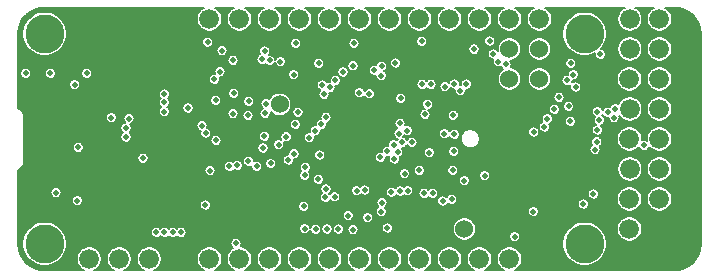
<source format=gbr>
G04 #@! TF.GenerationSoftware,KiCad,Pcbnew,5.1.4+dfsg1-1~bpo10+1*
G04 #@! TF.CreationDate,2020-01-10T16:49:25+01:00*
G04 #@! TF.ProjectId,quicklogic-quick-feather-board,71756963-6b6c-46f6-9769-632d71756963,rev?*
G04 #@! TF.SameCoordinates,Original*
G04 #@! TF.FileFunction,Copper,L2,Inr*
G04 #@! TF.FilePolarity,Positive*
%FSLAX46Y46*%
G04 Gerber Fmt 4.6, Leading zero omitted, Abs format (unit mm)*
G04 Created by KiCad (PCBNEW 5.1.4+dfsg1-1~bpo10+1) date 2020-01-10 16:49:25*
%MOMM*%
%LPD*%
G04 APERTURE LIST*
%ADD10C,1.676400*%
%ADD11C,1.524000*%
%ADD12C,3.302000*%
%ADD13C,0.550000*%
%ADD14C,0.500000*%
%ADD15C,0.150000*%
G04 APERTURE END LIST*
D10*
X152311000Y-115163000D03*
X159931000Y-115163000D03*
X142151000Y-115163000D03*
X139611000Y-115163000D03*
X144691000Y-115163000D03*
X165011000Y-115163000D03*
X149771000Y-115163000D03*
X157391000Y-115163000D03*
X147231000Y-115163000D03*
X167551000Y-115163000D03*
X162471000Y-115163000D03*
X154851000Y-115163000D03*
X137061000Y-115163000D03*
X129441000Y-115163000D03*
X134521000Y-115163000D03*
X131981000Y-115163000D03*
D11*
X165011000Y-99923000D03*
X165011000Y-97383000D03*
D10*
X175171000Y-112623000D03*
X177711000Y-110083000D03*
X177711000Y-112623000D03*
X175171000Y-110083000D03*
X177711000Y-99923000D03*
X175195000Y-97383000D03*
X175195000Y-94857000D03*
X175171000Y-105003000D03*
X175171000Y-99923000D03*
X177711000Y-102463000D03*
X177711000Y-94843000D03*
X177711000Y-105003000D03*
X177711000Y-107543000D03*
X175195000Y-107543000D03*
X177711000Y-97383000D03*
X175195000Y-102463000D03*
D12*
X125655100Y-96089600D03*
X125655100Y-113869600D03*
X171375100Y-113869600D03*
X171375100Y-96089600D03*
D11*
X145550000Y-102070000D03*
X161196000Y-112624000D03*
X167551000Y-97383000D03*
X167551000Y-99923000D03*
D13*
X153915635Y-104990000D03*
X153137817Y-104212183D03*
X152360000Y-103434365D03*
X153137817Y-105767817D03*
X152360000Y-104990000D03*
X151582183Y-104212183D03*
X152360000Y-106545635D03*
X151582183Y-105767817D03*
X150804365Y-104990000D03*
D10*
X154851000Y-94843000D03*
X159931000Y-94843000D03*
X157391000Y-94843000D03*
X167551000Y-94843000D03*
X142151000Y-94843000D03*
X144691000Y-94843000D03*
X152311000Y-94843000D03*
X162471000Y-94843000D03*
X165011000Y-94843000D03*
X147231000Y-94843000D03*
X139611000Y-94843000D03*
X149771000Y-94843000D03*
D14*
X131800000Y-102500000D03*
X137100000Y-109290000D03*
X136470000Y-108800000D03*
X136470000Y-109710000D03*
X168400000Y-113300000D03*
X133900000Y-110200000D03*
X126650000Y-111950000D03*
X128580549Y-104689368D03*
X167350000Y-102750000D03*
X165120000Y-101360000D03*
X163250000Y-101500000D03*
X155100000Y-100850000D03*
X153570000Y-110720000D03*
X157397034Y-98401177D03*
X163592667Y-103407333D03*
X160454984Y-103670000D03*
X162945000Y-105760001D03*
X158918311Y-105678077D03*
X160960000Y-102710000D03*
X149350000Y-96020000D03*
X150300000Y-96080000D03*
X151030000Y-95400000D03*
X149566557Y-99776421D03*
X146670000Y-100560000D03*
X145259124Y-100850876D03*
X159646770Y-109337044D03*
X136880000Y-102710000D03*
X130110000Y-101540000D03*
X128420000Y-101530000D03*
X129180000Y-106580000D03*
X140400000Y-113010000D03*
X146710000Y-101760000D03*
X145425000Y-104714237D03*
X127120000Y-108680000D03*
X128690000Y-107480000D03*
X124840000Y-109540000D03*
X127120000Y-101220000D03*
X143950000Y-99840000D03*
X133040000Y-105630000D03*
X134680002Y-107270000D03*
X144500000Y-101200000D03*
X163260000Y-112120000D03*
X162990000Y-104980000D03*
X140356951Y-104344008D03*
X138300000Y-106000000D03*
X133060000Y-113475000D03*
X131800000Y-101700000D03*
X131800000Y-100900000D03*
X169211000Y-104193000D03*
X161111000Y-111343000D03*
X135100000Y-112910000D03*
X135800000Y-112910000D03*
X136500000Y-112910000D03*
X137200000Y-112910000D03*
X149425000Y-109950000D03*
X162900000Y-108100000D03*
X154150000Y-99650000D03*
X160287067Y-106035511D03*
X160240000Y-102980000D03*
X148840000Y-108420000D03*
X160120000Y-110110000D03*
X128430000Y-110220000D03*
X149172194Y-100424565D03*
X150920000Y-99320000D03*
X151760000Y-98810000D03*
X146100000Y-104820000D03*
X146290000Y-106775000D03*
X141960000Y-107230000D03*
X141670000Y-101140000D03*
X140500000Y-99310000D03*
X137800000Y-102370000D03*
X142890000Y-106875521D03*
X165440000Y-113270000D03*
X132550000Y-104075000D03*
X149560000Y-112620000D03*
X132550000Y-104825000D03*
X150520000Y-112630000D03*
X147680000Y-112590000D03*
X149820000Y-100620000D03*
X167050000Y-104405000D03*
X149470000Y-109240000D03*
X147670000Y-108090000D03*
X151350000Y-111500000D03*
X154150000Y-111150000D03*
X153000000Y-111650000D03*
X157780000Y-109600000D03*
X139250000Y-110590000D03*
X147580000Y-110690000D03*
X154214619Y-110402712D03*
X155750000Y-103685000D03*
X160350000Y-100350000D03*
X145470000Y-105480000D03*
X142870000Y-103010000D03*
X141600000Y-102850000D03*
X155650000Y-104550000D03*
X161350000Y-100350000D03*
X144390000Y-102000000D03*
X144150000Y-105755000D03*
X144260000Y-104760000D03*
X144800000Y-107075000D03*
X143599479Y-107300521D03*
X156350000Y-104300000D03*
X160850000Y-100900000D03*
X142930000Y-101815000D03*
X155360000Y-98570000D03*
X158220000Y-106149958D03*
X145625078Y-98456261D03*
X146910000Y-96890000D03*
X151840002Y-96890000D03*
X148850000Y-98600000D03*
X146730002Y-99550000D03*
X140160000Y-105120000D03*
X139300000Y-104500000D03*
X138981000Y-103873000D03*
X132790000Y-103290000D03*
X126130000Y-99450000D03*
X124050000Y-99440000D03*
X131300000Y-103200000D03*
X135800000Y-102700000D03*
X135800000Y-101200000D03*
X144696611Y-98354044D03*
X135800000Y-101900000D03*
X129210000Y-99440000D03*
X140030000Y-99940000D03*
X128200000Y-100400000D03*
X164060000Y-98450000D03*
X141610000Y-98344990D03*
X164710000Y-98670000D03*
X140670000Y-97530000D03*
X163650010Y-97810000D03*
X140140000Y-101730000D03*
X148560000Y-104310000D03*
X141290000Y-107300000D03*
X133990000Y-106620000D03*
X139650000Y-107670000D03*
X172461000Y-104243000D03*
X159545000Y-100560000D03*
X155920000Y-105290000D03*
X155800000Y-101550000D03*
X151770000Y-112690000D03*
X167020000Y-111140000D03*
X168211000Y-103293000D03*
X141850000Y-113830000D03*
X159350000Y-110250000D03*
X152763223Y-109325011D03*
X158520000Y-109600000D03*
X152060000Y-109390000D03*
X157570000Y-96730000D03*
X150280000Y-100020000D03*
X167970000Y-103980000D03*
X128490000Y-105710000D03*
X126620000Y-109540000D03*
X163342721Y-96705637D03*
X148060000Y-104900000D03*
X172461000Y-102693000D03*
X146870000Y-103750000D03*
X170160479Y-103492479D03*
X172116216Y-109654990D03*
X149080000Y-103750000D03*
X172411000Y-105243000D03*
X149480000Y-103150000D03*
X172261000Y-105893000D03*
X153140000Y-101180000D03*
X170011324Y-102245000D03*
X152311000Y-101093000D03*
X168811000Y-102493000D03*
X149310000Y-101210000D03*
X147720000Y-107400000D03*
X155740000Y-109410000D03*
X148600000Y-112650000D03*
X153560000Y-99180000D03*
X158100000Y-102050000D03*
X157600000Y-100364990D03*
X158361979Y-100364990D03*
X157864734Y-102914734D03*
X159500000Y-104555010D03*
X170411000Y-99543000D03*
X160350000Y-104600000D03*
X169886000Y-100043000D03*
X156750000Y-105275011D03*
X155000000Y-109500000D03*
X160220039Y-107644990D03*
X157364779Y-107644990D03*
X170211000Y-98593000D03*
X172611000Y-103393000D03*
X173311528Y-102742472D03*
X155210000Y-105480000D03*
X147100000Y-102725000D03*
X139450000Y-96800000D03*
X144320000Y-102820000D03*
X155270000Y-106695000D03*
X154680000Y-112540000D03*
X155555010Y-106108473D03*
X170611000Y-100593000D03*
X154670000Y-106030000D03*
X144054990Y-98250000D03*
X144280000Y-97550000D03*
X154086992Y-106564063D03*
X150200000Y-109900000D03*
X171250000Y-110500000D03*
X148944135Y-106355865D03*
X156394472Y-109374472D03*
X146770000Y-106260000D03*
X154200000Y-98830000D03*
X169210019Y-101468283D03*
X162010000Y-97390000D03*
X161200000Y-108530000D03*
X156124479Y-107925521D03*
X173861000Y-103193000D03*
X173961000Y-102443000D03*
X176411000Y-105543000D03*
X172711000Y-97843000D03*
D15*
X152360000Y-103434365D02*
X152360000Y-106545635D01*
X150804365Y-104990000D02*
X154010000Y-104990000D01*
X151582183Y-104212183D02*
X153420000Y-106050000D01*
X153137817Y-104212183D02*
X151582183Y-105767817D01*
G36*
X139107386Y-93900805D02*
G01*
X138933250Y-94017159D01*
X138785159Y-94165250D01*
X138668805Y-94339386D01*
X138588659Y-94532876D01*
X138547800Y-94738284D01*
X138547800Y-94947716D01*
X138588659Y-95153124D01*
X138668805Y-95346614D01*
X138785159Y-95520750D01*
X138933250Y-95668841D01*
X139107386Y-95785195D01*
X139300876Y-95865341D01*
X139506284Y-95906200D01*
X139715716Y-95906200D01*
X139921124Y-95865341D01*
X140114614Y-95785195D01*
X140288750Y-95668841D01*
X140436841Y-95520750D01*
X140553195Y-95346614D01*
X140633341Y-95153124D01*
X140674200Y-94947716D01*
X140674200Y-94738284D01*
X140633341Y-94532876D01*
X140553195Y-94339386D01*
X140436841Y-94165250D01*
X140288750Y-94017159D01*
X140114614Y-93900805D01*
X140048935Y-93873600D01*
X141713065Y-93873600D01*
X141647386Y-93900805D01*
X141473250Y-94017159D01*
X141325159Y-94165250D01*
X141208805Y-94339386D01*
X141128659Y-94532876D01*
X141087800Y-94738284D01*
X141087800Y-94947716D01*
X141128659Y-95153124D01*
X141208805Y-95346614D01*
X141325159Y-95520750D01*
X141473250Y-95668841D01*
X141647386Y-95785195D01*
X141840876Y-95865341D01*
X142046284Y-95906200D01*
X142255716Y-95906200D01*
X142461124Y-95865341D01*
X142654614Y-95785195D01*
X142828750Y-95668841D01*
X142976841Y-95520750D01*
X143093195Y-95346614D01*
X143173341Y-95153124D01*
X143214200Y-94947716D01*
X143214200Y-94738284D01*
X143173341Y-94532876D01*
X143093195Y-94339386D01*
X142976841Y-94165250D01*
X142828750Y-94017159D01*
X142654614Y-93900805D01*
X142588935Y-93873600D01*
X144253065Y-93873600D01*
X144187386Y-93900805D01*
X144013250Y-94017159D01*
X143865159Y-94165250D01*
X143748805Y-94339386D01*
X143668659Y-94532876D01*
X143627800Y-94738284D01*
X143627800Y-94947716D01*
X143668659Y-95153124D01*
X143748805Y-95346614D01*
X143865159Y-95520750D01*
X144013250Y-95668841D01*
X144187386Y-95785195D01*
X144380876Y-95865341D01*
X144586284Y-95906200D01*
X144795716Y-95906200D01*
X145001124Y-95865341D01*
X145194614Y-95785195D01*
X145368750Y-95668841D01*
X145516841Y-95520750D01*
X145633195Y-95346614D01*
X145713341Y-95153124D01*
X145754200Y-94947716D01*
X145754200Y-94738284D01*
X145713341Y-94532876D01*
X145633195Y-94339386D01*
X145516841Y-94165250D01*
X145368750Y-94017159D01*
X145194614Y-93900805D01*
X145128935Y-93873600D01*
X146793065Y-93873600D01*
X146727386Y-93900805D01*
X146553250Y-94017159D01*
X146405159Y-94165250D01*
X146288805Y-94339386D01*
X146208659Y-94532876D01*
X146167800Y-94738284D01*
X146167800Y-94947716D01*
X146208659Y-95153124D01*
X146288805Y-95346614D01*
X146405159Y-95520750D01*
X146553250Y-95668841D01*
X146727386Y-95785195D01*
X146920876Y-95865341D01*
X147126284Y-95906200D01*
X147335716Y-95906200D01*
X147541124Y-95865341D01*
X147734614Y-95785195D01*
X147908750Y-95668841D01*
X148056841Y-95520750D01*
X148173195Y-95346614D01*
X148253341Y-95153124D01*
X148294200Y-94947716D01*
X148294200Y-94738284D01*
X148253341Y-94532876D01*
X148173195Y-94339386D01*
X148056841Y-94165250D01*
X147908750Y-94017159D01*
X147734614Y-93900805D01*
X147668935Y-93873600D01*
X149333065Y-93873600D01*
X149267386Y-93900805D01*
X149093250Y-94017159D01*
X148945159Y-94165250D01*
X148828805Y-94339386D01*
X148748659Y-94532876D01*
X148707800Y-94738284D01*
X148707800Y-94947716D01*
X148748659Y-95153124D01*
X148828805Y-95346614D01*
X148945159Y-95520750D01*
X149093250Y-95668841D01*
X149267386Y-95785195D01*
X149460876Y-95865341D01*
X149666284Y-95906200D01*
X149875716Y-95906200D01*
X150081124Y-95865341D01*
X150274614Y-95785195D01*
X150448750Y-95668841D01*
X150596841Y-95520750D01*
X150713195Y-95346614D01*
X150793341Y-95153124D01*
X150834200Y-94947716D01*
X150834200Y-94738284D01*
X150793341Y-94532876D01*
X150713195Y-94339386D01*
X150596841Y-94165250D01*
X150448750Y-94017159D01*
X150274614Y-93900805D01*
X150208935Y-93873600D01*
X151873065Y-93873600D01*
X151807386Y-93900805D01*
X151633250Y-94017159D01*
X151485159Y-94165250D01*
X151368805Y-94339386D01*
X151288659Y-94532876D01*
X151247800Y-94738284D01*
X151247800Y-94947716D01*
X151288659Y-95153124D01*
X151368805Y-95346614D01*
X151485159Y-95520750D01*
X151633250Y-95668841D01*
X151807386Y-95785195D01*
X152000876Y-95865341D01*
X152206284Y-95906200D01*
X152415716Y-95906200D01*
X152621124Y-95865341D01*
X152814614Y-95785195D01*
X152988750Y-95668841D01*
X153136841Y-95520750D01*
X153253195Y-95346614D01*
X153333341Y-95153124D01*
X153374200Y-94947716D01*
X153374200Y-94738284D01*
X153333341Y-94532876D01*
X153253195Y-94339386D01*
X153136841Y-94165250D01*
X152988750Y-94017159D01*
X152814614Y-93900805D01*
X152748935Y-93873600D01*
X154413065Y-93873600D01*
X154347386Y-93900805D01*
X154173250Y-94017159D01*
X154025159Y-94165250D01*
X153908805Y-94339386D01*
X153828659Y-94532876D01*
X153787800Y-94738284D01*
X153787800Y-94947716D01*
X153828659Y-95153124D01*
X153908805Y-95346614D01*
X154025159Y-95520750D01*
X154173250Y-95668841D01*
X154347386Y-95785195D01*
X154540876Y-95865341D01*
X154746284Y-95906200D01*
X154955716Y-95906200D01*
X155161124Y-95865341D01*
X155354614Y-95785195D01*
X155528750Y-95668841D01*
X155676841Y-95520750D01*
X155793195Y-95346614D01*
X155873341Y-95153124D01*
X155914200Y-94947716D01*
X155914200Y-94738284D01*
X155873341Y-94532876D01*
X155793195Y-94339386D01*
X155676841Y-94165250D01*
X155528750Y-94017159D01*
X155354614Y-93900805D01*
X155288935Y-93873600D01*
X156953065Y-93873600D01*
X156887386Y-93900805D01*
X156713250Y-94017159D01*
X156565159Y-94165250D01*
X156448805Y-94339386D01*
X156368659Y-94532876D01*
X156327800Y-94738284D01*
X156327800Y-94947716D01*
X156368659Y-95153124D01*
X156448805Y-95346614D01*
X156565159Y-95520750D01*
X156713250Y-95668841D01*
X156887386Y-95785195D01*
X157080876Y-95865341D01*
X157286284Y-95906200D01*
X157495716Y-95906200D01*
X157701124Y-95865341D01*
X157894614Y-95785195D01*
X158068750Y-95668841D01*
X158216841Y-95520750D01*
X158333195Y-95346614D01*
X158413341Y-95153124D01*
X158454200Y-94947716D01*
X158454200Y-94738284D01*
X158413341Y-94532876D01*
X158333195Y-94339386D01*
X158216841Y-94165250D01*
X158068750Y-94017159D01*
X157894614Y-93900805D01*
X157828935Y-93873600D01*
X159493065Y-93873600D01*
X159427386Y-93900805D01*
X159253250Y-94017159D01*
X159105159Y-94165250D01*
X158988805Y-94339386D01*
X158908659Y-94532876D01*
X158867800Y-94738284D01*
X158867800Y-94947716D01*
X158908659Y-95153124D01*
X158988805Y-95346614D01*
X159105159Y-95520750D01*
X159253250Y-95668841D01*
X159427386Y-95785195D01*
X159620876Y-95865341D01*
X159826284Y-95906200D01*
X160035716Y-95906200D01*
X160241124Y-95865341D01*
X160434614Y-95785195D01*
X160608750Y-95668841D01*
X160756841Y-95520750D01*
X160873195Y-95346614D01*
X160953341Y-95153124D01*
X160994200Y-94947716D01*
X160994200Y-94738284D01*
X160953341Y-94532876D01*
X160873195Y-94339386D01*
X160756841Y-94165250D01*
X160608750Y-94017159D01*
X160434614Y-93900805D01*
X160368935Y-93873600D01*
X162033065Y-93873600D01*
X161967386Y-93900805D01*
X161793250Y-94017159D01*
X161645159Y-94165250D01*
X161528805Y-94339386D01*
X161448659Y-94532876D01*
X161407800Y-94738284D01*
X161407800Y-94947716D01*
X161448659Y-95153124D01*
X161528805Y-95346614D01*
X161645159Y-95520750D01*
X161793250Y-95668841D01*
X161967386Y-95785195D01*
X162160876Y-95865341D01*
X162366284Y-95906200D01*
X162575716Y-95906200D01*
X162781124Y-95865341D01*
X162974614Y-95785195D01*
X163148750Y-95668841D01*
X163296841Y-95520750D01*
X163413195Y-95346614D01*
X163493341Y-95153124D01*
X163534200Y-94947716D01*
X163534200Y-94738284D01*
X163493341Y-94532876D01*
X163413195Y-94339386D01*
X163296841Y-94165250D01*
X163148750Y-94017159D01*
X162974614Y-93900805D01*
X162908935Y-93873600D01*
X164573065Y-93873600D01*
X164507386Y-93900805D01*
X164333250Y-94017159D01*
X164185159Y-94165250D01*
X164068805Y-94339386D01*
X163988659Y-94532876D01*
X163947800Y-94738284D01*
X163947800Y-94947716D01*
X163988659Y-95153124D01*
X164068805Y-95346614D01*
X164185159Y-95520750D01*
X164333250Y-95668841D01*
X164507386Y-95785195D01*
X164700876Y-95865341D01*
X164906284Y-95906200D01*
X165115716Y-95906200D01*
X165321124Y-95865341D01*
X165514614Y-95785195D01*
X165688750Y-95668841D01*
X165836841Y-95520750D01*
X165953195Y-95346614D01*
X166033341Y-95153124D01*
X166074200Y-94947716D01*
X166074200Y-94738284D01*
X166033341Y-94532876D01*
X165953195Y-94339386D01*
X165836841Y-94165250D01*
X165688750Y-94017159D01*
X165514614Y-93900805D01*
X165448935Y-93873600D01*
X167113065Y-93873600D01*
X167047386Y-93900805D01*
X166873250Y-94017159D01*
X166725159Y-94165250D01*
X166608805Y-94339386D01*
X166528659Y-94532876D01*
X166487800Y-94738284D01*
X166487800Y-94947716D01*
X166528659Y-95153124D01*
X166608805Y-95346614D01*
X166725159Y-95520750D01*
X166873250Y-95668841D01*
X167047386Y-95785195D01*
X167240876Y-95865341D01*
X167446284Y-95906200D01*
X167655716Y-95906200D01*
X167662603Y-95904830D01*
X169499100Y-95904830D01*
X169499100Y-96274370D01*
X169571194Y-96636809D01*
X169712611Y-96978219D01*
X169917916Y-97285480D01*
X170179220Y-97546784D01*
X170486481Y-97752089D01*
X170827891Y-97893506D01*
X171190330Y-97965600D01*
X171559870Y-97965600D01*
X171922309Y-97893506D01*
X172243077Y-97760639D01*
X172236000Y-97796217D01*
X172236000Y-97889783D01*
X172254254Y-97981552D01*
X172290061Y-98067997D01*
X172342044Y-98145795D01*
X172408205Y-98211956D01*
X172486003Y-98263939D01*
X172572448Y-98299746D01*
X172664217Y-98318000D01*
X172757783Y-98318000D01*
X172849552Y-98299746D01*
X172935997Y-98263939D01*
X173013795Y-98211956D01*
X173079956Y-98145795D01*
X173131939Y-98067997D01*
X173167746Y-97981552D01*
X173186000Y-97889783D01*
X173186000Y-97796217D01*
X173167746Y-97704448D01*
X173131939Y-97618003D01*
X173079956Y-97540205D01*
X173013795Y-97474044D01*
X172935997Y-97422061D01*
X172849552Y-97386254D01*
X172757783Y-97368000D01*
X172749764Y-97368000D01*
X172832284Y-97285480D01*
X172837092Y-97278284D01*
X174131800Y-97278284D01*
X174131800Y-97487716D01*
X174172659Y-97693124D01*
X174252805Y-97886614D01*
X174369159Y-98060750D01*
X174517250Y-98208841D01*
X174691386Y-98325195D01*
X174884876Y-98405341D01*
X175090284Y-98446200D01*
X175299716Y-98446200D01*
X175505124Y-98405341D01*
X175698614Y-98325195D01*
X175872750Y-98208841D01*
X176020841Y-98060750D01*
X176137195Y-97886614D01*
X176217341Y-97693124D01*
X176258200Y-97487716D01*
X176258200Y-97278284D01*
X176647800Y-97278284D01*
X176647800Y-97487716D01*
X176688659Y-97693124D01*
X176768805Y-97886614D01*
X176885159Y-98060750D01*
X177033250Y-98208841D01*
X177207386Y-98325195D01*
X177400876Y-98405341D01*
X177606284Y-98446200D01*
X177815716Y-98446200D01*
X178021124Y-98405341D01*
X178214614Y-98325195D01*
X178388750Y-98208841D01*
X178536841Y-98060750D01*
X178653195Y-97886614D01*
X178733341Y-97693124D01*
X178774200Y-97487716D01*
X178774200Y-97278284D01*
X178733341Y-97072876D01*
X178653195Y-96879386D01*
X178536841Y-96705250D01*
X178388750Y-96557159D01*
X178214614Y-96440805D01*
X178021124Y-96360659D01*
X177815716Y-96319800D01*
X177606284Y-96319800D01*
X177400876Y-96360659D01*
X177207386Y-96440805D01*
X177033250Y-96557159D01*
X176885159Y-96705250D01*
X176768805Y-96879386D01*
X176688659Y-97072876D01*
X176647800Y-97278284D01*
X176258200Y-97278284D01*
X176217341Y-97072876D01*
X176137195Y-96879386D01*
X176020841Y-96705250D01*
X175872750Y-96557159D01*
X175698614Y-96440805D01*
X175505124Y-96360659D01*
X175299716Y-96319800D01*
X175090284Y-96319800D01*
X174884876Y-96360659D01*
X174691386Y-96440805D01*
X174517250Y-96557159D01*
X174369159Y-96705250D01*
X174252805Y-96879386D01*
X174172659Y-97072876D01*
X174131800Y-97278284D01*
X172837092Y-97278284D01*
X173037589Y-96978219D01*
X173179006Y-96636809D01*
X173251100Y-96274370D01*
X173251100Y-95904830D01*
X173179006Y-95542391D01*
X173037589Y-95200981D01*
X172832284Y-94893720D01*
X172570980Y-94632416D01*
X172263719Y-94427111D01*
X171922309Y-94285694D01*
X171559870Y-94213600D01*
X171190330Y-94213600D01*
X170827891Y-94285694D01*
X170486481Y-94427111D01*
X170179220Y-94632416D01*
X169917916Y-94893720D01*
X169712611Y-95200981D01*
X169571194Y-95542391D01*
X169499100Y-95904830D01*
X167662603Y-95904830D01*
X167861124Y-95865341D01*
X168054614Y-95785195D01*
X168228750Y-95668841D01*
X168376841Y-95520750D01*
X168493195Y-95346614D01*
X168573341Y-95153124D01*
X168614200Y-94947716D01*
X168614200Y-94738284D01*
X168573341Y-94532876D01*
X168493195Y-94339386D01*
X168376841Y-94165250D01*
X168228750Y-94017159D01*
X168054614Y-93900805D01*
X167988935Y-93873600D01*
X174790864Y-93873600D01*
X174691386Y-93914805D01*
X174517250Y-94031159D01*
X174369159Y-94179250D01*
X174252805Y-94353386D01*
X174172659Y-94546876D01*
X174131800Y-94752284D01*
X174131800Y-94961716D01*
X174172659Y-95167124D01*
X174252805Y-95360614D01*
X174369159Y-95534750D01*
X174517250Y-95682841D01*
X174691386Y-95799195D01*
X174884876Y-95879341D01*
X175090284Y-95920200D01*
X175299716Y-95920200D01*
X175505124Y-95879341D01*
X175698614Y-95799195D01*
X175872750Y-95682841D01*
X176020841Y-95534750D01*
X176137195Y-95360614D01*
X176217341Y-95167124D01*
X176258200Y-94961716D01*
X176258200Y-94752284D01*
X176217341Y-94546876D01*
X176137195Y-94353386D01*
X176020841Y-94179250D01*
X175872750Y-94031159D01*
X175698614Y-93914805D01*
X175599136Y-93873600D01*
X177273065Y-93873600D01*
X177207386Y-93900805D01*
X177033250Y-94017159D01*
X176885159Y-94165250D01*
X176768805Y-94339386D01*
X176688659Y-94532876D01*
X176647800Y-94738284D01*
X176647800Y-94947716D01*
X176688659Y-95153124D01*
X176768805Y-95346614D01*
X176885159Y-95520750D01*
X177033250Y-95668841D01*
X177207386Y-95785195D01*
X177400876Y-95865341D01*
X177606284Y-95906200D01*
X177815716Y-95906200D01*
X178021124Y-95865341D01*
X178214614Y-95785195D01*
X178388750Y-95668841D01*
X178536841Y-95520750D01*
X178653195Y-95346614D01*
X178733341Y-95153124D01*
X178774200Y-94947716D01*
X178774200Y-94738284D01*
X178733341Y-94532876D01*
X178653195Y-94339386D01*
X178536841Y-94165250D01*
X178388750Y-94017159D01*
X178214614Y-93900805D01*
X178148935Y-93873600D01*
X178966430Y-93873600D01*
X179415904Y-93917671D01*
X179834152Y-94043948D01*
X180219902Y-94249055D01*
X180558469Y-94525185D01*
X180836950Y-94861811D01*
X181044747Y-95246123D01*
X181173938Y-95663471D01*
X181221093Y-96112120D01*
X181221101Y-96114363D01*
X181221100Y-113878930D01*
X181177029Y-114328403D01*
X181050752Y-114746652D01*
X180845647Y-115132400D01*
X180569518Y-115470967D01*
X180232889Y-115749450D01*
X179848578Y-115957246D01*
X179431229Y-116086438D01*
X178982580Y-116133593D01*
X178980623Y-116133600D01*
X165446038Y-116133600D01*
X165514614Y-116105195D01*
X165688750Y-115988841D01*
X165836841Y-115840750D01*
X165953195Y-115666614D01*
X166033341Y-115473124D01*
X166074200Y-115267716D01*
X166074200Y-115058284D01*
X166033341Y-114852876D01*
X165953195Y-114659386D01*
X165836841Y-114485250D01*
X165688750Y-114337159D01*
X165514614Y-114220805D01*
X165321124Y-114140659D01*
X165115716Y-114099800D01*
X164906284Y-114099800D01*
X164700876Y-114140659D01*
X164507386Y-114220805D01*
X164333250Y-114337159D01*
X164185159Y-114485250D01*
X164068805Y-114659386D01*
X163988659Y-114852876D01*
X163947800Y-115058284D01*
X163947800Y-115267716D01*
X163988659Y-115473124D01*
X164068805Y-115666614D01*
X164185159Y-115840750D01*
X164333250Y-115988841D01*
X164507386Y-116105195D01*
X164575962Y-116133600D01*
X162906038Y-116133600D01*
X162974614Y-116105195D01*
X163148750Y-115988841D01*
X163296841Y-115840750D01*
X163413195Y-115666614D01*
X163493341Y-115473124D01*
X163534200Y-115267716D01*
X163534200Y-115058284D01*
X163493341Y-114852876D01*
X163413195Y-114659386D01*
X163296841Y-114485250D01*
X163148750Y-114337159D01*
X162974614Y-114220805D01*
X162781124Y-114140659D01*
X162575716Y-114099800D01*
X162366284Y-114099800D01*
X162160876Y-114140659D01*
X161967386Y-114220805D01*
X161793250Y-114337159D01*
X161645159Y-114485250D01*
X161528805Y-114659386D01*
X161448659Y-114852876D01*
X161407800Y-115058284D01*
X161407800Y-115267716D01*
X161448659Y-115473124D01*
X161528805Y-115666614D01*
X161645159Y-115840750D01*
X161793250Y-115988841D01*
X161967386Y-116105195D01*
X162035962Y-116133600D01*
X160366038Y-116133600D01*
X160434614Y-116105195D01*
X160608750Y-115988841D01*
X160756841Y-115840750D01*
X160873195Y-115666614D01*
X160953341Y-115473124D01*
X160994200Y-115267716D01*
X160994200Y-115058284D01*
X160953341Y-114852876D01*
X160873195Y-114659386D01*
X160756841Y-114485250D01*
X160608750Y-114337159D01*
X160434614Y-114220805D01*
X160241124Y-114140659D01*
X160035716Y-114099800D01*
X159826284Y-114099800D01*
X159620876Y-114140659D01*
X159427386Y-114220805D01*
X159253250Y-114337159D01*
X159105159Y-114485250D01*
X158988805Y-114659386D01*
X158908659Y-114852876D01*
X158867800Y-115058284D01*
X158867800Y-115267716D01*
X158908659Y-115473124D01*
X158988805Y-115666614D01*
X159105159Y-115840750D01*
X159253250Y-115988841D01*
X159427386Y-116105195D01*
X159495962Y-116133600D01*
X157826038Y-116133600D01*
X157894614Y-116105195D01*
X158068750Y-115988841D01*
X158216841Y-115840750D01*
X158333195Y-115666614D01*
X158413341Y-115473124D01*
X158454200Y-115267716D01*
X158454200Y-115058284D01*
X158413341Y-114852876D01*
X158333195Y-114659386D01*
X158216841Y-114485250D01*
X158068750Y-114337159D01*
X157894614Y-114220805D01*
X157701124Y-114140659D01*
X157495716Y-114099800D01*
X157286284Y-114099800D01*
X157080876Y-114140659D01*
X156887386Y-114220805D01*
X156713250Y-114337159D01*
X156565159Y-114485250D01*
X156448805Y-114659386D01*
X156368659Y-114852876D01*
X156327800Y-115058284D01*
X156327800Y-115267716D01*
X156368659Y-115473124D01*
X156448805Y-115666614D01*
X156565159Y-115840750D01*
X156713250Y-115988841D01*
X156887386Y-116105195D01*
X156955962Y-116133600D01*
X155286038Y-116133600D01*
X155354614Y-116105195D01*
X155528750Y-115988841D01*
X155676841Y-115840750D01*
X155793195Y-115666614D01*
X155873341Y-115473124D01*
X155914200Y-115267716D01*
X155914200Y-115058284D01*
X155873341Y-114852876D01*
X155793195Y-114659386D01*
X155676841Y-114485250D01*
X155528750Y-114337159D01*
X155354614Y-114220805D01*
X155161124Y-114140659D01*
X154955716Y-114099800D01*
X154746284Y-114099800D01*
X154540876Y-114140659D01*
X154347386Y-114220805D01*
X154173250Y-114337159D01*
X154025159Y-114485250D01*
X153908805Y-114659386D01*
X153828659Y-114852876D01*
X153787800Y-115058284D01*
X153787800Y-115267716D01*
X153828659Y-115473124D01*
X153908805Y-115666614D01*
X154025159Y-115840750D01*
X154173250Y-115988841D01*
X154347386Y-116105195D01*
X154415962Y-116133600D01*
X152746038Y-116133600D01*
X152814614Y-116105195D01*
X152988750Y-115988841D01*
X153136841Y-115840750D01*
X153253195Y-115666614D01*
X153333341Y-115473124D01*
X153374200Y-115267716D01*
X153374200Y-115058284D01*
X153333341Y-114852876D01*
X153253195Y-114659386D01*
X153136841Y-114485250D01*
X152988750Y-114337159D01*
X152814614Y-114220805D01*
X152621124Y-114140659D01*
X152415716Y-114099800D01*
X152206284Y-114099800D01*
X152000876Y-114140659D01*
X151807386Y-114220805D01*
X151633250Y-114337159D01*
X151485159Y-114485250D01*
X151368805Y-114659386D01*
X151288659Y-114852876D01*
X151247800Y-115058284D01*
X151247800Y-115267716D01*
X151288659Y-115473124D01*
X151368805Y-115666614D01*
X151485159Y-115840750D01*
X151633250Y-115988841D01*
X151807386Y-116105195D01*
X151875962Y-116133600D01*
X150206038Y-116133600D01*
X150274614Y-116105195D01*
X150448750Y-115988841D01*
X150596841Y-115840750D01*
X150713195Y-115666614D01*
X150793341Y-115473124D01*
X150834200Y-115267716D01*
X150834200Y-115058284D01*
X150793341Y-114852876D01*
X150713195Y-114659386D01*
X150596841Y-114485250D01*
X150448750Y-114337159D01*
X150274614Y-114220805D01*
X150081124Y-114140659D01*
X149875716Y-114099800D01*
X149666284Y-114099800D01*
X149460876Y-114140659D01*
X149267386Y-114220805D01*
X149093250Y-114337159D01*
X148945159Y-114485250D01*
X148828805Y-114659386D01*
X148748659Y-114852876D01*
X148707800Y-115058284D01*
X148707800Y-115267716D01*
X148748659Y-115473124D01*
X148828805Y-115666614D01*
X148945159Y-115840750D01*
X149093250Y-115988841D01*
X149267386Y-116105195D01*
X149335962Y-116133600D01*
X147666038Y-116133600D01*
X147734614Y-116105195D01*
X147908750Y-115988841D01*
X148056841Y-115840750D01*
X148173195Y-115666614D01*
X148253341Y-115473124D01*
X148294200Y-115267716D01*
X148294200Y-115058284D01*
X148253341Y-114852876D01*
X148173195Y-114659386D01*
X148056841Y-114485250D01*
X147908750Y-114337159D01*
X147734614Y-114220805D01*
X147541124Y-114140659D01*
X147335716Y-114099800D01*
X147126284Y-114099800D01*
X146920876Y-114140659D01*
X146727386Y-114220805D01*
X146553250Y-114337159D01*
X146405159Y-114485250D01*
X146288805Y-114659386D01*
X146208659Y-114852876D01*
X146167800Y-115058284D01*
X146167800Y-115267716D01*
X146208659Y-115473124D01*
X146288805Y-115666614D01*
X146405159Y-115840750D01*
X146553250Y-115988841D01*
X146727386Y-116105195D01*
X146795962Y-116133600D01*
X145126038Y-116133600D01*
X145194614Y-116105195D01*
X145368750Y-115988841D01*
X145516841Y-115840750D01*
X145633195Y-115666614D01*
X145713341Y-115473124D01*
X145754200Y-115267716D01*
X145754200Y-115058284D01*
X145713341Y-114852876D01*
X145633195Y-114659386D01*
X145516841Y-114485250D01*
X145368750Y-114337159D01*
X145194614Y-114220805D01*
X145001124Y-114140659D01*
X144795716Y-114099800D01*
X144586284Y-114099800D01*
X144380876Y-114140659D01*
X144187386Y-114220805D01*
X144013250Y-114337159D01*
X143865159Y-114485250D01*
X143748805Y-114659386D01*
X143668659Y-114852876D01*
X143627800Y-115058284D01*
X143627800Y-115267716D01*
X143668659Y-115473124D01*
X143748805Y-115666614D01*
X143865159Y-115840750D01*
X144013250Y-115988841D01*
X144187386Y-116105195D01*
X144255962Y-116133600D01*
X142586038Y-116133600D01*
X142654614Y-116105195D01*
X142828750Y-115988841D01*
X142976841Y-115840750D01*
X143093195Y-115666614D01*
X143173341Y-115473124D01*
X143214200Y-115267716D01*
X143214200Y-115058284D01*
X143173341Y-114852876D01*
X143093195Y-114659386D01*
X142976841Y-114485250D01*
X142828750Y-114337159D01*
X142654614Y-114220805D01*
X142461124Y-114140659D01*
X142255716Y-114099800D01*
X142241003Y-114099800D01*
X142270939Y-114054997D01*
X142306746Y-113968552D01*
X142325000Y-113876783D01*
X142325000Y-113783217D01*
X142306746Y-113691448D01*
X142270939Y-113605003D01*
X142218956Y-113527205D01*
X142152795Y-113461044D01*
X142074997Y-113409061D01*
X141988552Y-113373254D01*
X141896783Y-113355000D01*
X141803217Y-113355000D01*
X141711448Y-113373254D01*
X141625003Y-113409061D01*
X141547205Y-113461044D01*
X141481044Y-113527205D01*
X141429061Y-113605003D01*
X141393254Y-113691448D01*
X141375000Y-113783217D01*
X141375000Y-113876783D01*
X141393254Y-113968552D01*
X141429061Y-114054997D01*
X141481044Y-114132795D01*
X141547205Y-114198956D01*
X141613645Y-114243350D01*
X141473250Y-114337159D01*
X141325159Y-114485250D01*
X141208805Y-114659386D01*
X141128659Y-114852876D01*
X141087800Y-115058284D01*
X141087800Y-115267716D01*
X141128659Y-115473124D01*
X141208805Y-115666614D01*
X141325159Y-115840750D01*
X141473250Y-115988841D01*
X141647386Y-116105195D01*
X141715962Y-116133600D01*
X140046038Y-116133600D01*
X140114614Y-116105195D01*
X140288750Y-115988841D01*
X140436841Y-115840750D01*
X140553195Y-115666614D01*
X140633341Y-115473124D01*
X140674200Y-115267716D01*
X140674200Y-115058284D01*
X140633341Y-114852876D01*
X140553195Y-114659386D01*
X140436841Y-114485250D01*
X140288750Y-114337159D01*
X140114614Y-114220805D01*
X139921124Y-114140659D01*
X139715716Y-114099800D01*
X139506284Y-114099800D01*
X139300876Y-114140659D01*
X139107386Y-114220805D01*
X138933250Y-114337159D01*
X138785159Y-114485250D01*
X138668805Y-114659386D01*
X138588659Y-114852876D01*
X138547800Y-115058284D01*
X138547800Y-115267716D01*
X138588659Y-115473124D01*
X138668805Y-115666614D01*
X138785159Y-115840750D01*
X138933250Y-115988841D01*
X139107386Y-116105195D01*
X139175962Y-116133600D01*
X134956038Y-116133600D01*
X135024614Y-116105195D01*
X135198750Y-115988841D01*
X135346841Y-115840750D01*
X135463195Y-115666614D01*
X135543341Y-115473124D01*
X135584200Y-115267716D01*
X135584200Y-115058284D01*
X135543341Y-114852876D01*
X135463195Y-114659386D01*
X135346841Y-114485250D01*
X135198750Y-114337159D01*
X135024614Y-114220805D01*
X134831124Y-114140659D01*
X134625716Y-114099800D01*
X134416284Y-114099800D01*
X134210876Y-114140659D01*
X134017386Y-114220805D01*
X133843250Y-114337159D01*
X133695159Y-114485250D01*
X133578805Y-114659386D01*
X133498659Y-114852876D01*
X133457800Y-115058284D01*
X133457800Y-115267716D01*
X133498659Y-115473124D01*
X133578805Y-115666614D01*
X133695159Y-115840750D01*
X133843250Y-115988841D01*
X134017386Y-116105195D01*
X134085962Y-116133600D01*
X132416038Y-116133600D01*
X132484614Y-116105195D01*
X132658750Y-115988841D01*
X132806841Y-115840750D01*
X132923195Y-115666614D01*
X133003341Y-115473124D01*
X133044200Y-115267716D01*
X133044200Y-115058284D01*
X133003341Y-114852876D01*
X132923195Y-114659386D01*
X132806841Y-114485250D01*
X132658750Y-114337159D01*
X132484614Y-114220805D01*
X132291124Y-114140659D01*
X132085716Y-114099800D01*
X131876284Y-114099800D01*
X131670876Y-114140659D01*
X131477386Y-114220805D01*
X131303250Y-114337159D01*
X131155159Y-114485250D01*
X131038805Y-114659386D01*
X130958659Y-114852876D01*
X130917800Y-115058284D01*
X130917800Y-115267716D01*
X130958659Y-115473124D01*
X131038805Y-115666614D01*
X131155159Y-115840750D01*
X131303250Y-115988841D01*
X131477386Y-116105195D01*
X131545962Y-116133600D01*
X129876038Y-116133600D01*
X129944614Y-116105195D01*
X130118750Y-115988841D01*
X130266841Y-115840750D01*
X130383195Y-115666614D01*
X130463341Y-115473124D01*
X130504200Y-115267716D01*
X130504200Y-115058284D01*
X130463341Y-114852876D01*
X130383195Y-114659386D01*
X130266841Y-114485250D01*
X130118750Y-114337159D01*
X129944614Y-114220805D01*
X129751124Y-114140659D01*
X129545716Y-114099800D01*
X129336284Y-114099800D01*
X129130876Y-114140659D01*
X128937386Y-114220805D01*
X128763250Y-114337159D01*
X128615159Y-114485250D01*
X128498805Y-114659386D01*
X128418659Y-114852876D01*
X128377800Y-115058284D01*
X128377800Y-115267716D01*
X128418659Y-115473124D01*
X128498805Y-115666614D01*
X128615159Y-115840750D01*
X128763250Y-115988841D01*
X128937386Y-116105195D01*
X129005962Y-116133600D01*
X125655770Y-116133600D01*
X125206297Y-116089529D01*
X124788048Y-115963252D01*
X124402300Y-115758147D01*
X124063733Y-115482018D01*
X123785250Y-115145389D01*
X123577454Y-114761078D01*
X123448262Y-114343729D01*
X123401107Y-113895080D01*
X123401100Y-113893123D01*
X123401100Y-113684830D01*
X123779100Y-113684830D01*
X123779100Y-114054370D01*
X123851194Y-114416809D01*
X123992611Y-114758219D01*
X124197916Y-115065480D01*
X124459220Y-115326784D01*
X124766481Y-115532089D01*
X125107891Y-115673506D01*
X125470330Y-115745600D01*
X125839870Y-115745600D01*
X126202309Y-115673506D01*
X126543719Y-115532089D01*
X126850980Y-115326784D01*
X127112284Y-115065480D01*
X127317589Y-114758219D01*
X127459006Y-114416809D01*
X127531100Y-114054370D01*
X127531100Y-113684830D01*
X127459006Y-113322391D01*
X127317589Y-112980981D01*
X127238902Y-112863217D01*
X134625000Y-112863217D01*
X134625000Y-112956783D01*
X134643254Y-113048552D01*
X134679061Y-113134997D01*
X134731044Y-113212795D01*
X134797205Y-113278956D01*
X134875003Y-113330939D01*
X134961448Y-113366746D01*
X135053217Y-113385000D01*
X135146783Y-113385000D01*
X135238552Y-113366746D01*
X135324997Y-113330939D01*
X135402795Y-113278956D01*
X135450000Y-113231751D01*
X135497205Y-113278956D01*
X135575003Y-113330939D01*
X135661448Y-113366746D01*
X135753217Y-113385000D01*
X135846783Y-113385000D01*
X135938552Y-113366746D01*
X136024997Y-113330939D01*
X136102795Y-113278956D01*
X136150000Y-113231751D01*
X136197205Y-113278956D01*
X136275003Y-113330939D01*
X136361448Y-113366746D01*
X136453217Y-113385000D01*
X136546783Y-113385000D01*
X136638552Y-113366746D01*
X136724997Y-113330939D01*
X136802795Y-113278956D01*
X136850000Y-113231751D01*
X136897205Y-113278956D01*
X136975003Y-113330939D01*
X137061448Y-113366746D01*
X137153217Y-113385000D01*
X137246783Y-113385000D01*
X137338552Y-113366746D01*
X137424997Y-113330939D01*
X137502795Y-113278956D01*
X137568956Y-113212795D01*
X137620939Y-113134997D01*
X137656746Y-113048552D01*
X137675000Y-112956783D01*
X137675000Y-112863217D01*
X137656746Y-112771448D01*
X137620939Y-112685003D01*
X137568956Y-112607205D01*
X137504968Y-112543217D01*
X147205000Y-112543217D01*
X147205000Y-112636783D01*
X147223254Y-112728552D01*
X147259061Y-112814997D01*
X147311044Y-112892795D01*
X147377205Y-112958956D01*
X147455003Y-113010939D01*
X147541448Y-113046746D01*
X147633217Y-113065000D01*
X147726783Y-113065000D01*
X147818552Y-113046746D01*
X147904997Y-113010939D01*
X147982795Y-112958956D01*
X148048956Y-112892795D01*
X148100939Y-112814997D01*
X148133080Y-112737403D01*
X148143254Y-112788552D01*
X148179061Y-112874997D01*
X148231044Y-112952795D01*
X148297205Y-113018956D01*
X148375003Y-113070939D01*
X148461448Y-113106746D01*
X148553217Y-113125000D01*
X148646783Y-113125000D01*
X148738552Y-113106746D01*
X148824997Y-113070939D01*
X148902795Y-113018956D01*
X148968956Y-112952795D01*
X149020939Y-112874997D01*
X149056746Y-112788552D01*
X149075000Y-112696783D01*
X149075000Y-112603217D01*
X149069033Y-112573217D01*
X149085000Y-112573217D01*
X149085000Y-112666783D01*
X149103254Y-112758552D01*
X149139061Y-112844997D01*
X149191044Y-112922795D01*
X149257205Y-112988956D01*
X149335003Y-113040939D01*
X149421448Y-113076746D01*
X149513217Y-113095000D01*
X149606783Y-113095000D01*
X149698552Y-113076746D01*
X149784997Y-113040939D01*
X149862795Y-112988956D01*
X149928956Y-112922795D01*
X149980939Y-112844997D01*
X150016746Y-112758552D01*
X150035000Y-112666783D01*
X150035000Y-112583217D01*
X150045000Y-112583217D01*
X150045000Y-112676783D01*
X150063254Y-112768552D01*
X150099061Y-112854997D01*
X150151044Y-112932795D01*
X150217205Y-112998956D01*
X150295003Y-113050939D01*
X150381448Y-113086746D01*
X150473217Y-113105000D01*
X150566783Y-113105000D01*
X150658552Y-113086746D01*
X150744997Y-113050939D01*
X150822795Y-112998956D01*
X150888956Y-112932795D01*
X150940939Y-112854997D01*
X150976746Y-112768552D01*
X150995000Y-112676783D01*
X150995000Y-112643217D01*
X151295000Y-112643217D01*
X151295000Y-112736783D01*
X151313254Y-112828552D01*
X151349061Y-112914997D01*
X151401044Y-112992795D01*
X151467205Y-113058956D01*
X151545003Y-113110939D01*
X151631448Y-113146746D01*
X151723217Y-113165000D01*
X151816783Y-113165000D01*
X151908552Y-113146746D01*
X151994997Y-113110939D01*
X152072795Y-113058956D01*
X152138956Y-112992795D01*
X152190939Y-112914997D01*
X152226746Y-112828552D01*
X152245000Y-112736783D01*
X152245000Y-112643217D01*
X152226746Y-112551448D01*
X152202626Y-112493217D01*
X154205000Y-112493217D01*
X154205000Y-112586783D01*
X154223254Y-112678552D01*
X154259061Y-112764997D01*
X154311044Y-112842795D01*
X154377205Y-112908956D01*
X154455003Y-112960939D01*
X154541448Y-112996746D01*
X154633217Y-113015000D01*
X154726783Y-113015000D01*
X154818552Y-112996746D01*
X154904997Y-112960939D01*
X154982795Y-112908956D01*
X155048956Y-112842795D01*
X155100939Y-112764997D01*
X155136746Y-112678552D01*
X155155000Y-112586783D01*
X155155000Y-112526789D01*
X160209000Y-112526789D01*
X160209000Y-112721211D01*
X160246930Y-112911897D01*
X160321332Y-113091520D01*
X160429347Y-113253176D01*
X160566824Y-113390653D01*
X160728480Y-113498668D01*
X160908103Y-113573070D01*
X161098789Y-113611000D01*
X161293211Y-113611000D01*
X161483897Y-113573070D01*
X161663520Y-113498668D01*
X161825176Y-113390653D01*
X161962653Y-113253176D01*
X161982670Y-113223217D01*
X164965000Y-113223217D01*
X164965000Y-113316783D01*
X164983254Y-113408552D01*
X165019061Y-113494997D01*
X165071044Y-113572795D01*
X165137205Y-113638956D01*
X165215003Y-113690939D01*
X165301448Y-113726746D01*
X165393217Y-113745000D01*
X165486783Y-113745000D01*
X165578552Y-113726746D01*
X165664997Y-113690939D01*
X165674139Y-113684830D01*
X169499100Y-113684830D01*
X169499100Y-114054370D01*
X169571194Y-114416809D01*
X169712611Y-114758219D01*
X169917916Y-115065480D01*
X170179220Y-115326784D01*
X170486481Y-115532089D01*
X170827891Y-115673506D01*
X171190330Y-115745600D01*
X171559870Y-115745600D01*
X171922309Y-115673506D01*
X172263719Y-115532089D01*
X172570980Y-115326784D01*
X172832284Y-115065480D01*
X173037589Y-114758219D01*
X173179006Y-114416809D01*
X173251100Y-114054370D01*
X173251100Y-113684830D01*
X173179006Y-113322391D01*
X173037589Y-112980981D01*
X172832284Y-112673720D01*
X172676848Y-112518284D01*
X174107800Y-112518284D01*
X174107800Y-112727716D01*
X174148659Y-112933124D01*
X174228805Y-113126614D01*
X174345159Y-113300750D01*
X174493250Y-113448841D01*
X174667386Y-113565195D01*
X174860876Y-113645341D01*
X175066284Y-113686200D01*
X175275716Y-113686200D01*
X175481124Y-113645341D01*
X175674614Y-113565195D01*
X175848750Y-113448841D01*
X175996841Y-113300750D01*
X176113195Y-113126614D01*
X176193341Y-112933124D01*
X176234200Y-112727716D01*
X176234200Y-112518284D01*
X176193341Y-112312876D01*
X176113195Y-112119386D01*
X175996841Y-111945250D01*
X175848750Y-111797159D01*
X175674614Y-111680805D01*
X175481124Y-111600659D01*
X175275716Y-111559800D01*
X175066284Y-111559800D01*
X174860876Y-111600659D01*
X174667386Y-111680805D01*
X174493250Y-111797159D01*
X174345159Y-111945250D01*
X174228805Y-112119386D01*
X174148659Y-112312876D01*
X174107800Y-112518284D01*
X172676848Y-112518284D01*
X172570980Y-112412416D01*
X172263719Y-112207111D01*
X171922309Y-112065694D01*
X171559870Y-111993600D01*
X171190330Y-111993600D01*
X170827891Y-112065694D01*
X170486481Y-112207111D01*
X170179220Y-112412416D01*
X169917916Y-112673720D01*
X169712611Y-112980981D01*
X169571194Y-113322391D01*
X169499100Y-113684830D01*
X165674139Y-113684830D01*
X165742795Y-113638956D01*
X165808956Y-113572795D01*
X165860939Y-113494997D01*
X165896746Y-113408552D01*
X165915000Y-113316783D01*
X165915000Y-113223217D01*
X165896746Y-113131448D01*
X165860939Y-113045003D01*
X165808956Y-112967205D01*
X165742795Y-112901044D01*
X165664997Y-112849061D01*
X165578552Y-112813254D01*
X165486783Y-112795000D01*
X165393217Y-112795000D01*
X165301448Y-112813254D01*
X165215003Y-112849061D01*
X165137205Y-112901044D01*
X165071044Y-112967205D01*
X165019061Y-113045003D01*
X164983254Y-113131448D01*
X164965000Y-113223217D01*
X161982670Y-113223217D01*
X162070668Y-113091520D01*
X162145070Y-112911897D01*
X162183000Y-112721211D01*
X162183000Y-112526789D01*
X162145070Y-112336103D01*
X162070668Y-112156480D01*
X161962653Y-111994824D01*
X161825176Y-111857347D01*
X161663520Y-111749332D01*
X161483897Y-111674930D01*
X161293211Y-111637000D01*
X161098789Y-111637000D01*
X160908103Y-111674930D01*
X160728480Y-111749332D01*
X160566824Y-111857347D01*
X160429347Y-111994824D01*
X160321332Y-112156480D01*
X160246930Y-112336103D01*
X160209000Y-112526789D01*
X155155000Y-112526789D01*
X155155000Y-112493217D01*
X155136746Y-112401448D01*
X155100939Y-112315003D01*
X155048956Y-112237205D01*
X154982795Y-112171044D01*
X154904997Y-112119061D01*
X154818552Y-112083254D01*
X154726783Y-112065000D01*
X154633217Y-112065000D01*
X154541448Y-112083254D01*
X154455003Y-112119061D01*
X154377205Y-112171044D01*
X154311044Y-112237205D01*
X154259061Y-112315003D01*
X154223254Y-112401448D01*
X154205000Y-112493217D01*
X152202626Y-112493217D01*
X152190939Y-112465003D01*
X152138956Y-112387205D01*
X152072795Y-112321044D01*
X151994997Y-112269061D01*
X151908552Y-112233254D01*
X151816783Y-112215000D01*
X151723217Y-112215000D01*
X151631448Y-112233254D01*
X151545003Y-112269061D01*
X151467205Y-112321044D01*
X151401044Y-112387205D01*
X151349061Y-112465003D01*
X151313254Y-112551448D01*
X151295000Y-112643217D01*
X150995000Y-112643217D01*
X150995000Y-112583217D01*
X150976746Y-112491448D01*
X150940939Y-112405003D01*
X150888956Y-112327205D01*
X150822795Y-112261044D01*
X150744997Y-112209061D01*
X150658552Y-112173254D01*
X150566783Y-112155000D01*
X150473217Y-112155000D01*
X150381448Y-112173254D01*
X150295003Y-112209061D01*
X150217205Y-112261044D01*
X150151044Y-112327205D01*
X150099061Y-112405003D01*
X150063254Y-112491448D01*
X150045000Y-112583217D01*
X150035000Y-112583217D01*
X150035000Y-112573217D01*
X150016746Y-112481448D01*
X149980939Y-112395003D01*
X149928956Y-112317205D01*
X149862795Y-112251044D01*
X149784997Y-112199061D01*
X149698552Y-112163254D01*
X149606783Y-112145000D01*
X149513217Y-112145000D01*
X149421448Y-112163254D01*
X149335003Y-112199061D01*
X149257205Y-112251044D01*
X149191044Y-112317205D01*
X149139061Y-112395003D01*
X149103254Y-112481448D01*
X149085000Y-112573217D01*
X149069033Y-112573217D01*
X149056746Y-112511448D01*
X149020939Y-112425003D01*
X148968956Y-112347205D01*
X148902795Y-112281044D01*
X148824997Y-112229061D01*
X148738552Y-112193254D01*
X148646783Y-112175000D01*
X148553217Y-112175000D01*
X148461448Y-112193254D01*
X148375003Y-112229061D01*
X148297205Y-112281044D01*
X148231044Y-112347205D01*
X148179061Y-112425003D01*
X148146920Y-112502597D01*
X148136746Y-112451448D01*
X148100939Y-112365003D01*
X148048956Y-112287205D01*
X147982795Y-112221044D01*
X147904997Y-112169061D01*
X147818552Y-112133254D01*
X147726783Y-112115000D01*
X147633217Y-112115000D01*
X147541448Y-112133254D01*
X147455003Y-112169061D01*
X147377205Y-112221044D01*
X147311044Y-112287205D01*
X147259061Y-112365003D01*
X147223254Y-112451448D01*
X147205000Y-112543217D01*
X137504968Y-112543217D01*
X137502795Y-112541044D01*
X137424997Y-112489061D01*
X137338552Y-112453254D01*
X137246783Y-112435000D01*
X137153217Y-112435000D01*
X137061448Y-112453254D01*
X136975003Y-112489061D01*
X136897205Y-112541044D01*
X136850000Y-112588249D01*
X136802795Y-112541044D01*
X136724997Y-112489061D01*
X136638552Y-112453254D01*
X136546783Y-112435000D01*
X136453217Y-112435000D01*
X136361448Y-112453254D01*
X136275003Y-112489061D01*
X136197205Y-112541044D01*
X136150000Y-112588249D01*
X136102795Y-112541044D01*
X136024997Y-112489061D01*
X135938552Y-112453254D01*
X135846783Y-112435000D01*
X135753217Y-112435000D01*
X135661448Y-112453254D01*
X135575003Y-112489061D01*
X135497205Y-112541044D01*
X135450000Y-112588249D01*
X135402795Y-112541044D01*
X135324997Y-112489061D01*
X135238552Y-112453254D01*
X135146783Y-112435000D01*
X135053217Y-112435000D01*
X134961448Y-112453254D01*
X134875003Y-112489061D01*
X134797205Y-112541044D01*
X134731044Y-112607205D01*
X134679061Y-112685003D01*
X134643254Y-112771448D01*
X134625000Y-112863217D01*
X127238902Y-112863217D01*
X127112284Y-112673720D01*
X126850980Y-112412416D01*
X126543719Y-112207111D01*
X126202309Y-112065694D01*
X125839870Y-111993600D01*
X125470330Y-111993600D01*
X125107891Y-112065694D01*
X124766481Y-112207111D01*
X124459220Y-112412416D01*
X124197916Y-112673720D01*
X123992611Y-112980981D01*
X123851194Y-113322391D01*
X123779100Y-113684830D01*
X123401100Y-113684830D01*
X123401100Y-111453217D01*
X150875000Y-111453217D01*
X150875000Y-111546783D01*
X150893254Y-111638552D01*
X150929061Y-111724997D01*
X150981044Y-111802795D01*
X151047205Y-111868956D01*
X151125003Y-111920939D01*
X151211448Y-111956746D01*
X151303217Y-111975000D01*
X151396783Y-111975000D01*
X151488552Y-111956746D01*
X151574997Y-111920939D01*
X151652795Y-111868956D01*
X151718956Y-111802795D01*
X151770939Y-111724997D01*
X151806746Y-111638552D01*
X151813774Y-111603217D01*
X152525000Y-111603217D01*
X152525000Y-111696783D01*
X152543254Y-111788552D01*
X152579061Y-111874997D01*
X152631044Y-111952795D01*
X152697205Y-112018956D01*
X152775003Y-112070939D01*
X152861448Y-112106746D01*
X152953217Y-112125000D01*
X153046783Y-112125000D01*
X153138552Y-112106746D01*
X153224997Y-112070939D01*
X153302795Y-112018956D01*
X153368956Y-111952795D01*
X153420939Y-111874997D01*
X153456746Y-111788552D01*
X153475000Y-111696783D01*
X153475000Y-111603217D01*
X153456746Y-111511448D01*
X153420939Y-111425003D01*
X153368956Y-111347205D01*
X153302795Y-111281044D01*
X153224997Y-111229061D01*
X153138552Y-111193254D01*
X153046783Y-111175000D01*
X152953217Y-111175000D01*
X152861448Y-111193254D01*
X152775003Y-111229061D01*
X152697205Y-111281044D01*
X152631044Y-111347205D01*
X152579061Y-111425003D01*
X152543254Y-111511448D01*
X152525000Y-111603217D01*
X151813774Y-111603217D01*
X151825000Y-111546783D01*
X151825000Y-111453217D01*
X151806746Y-111361448D01*
X151770939Y-111275003D01*
X151718956Y-111197205D01*
X151652795Y-111131044D01*
X151611149Y-111103217D01*
X153675000Y-111103217D01*
X153675000Y-111196783D01*
X153693254Y-111288552D01*
X153729061Y-111374997D01*
X153781044Y-111452795D01*
X153847205Y-111518956D01*
X153925003Y-111570939D01*
X154011448Y-111606746D01*
X154103217Y-111625000D01*
X154196783Y-111625000D01*
X154288552Y-111606746D01*
X154374997Y-111570939D01*
X154452795Y-111518956D01*
X154518956Y-111452795D01*
X154570939Y-111374997D01*
X154606746Y-111288552D01*
X154625000Y-111196783D01*
X154625000Y-111103217D01*
X154623011Y-111093217D01*
X166545000Y-111093217D01*
X166545000Y-111186783D01*
X166563254Y-111278552D01*
X166599061Y-111364997D01*
X166651044Y-111442795D01*
X166717205Y-111508956D01*
X166795003Y-111560939D01*
X166881448Y-111596746D01*
X166973217Y-111615000D01*
X167066783Y-111615000D01*
X167158552Y-111596746D01*
X167244997Y-111560939D01*
X167322795Y-111508956D01*
X167388956Y-111442795D01*
X167440939Y-111364997D01*
X167476746Y-111278552D01*
X167495000Y-111186783D01*
X167495000Y-111093217D01*
X167476746Y-111001448D01*
X167440939Y-110915003D01*
X167388956Y-110837205D01*
X167322795Y-110771044D01*
X167244997Y-110719061D01*
X167158552Y-110683254D01*
X167066783Y-110665000D01*
X166973217Y-110665000D01*
X166881448Y-110683254D01*
X166795003Y-110719061D01*
X166717205Y-110771044D01*
X166651044Y-110837205D01*
X166599061Y-110915003D01*
X166563254Y-111001448D01*
X166545000Y-111093217D01*
X154623011Y-111093217D01*
X154606746Y-111011448D01*
X154570939Y-110925003D01*
X154518956Y-110847205D01*
X154473057Y-110801306D01*
X154517414Y-110771668D01*
X154583575Y-110705507D01*
X154635558Y-110627709D01*
X154671365Y-110541264D01*
X154689619Y-110449495D01*
X154689619Y-110355929D01*
X154671365Y-110264160D01*
X154646122Y-110203217D01*
X158875000Y-110203217D01*
X158875000Y-110296783D01*
X158893254Y-110388552D01*
X158929061Y-110474997D01*
X158981044Y-110552795D01*
X159047205Y-110618956D01*
X159125003Y-110670939D01*
X159211448Y-110706746D01*
X159303217Y-110725000D01*
X159396783Y-110725000D01*
X159488552Y-110706746D01*
X159574997Y-110670939D01*
X159652795Y-110618956D01*
X159718956Y-110552795D01*
X159770939Y-110474997D01*
X159783331Y-110445082D01*
X159817205Y-110478956D01*
X159895003Y-110530939D01*
X159981448Y-110566746D01*
X160073217Y-110585000D01*
X160166783Y-110585000D01*
X160258552Y-110566746D01*
X160344997Y-110530939D01*
X160422795Y-110478956D01*
X160448534Y-110453217D01*
X170775000Y-110453217D01*
X170775000Y-110546783D01*
X170793254Y-110638552D01*
X170829061Y-110724997D01*
X170881044Y-110802795D01*
X170947205Y-110868956D01*
X171025003Y-110920939D01*
X171111448Y-110956746D01*
X171203217Y-110975000D01*
X171296783Y-110975000D01*
X171388552Y-110956746D01*
X171474997Y-110920939D01*
X171552795Y-110868956D01*
X171618956Y-110802795D01*
X171670939Y-110724997D01*
X171706746Y-110638552D01*
X171725000Y-110546783D01*
X171725000Y-110453217D01*
X171706746Y-110361448D01*
X171670939Y-110275003D01*
X171618956Y-110197205D01*
X171552795Y-110131044D01*
X171474997Y-110079061D01*
X171388552Y-110043254D01*
X171296783Y-110025000D01*
X171203217Y-110025000D01*
X171111448Y-110043254D01*
X171025003Y-110079061D01*
X170947205Y-110131044D01*
X170881044Y-110197205D01*
X170829061Y-110275003D01*
X170793254Y-110361448D01*
X170775000Y-110453217D01*
X160448534Y-110453217D01*
X160488956Y-110412795D01*
X160540939Y-110334997D01*
X160576746Y-110248552D01*
X160595000Y-110156783D01*
X160595000Y-110063217D01*
X160576746Y-109971448D01*
X160540939Y-109885003D01*
X160488956Y-109807205D01*
X160422795Y-109741044D01*
X160344997Y-109689061D01*
X160258552Y-109653254D01*
X160166783Y-109635000D01*
X160073217Y-109635000D01*
X159981448Y-109653254D01*
X159895003Y-109689061D01*
X159817205Y-109741044D01*
X159751044Y-109807205D01*
X159699061Y-109885003D01*
X159686669Y-109914918D01*
X159652795Y-109881044D01*
X159574997Y-109829061D01*
X159488552Y-109793254D01*
X159396783Y-109775000D01*
X159303217Y-109775000D01*
X159211448Y-109793254D01*
X159125003Y-109829061D01*
X159047205Y-109881044D01*
X158981044Y-109947205D01*
X158929061Y-110025003D01*
X158893254Y-110111448D01*
X158875000Y-110203217D01*
X154646122Y-110203217D01*
X154635558Y-110177715D01*
X154583575Y-110099917D01*
X154517414Y-110033756D01*
X154439616Y-109981773D01*
X154353171Y-109945966D01*
X154261402Y-109927712D01*
X154167836Y-109927712D01*
X154076067Y-109945966D01*
X153989622Y-109981773D01*
X153911824Y-110033756D01*
X153845663Y-110099917D01*
X153793680Y-110177715D01*
X153757873Y-110264160D01*
X153739619Y-110355929D01*
X153739619Y-110449495D01*
X153757873Y-110541264D01*
X153793680Y-110627709D01*
X153845663Y-110705507D01*
X153891562Y-110751406D01*
X153847205Y-110781044D01*
X153781044Y-110847205D01*
X153729061Y-110925003D01*
X153693254Y-111011448D01*
X153675000Y-111103217D01*
X151611149Y-111103217D01*
X151574997Y-111079061D01*
X151488552Y-111043254D01*
X151396783Y-111025000D01*
X151303217Y-111025000D01*
X151211448Y-111043254D01*
X151125003Y-111079061D01*
X151047205Y-111131044D01*
X150981044Y-111197205D01*
X150929061Y-111275003D01*
X150893254Y-111361448D01*
X150875000Y-111453217D01*
X123401100Y-111453217D01*
X123401100Y-110173217D01*
X127955000Y-110173217D01*
X127955000Y-110266783D01*
X127973254Y-110358552D01*
X128009061Y-110444997D01*
X128061044Y-110522795D01*
X128127205Y-110588956D01*
X128205003Y-110640939D01*
X128291448Y-110676746D01*
X128383217Y-110695000D01*
X128476783Y-110695000D01*
X128568552Y-110676746D01*
X128654997Y-110640939D01*
X128732795Y-110588956D01*
X128778534Y-110543217D01*
X138775000Y-110543217D01*
X138775000Y-110636783D01*
X138793254Y-110728552D01*
X138829061Y-110814997D01*
X138881044Y-110892795D01*
X138947205Y-110958956D01*
X139025003Y-111010939D01*
X139111448Y-111046746D01*
X139203217Y-111065000D01*
X139296783Y-111065000D01*
X139388552Y-111046746D01*
X139474997Y-111010939D01*
X139552795Y-110958956D01*
X139618956Y-110892795D01*
X139670939Y-110814997D01*
X139706746Y-110728552D01*
X139723720Y-110643217D01*
X147105000Y-110643217D01*
X147105000Y-110736783D01*
X147123254Y-110828552D01*
X147159061Y-110914997D01*
X147211044Y-110992795D01*
X147277205Y-111058956D01*
X147355003Y-111110939D01*
X147441448Y-111146746D01*
X147533217Y-111165000D01*
X147626783Y-111165000D01*
X147718552Y-111146746D01*
X147804997Y-111110939D01*
X147882795Y-111058956D01*
X147948956Y-110992795D01*
X148000939Y-110914997D01*
X148036746Y-110828552D01*
X148055000Y-110736783D01*
X148055000Y-110643217D01*
X148036746Y-110551448D01*
X148000939Y-110465003D01*
X147948956Y-110387205D01*
X147882795Y-110321044D01*
X147804997Y-110269061D01*
X147718552Y-110233254D01*
X147626783Y-110215000D01*
X147533217Y-110215000D01*
X147441448Y-110233254D01*
X147355003Y-110269061D01*
X147277205Y-110321044D01*
X147211044Y-110387205D01*
X147159061Y-110465003D01*
X147123254Y-110551448D01*
X147105000Y-110643217D01*
X139723720Y-110643217D01*
X139725000Y-110636783D01*
X139725000Y-110543217D01*
X139706746Y-110451448D01*
X139670939Y-110365003D01*
X139618956Y-110287205D01*
X139552795Y-110221044D01*
X139474997Y-110169061D01*
X139388552Y-110133254D01*
X139296783Y-110115000D01*
X139203217Y-110115000D01*
X139111448Y-110133254D01*
X139025003Y-110169061D01*
X138947205Y-110221044D01*
X138881044Y-110287205D01*
X138829061Y-110365003D01*
X138793254Y-110451448D01*
X138775000Y-110543217D01*
X128778534Y-110543217D01*
X128798956Y-110522795D01*
X128850939Y-110444997D01*
X128886746Y-110358552D01*
X128905000Y-110266783D01*
X128905000Y-110173217D01*
X128886746Y-110081448D01*
X128850939Y-109995003D01*
X128798956Y-109917205D01*
X128784968Y-109903217D01*
X148950000Y-109903217D01*
X148950000Y-109996783D01*
X148968254Y-110088552D01*
X149004061Y-110174997D01*
X149056044Y-110252795D01*
X149122205Y-110318956D01*
X149200003Y-110370939D01*
X149286448Y-110406746D01*
X149378217Y-110425000D01*
X149471783Y-110425000D01*
X149563552Y-110406746D01*
X149649997Y-110370939D01*
X149727795Y-110318956D01*
X149793956Y-110252795D01*
X149829204Y-110200042D01*
X149831044Y-110202795D01*
X149897205Y-110268956D01*
X149975003Y-110320939D01*
X150061448Y-110356746D01*
X150153217Y-110375000D01*
X150246783Y-110375000D01*
X150338552Y-110356746D01*
X150424997Y-110320939D01*
X150502795Y-110268956D01*
X150568956Y-110202795D01*
X150620939Y-110124997D01*
X150656746Y-110038552D01*
X150675000Y-109946783D01*
X150675000Y-109853217D01*
X150656746Y-109761448D01*
X150620939Y-109675003D01*
X150568956Y-109597205D01*
X150502795Y-109531044D01*
X150424997Y-109479061D01*
X150338552Y-109443254D01*
X150246783Y-109425000D01*
X150153217Y-109425000D01*
X150061448Y-109443254D01*
X149975003Y-109479061D01*
X149897205Y-109531044D01*
X149831044Y-109597205D01*
X149795796Y-109649958D01*
X149793956Y-109647205D01*
X149762551Y-109615800D01*
X149772795Y-109608956D01*
X149838956Y-109542795D01*
X149890939Y-109464997D01*
X149926746Y-109378552D01*
X149933774Y-109343217D01*
X151585000Y-109343217D01*
X151585000Y-109436783D01*
X151603254Y-109528552D01*
X151639061Y-109614997D01*
X151691044Y-109692795D01*
X151757205Y-109758956D01*
X151835003Y-109810939D01*
X151921448Y-109846746D01*
X152013217Y-109865000D01*
X152106783Y-109865000D01*
X152198552Y-109846746D01*
X152284997Y-109810939D01*
X152362795Y-109758956D01*
X152428956Y-109692795D01*
X152441092Y-109674631D01*
X152460428Y-109693967D01*
X152538226Y-109745950D01*
X152624671Y-109781757D01*
X152716440Y-109800011D01*
X152810006Y-109800011D01*
X152901775Y-109781757D01*
X152988220Y-109745950D01*
X153066018Y-109693967D01*
X153132179Y-109627806D01*
X153184162Y-109550008D01*
X153219969Y-109463563D01*
X153222026Y-109453217D01*
X154525000Y-109453217D01*
X154525000Y-109546783D01*
X154543254Y-109638552D01*
X154579061Y-109724997D01*
X154631044Y-109802795D01*
X154697205Y-109868956D01*
X154775003Y-109920939D01*
X154861448Y-109956746D01*
X154953217Y-109975000D01*
X155046783Y-109975000D01*
X155138552Y-109956746D01*
X155224997Y-109920939D01*
X155302795Y-109868956D01*
X155368956Y-109802795D01*
X155405841Y-109747592D01*
X155437205Y-109778956D01*
X155515003Y-109830939D01*
X155601448Y-109866746D01*
X155693217Y-109885000D01*
X155786783Y-109885000D01*
X155878552Y-109866746D01*
X155964997Y-109830939D01*
X156042795Y-109778956D01*
X156085000Y-109736751D01*
X156091677Y-109743428D01*
X156169475Y-109795411D01*
X156255920Y-109831218D01*
X156347689Y-109849472D01*
X156441255Y-109849472D01*
X156533024Y-109831218D01*
X156619469Y-109795411D01*
X156697267Y-109743428D01*
X156763428Y-109677267D01*
X156815411Y-109599469D01*
X156834569Y-109553217D01*
X157305000Y-109553217D01*
X157305000Y-109646783D01*
X157323254Y-109738552D01*
X157359061Y-109824997D01*
X157411044Y-109902795D01*
X157477205Y-109968956D01*
X157555003Y-110020939D01*
X157641448Y-110056746D01*
X157733217Y-110075000D01*
X157826783Y-110075000D01*
X157918552Y-110056746D01*
X158004997Y-110020939D01*
X158082795Y-109968956D01*
X158148956Y-109902795D01*
X158150000Y-109901233D01*
X158151044Y-109902795D01*
X158217205Y-109968956D01*
X158295003Y-110020939D01*
X158381448Y-110056746D01*
X158473217Y-110075000D01*
X158566783Y-110075000D01*
X158658552Y-110056746D01*
X158744997Y-110020939D01*
X158822795Y-109968956D01*
X158888956Y-109902795D01*
X158940939Y-109824997D01*
X158976746Y-109738552D01*
X158995000Y-109646783D01*
X158995000Y-109608207D01*
X171641216Y-109608207D01*
X171641216Y-109701773D01*
X171659470Y-109793542D01*
X171695277Y-109879987D01*
X171747260Y-109957785D01*
X171813421Y-110023946D01*
X171891219Y-110075929D01*
X171977664Y-110111736D01*
X172069433Y-110129990D01*
X172162999Y-110129990D01*
X172254768Y-110111736D01*
X172341213Y-110075929D01*
X172419011Y-110023946D01*
X172464673Y-109978284D01*
X174107800Y-109978284D01*
X174107800Y-110187716D01*
X174148659Y-110393124D01*
X174228805Y-110586614D01*
X174345159Y-110760750D01*
X174493250Y-110908841D01*
X174667386Y-111025195D01*
X174860876Y-111105341D01*
X175066284Y-111146200D01*
X175275716Y-111146200D01*
X175481124Y-111105341D01*
X175674614Y-111025195D01*
X175848750Y-110908841D01*
X175996841Y-110760750D01*
X176113195Y-110586614D01*
X176193341Y-110393124D01*
X176234200Y-110187716D01*
X176234200Y-109978284D01*
X176647800Y-109978284D01*
X176647800Y-110187716D01*
X176688659Y-110393124D01*
X176768805Y-110586614D01*
X176885159Y-110760750D01*
X177033250Y-110908841D01*
X177207386Y-111025195D01*
X177400876Y-111105341D01*
X177606284Y-111146200D01*
X177815716Y-111146200D01*
X178021124Y-111105341D01*
X178214614Y-111025195D01*
X178388750Y-110908841D01*
X178536841Y-110760750D01*
X178653195Y-110586614D01*
X178733341Y-110393124D01*
X178774200Y-110187716D01*
X178774200Y-109978284D01*
X178733341Y-109772876D01*
X178653195Y-109579386D01*
X178536841Y-109405250D01*
X178388750Y-109257159D01*
X178214614Y-109140805D01*
X178021124Y-109060659D01*
X177815716Y-109019800D01*
X177606284Y-109019800D01*
X177400876Y-109060659D01*
X177207386Y-109140805D01*
X177033250Y-109257159D01*
X176885159Y-109405250D01*
X176768805Y-109579386D01*
X176688659Y-109772876D01*
X176647800Y-109978284D01*
X176234200Y-109978284D01*
X176193341Y-109772876D01*
X176113195Y-109579386D01*
X175996841Y-109405250D01*
X175848750Y-109257159D01*
X175674614Y-109140805D01*
X175481124Y-109060659D01*
X175275716Y-109019800D01*
X175066284Y-109019800D01*
X174860876Y-109060659D01*
X174667386Y-109140805D01*
X174493250Y-109257159D01*
X174345159Y-109405250D01*
X174228805Y-109579386D01*
X174148659Y-109772876D01*
X174107800Y-109978284D01*
X172464673Y-109978284D01*
X172485172Y-109957785D01*
X172537155Y-109879987D01*
X172572962Y-109793542D01*
X172591216Y-109701773D01*
X172591216Y-109608207D01*
X172572962Y-109516438D01*
X172537155Y-109429993D01*
X172485172Y-109352195D01*
X172419011Y-109286034D01*
X172341213Y-109234051D01*
X172254768Y-109198244D01*
X172162999Y-109179990D01*
X172069433Y-109179990D01*
X171977664Y-109198244D01*
X171891219Y-109234051D01*
X171813421Y-109286034D01*
X171747260Y-109352195D01*
X171695277Y-109429993D01*
X171659470Y-109516438D01*
X171641216Y-109608207D01*
X158995000Y-109608207D01*
X158995000Y-109553217D01*
X158976746Y-109461448D01*
X158940939Y-109375003D01*
X158888956Y-109297205D01*
X158822795Y-109231044D01*
X158744997Y-109179061D01*
X158658552Y-109143254D01*
X158566783Y-109125000D01*
X158473217Y-109125000D01*
X158381448Y-109143254D01*
X158295003Y-109179061D01*
X158217205Y-109231044D01*
X158151044Y-109297205D01*
X158150000Y-109298767D01*
X158148956Y-109297205D01*
X158082795Y-109231044D01*
X158004997Y-109179061D01*
X157918552Y-109143254D01*
X157826783Y-109125000D01*
X157733217Y-109125000D01*
X157641448Y-109143254D01*
X157555003Y-109179061D01*
X157477205Y-109231044D01*
X157411044Y-109297205D01*
X157359061Y-109375003D01*
X157323254Y-109461448D01*
X157305000Y-109553217D01*
X156834569Y-109553217D01*
X156851218Y-109513024D01*
X156869472Y-109421255D01*
X156869472Y-109327689D01*
X156851218Y-109235920D01*
X156815411Y-109149475D01*
X156763428Y-109071677D01*
X156697267Y-109005516D01*
X156619469Y-108953533D01*
X156533024Y-108917726D01*
X156441255Y-108899472D01*
X156347689Y-108899472D01*
X156255920Y-108917726D01*
X156169475Y-108953533D01*
X156091677Y-109005516D01*
X156049472Y-109047721D01*
X156042795Y-109041044D01*
X155964997Y-108989061D01*
X155878552Y-108953254D01*
X155786783Y-108935000D01*
X155693217Y-108935000D01*
X155601448Y-108953254D01*
X155515003Y-108989061D01*
X155437205Y-109041044D01*
X155371044Y-109107205D01*
X155334159Y-109162408D01*
X155302795Y-109131044D01*
X155224997Y-109079061D01*
X155138552Y-109043254D01*
X155046783Y-109025000D01*
X154953217Y-109025000D01*
X154861448Y-109043254D01*
X154775003Y-109079061D01*
X154697205Y-109131044D01*
X154631044Y-109197205D01*
X154579061Y-109275003D01*
X154543254Y-109361448D01*
X154525000Y-109453217D01*
X153222026Y-109453217D01*
X153238223Y-109371794D01*
X153238223Y-109278228D01*
X153219969Y-109186459D01*
X153184162Y-109100014D01*
X153132179Y-109022216D01*
X153066018Y-108956055D01*
X152988220Y-108904072D01*
X152901775Y-108868265D01*
X152810006Y-108850011D01*
X152716440Y-108850011D01*
X152624671Y-108868265D01*
X152538226Y-108904072D01*
X152460428Y-108956055D01*
X152394267Y-109022216D01*
X152382131Y-109040380D01*
X152362795Y-109021044D01*
X152284997Y-108969061D01*
X152198552Y-108933254D01*
X152106783Y-108915000D01*
X152013217Y-108915000D01*
X151921448Y-108933254D01*
X151835003Y-108969061D01*
X151757205Y-109021044D01*
X151691044Y-109087205D01*
X151639061Y-109165003D01*
X151603254Y-109251448D01*
X151585000Y-109343217D01*
X149933774Y-109343217D01*
X149945000Y-109286783D01*
X149945000Y-109193217D01*
X149926746Y-109101448D01*
X149890939Y-109015003D01*
X149838956Y-108937205D01*
X149772795Y-108871044D01*
X149694997Y-108819061D01*
X149608552Y-108783254D01*
X149516783Y-108765000D01*
X149423217Y-108765000D01*
X149331448Y-108783254D01*
X149245003Y-108819061D01*
X149167205Y-108871044D01*
X149101044Y-108937205D01*
X149049061Y-109015003D01*
X149013254Y-109101448D01*
X148995000Y-109193217D01*
X148995000Y-109286783D01*
X149013254Y-109378552D01*
X149049061Y-109464997D01*
X149101044Y-109542795D01*
X149132449Y-109574200D01*
X149122205Y-109581044D01*
X149056044Y-109647205D01*
X149004061Y-109725003D01*
X148968254Y-109811448D01*
X148950000Y-109903217D01*
X128784968Y-109903217D01*
X128732795Y-109851044D01*
X128654997Y-109799061D01*
X128568552Y-109763254D01*
X128476783Y-109745000D01*
X128383217Y-109745000D01*
X128291448Y-109763254D01*
X128205003Y-109799061D01*
X128127205Y-109851044D01*
X128061044Y-109917205D01*
X128009061Y-109995003D01*
X127973254Y-110081448D01*
X127955000Y-110173217D01*
X123401100Y-110173217D01*
X123401100Y-109493217D01*
X126145000Y-109493217D01*
X126145000Y-109586783D01*
X126163254Y-109678552D01*
X126199061Y-109764997D01*
X126251044Y-109842795D01*
X126317205Y-109908956D01*
X126395003Y-109960939D01*
X126481448Y-109996746D01*
X126573217Y-110015000D01*
X126666783Y-110015000D01*
X126758552Y-109996746D01*
X126844997Y-109960939D01*
X126922795Y-109908956D01*
X126988956Y-109842795D01*
X127040939Y-109764997D01*
X127076746Y-109678552D01*
X127095000Y-109586783D01*
X127095000Y-109493217D01*
X127076746Y-109401448D01*
X127040939Y-109315003D01*
X126988956Y-109237205D01*
X126922795Y-109171044D01*
X126844997Y-109119061D01*
X126758552Y-109083254D01*
X126666783Y-109065000D01*
X126573217Y-109065000D01*
X126481448Y-109083254D01*
X126395003Y-109119061D01*
X126317205Y-109171044D01*
X126251044Y-109237205D01*
X126199061Y-109315003D01*
X126163254Y-109401448D01*
X126145000Y-109493217D01*
X123401100Y-109493217D01*
X123401100Y-107667863D01*
X123445746Y-107623217D01*
X139175000Y-107623217D01*
X139175000Y-107716783D01*
X139193254Y-107808552D01*
X139229061Y-107894997D01*
X139281044Y-107972795D01*
X139347205Y-108038956D01*
X139425003Y-108090939D01*
X139511448Y-108126746D01*
X139603217Y-108145000D01*
X139696783Y-108145000D01*
X139788552Y-108126746D01*
X139874997Y-108090939D01*
X139946417Y-108043217D01*
X147195000Y-108043217D01*
X147195000Y-108136783D01*
X147213254Y-108228552D01*
X147249061Y-108314997D01*
X147301044Y-108392795D01*
X147367205Y-108458956D01*
X147445003Y-108510939D01*
X147531448Y-108546746D01*
X147623217Y-108565000D01*
X147716783Y-108565000D01*
X147808552Y-108546746D01*
X147894997Y-108510939D01*
X147972795Y-108458956D01*
X148038956Y-108392795D01*
X148052037Y-108373217D01*
X148365000Y-108373217D01*
X148365000Y-108466783D01*
X148383254Y-108558552D01*
X148419061Y-108644997D01*
X148471044Y-108722795D01*
X148537205Y-108788956D01*
X148615003Y-108840939D01*
X148701448Y-108876746D01*
X148793217Y-108895000D01*
X148886783Y-108895000D01*
X148978552Y-108876746D01*
X149064997Y-108840939D01*
X149142795Y-108788956D01*
X149208956Y-108722795D01*
X149260939Y-108644997D01*
X149296746Y-108558552D01*
X149311731Y-108483217D01*
X160725000Y-108483217D01*
X160725000Y-108576783D01*
X160743254Y-108668552D01*
X160779061Y-108754997D01*
X160831044Y-108832795D01*
X160897205Y-108898956D01*
X160975003Y-108950939D01*
X161061448Y-108986746D01*
X161153217Y-109005000D01*
X161246783Y-109005000D01*
X161338552Y-108986746D01*
X161424997Y-108950939D01*
X161502795Y-108898956D01*
X161568956Y-108832795D01*
X161620939Y-108754997D01*
X161656746Y-108668552D01*
X161675000Y-108576783D01*
X161675000Y-108483217D01*
X161656746Y-108391448D01*
X161620939Y-108305003D01*
X161568956Y-108227205D01*
X161502795Y-108161044D01*
X161424997Y-108109061D01*
X161338552Y-108073254D01*
X161246783Y-108055000D01*
X161153217Y-108055000D01*
X161061448Y-108073254D01*
X160975003Y-108109061D01*
X160897205Y-108161044D01*
X160831044Y-108227205D01*
X160779061Y-108305003D01*
X160743254Y-108391448D01*
X160725000Y-108483217D01*
X149311731Y-108483217D01*
X149315000Y-108466783D01*
X149315000Y-108373217D01*
X149296746Y-108281448D01*
X149260939Y-108195003D01*
X149208956Y-108117205D01*
X149142795Y-108051044D01*
X149064997Y-107999061D01*
X148978552Y-107963254D01*
X148886783Y-107945000D01*
X148793217Y-107945000D01*
X148701448Y-107963254D01*
X148615003Y-107999061D01*
X148537205Y-108051044D01*
X148471044Y-108117205D01*
X148419061Y-108195003D01*
X148383254Y-108281448D01*
X148365000Y-108373217D01*
X148052037Y-108373217D01*
X148090939Y-108314997D01*
X148126746Y-108228552D01*
X148145000Y-108136783D01*
X148145000Y-108043217D01*
X148126746Y-107951448D01*
X148096629Y-107878738D01*
X155649479Y-107878738D01*
X155649479Y-107972304D01*
X155667733Y-108064073D01*
X155703540Y-108150518D01*
X155755523Y-108228316D01*
X155821684Y-108294477D01*
X155899482Y-108346460D01*
X155985927Y-108382267D01*
X156077696Y-108400521D01*
X156171262Y-108400521D01*
X156263031Y-108382267D01*
X156349476Y-108346460D01*
X156427274Y-108294477D01*
X156493435Y-108228316D01*
X156545418Y-108150518D01*
X156581225Y-108064073D01*
X156599479Y-107972304D01*
X156599479Y-107878738D01*
X156581225Y-107786969D01*
X156545418Y-107700524D01*
X156493435Y-107622726D01*
X156468916Y-107598207D01*
X156889779Y-107598207D01*
X156889779Y-107691773D01*
X156908033Y-107783542D01*
X156943840Y-107869987D01*
X156995823Y-107947785D01*
X157061984Y-108013946D01*
X157139782Y-108065929D01*
X157226227Y-108101736D01*
X157317996Y-108119990D01*
X157411562Y-108119990D01*
X157503331Y-108101736D01*
X157589776Y-108065929D01*
X157667574Y-108013946D01*
X157733735Y-107947785D01*
X157785718Y-107869987D01*
X157821525Y-107783542D01*
X157839779Y-107691773D01*
X157839779Y-107598207D01*
X159745039Y-107598207D01*
X159745039Y-107691773D01*
X159763293Y-107783542D01*
X159799100Y-107869987D01*
X159851083Y-107947785D01*
X159917244Y-108013946D01*
X159995042Y-108065929D01*
X160081487Y-108101736D01*
X160173256Y-108119990D01*
X160266822Y-108119990D01*
X160358591Y-108101736D01*
X160445036Y-108065929D01*
X160464060Y-108053217D01*
X162425000Y-108053217D01*
X162425000Y-108146783D01*
X162443254Y-108238552D01*
X162479061Y-108324997D01*
X162531044Y-108402795D01*
X162597205Y-108468956D01*
X162675003Y-108520939D01*
X162761448Y-108556746D01*
X162853217Y-108575000D01*
X162946783Y-108575000D01*
X163038552Y-108556746D01*
X163124997Y-108520939D01*
X163202795Y-108468956D01*
X163268956Y-108402795D01*
X163320939Y-108324997D01*
X163356746Y-108238552D01*
X163375000Y-108146783D01*
X163375000Y-108053217D01*
X163356746Y-107961448D01*
X163320939Y-107875003D01*
X163268956Y-107797205D01*
X163202795Y-107731044D01*
X163124997Y-107679061D01*
X163038552Y-107643254D01*
X162946783Y-107625000D01*
X162853217Y-107625000D01*
X162761448Y-107643254D01*
X162675003Y-107679061D01*
X162597205Y-107731044D01*
X162531044Y-107797205D01*
X162479061Y-107875003D01*
X162443254Y-107961448D01*
X162425000Y-108053217D01*
X160464060Y-108053217D01*
X160522834Y-108013946D01*
X160588995Y-107947785D01*
X160640978Y-107869987D01*
X160676785Y-107783542D01*
X160695039Y-107691773D01*
X160695039Y-107598207D01*
X160676785Y-107506438D01*
X160648555Y-107438284D01*
X174131800Y-107438284D01*
X174131800Y-107647716D01*
X174172659Y-107853124D01*
X174252805Y-108046614D01*
X174369159Y-108220750D01*
X174517250Y-108368841D01*
X174691386Y-108485195D01*
X174884876Y-108565341D01*
X175090284Y-108606200D01*
X175299716Y-108606200D01*
X175505124Y-108565341D01*
X175698614Y-108485195D01*
X175872750Y-108368841D01*
X176020841Y-108220750D01*
X176137195Y-108046614D01*
X176217341Y-107853124D01*
X176258200Y-107647716D01*
X176258200Y-107438284D01*
X176647800Y-107438284D01*
X176647800Y-107647716D01*
X176688659Y-107853124D01*
X176768805Y-108046614D01*
X176885159Y-108220750D01*
X177033250Y-108368841D01*
X177207386Y-108485195D01*
X177400876Y-108565341D01*
X177606284Y-108606200D01*
X177815716Y-108606200D01*
X178021124Y-108565341D01*
X178214614Y-108485195D01*
X178388750Y-108368841D01*
X178536841Y-108220750D01*
X178653195Y-108046614D01*
X178733341Y-107853124D01*
X178774200Y-107647716D01*
X178774200Y-107438284D01*
X178733341Y-107232876D01*
X178653195Y-107039386D01*
X178536841Y-106865250D01*
X178388750Y-106717159D01*
X178214614Y-106600805D01*
X178021124Y-106520659D01*
X177815716Y-106479800D01*
X177606284Y-106479800D01*
X177400876Y-106520659D01*
X177207386Y-106600805D01*
X177033250Y-106717159D01*
X176885159Y-106865250D01*
X176768805Y-107039386D01*
X176688659Y-107232876D01*
X176647800Y-107438284D01*
X176258200Y-107438284D01*
X176217341Y-107232876D01*
X176137195Y-107039386D01*
X176020841Y-106865250D01*
X175872750Y-106717159D01*
X175698614Y-106600805D01*
X175505124Y-106520659D01*
X175299716Y-106479800D01*
X175090284Y-106479800D01*
X174884876Y-106520659D01*
X174691386Y-106600805D01*
X174517250Y-106717159D01*
X174369159Y-106865250D01*
X174252805Y-107039386D01*
X174172659Y-107232876D01*
X174131800Y-107438284D01*
X160648555Y-107438284D01*
X160640978Y-107419993D01*
X160588995Y-107342195D01*
X160522834Y-107276034D01*
X160445036Y-107224051D01*
X160358591Y-107188244D01*
X160266822Y-107169990D01*
X160173256Y-107169990D01*
X160081487Y-107188244D01*
X159995042Y-107224051D01*
X159917244Y-107276034D01*
X159851083Y-107342195D01*
X159799100Y-107419993D01*
X159763293Y-107506438D01*
X159745039Y-107598207D01*
X157839779Y-107598207D01*
X157821525Y-107506438D01*
X157785718Y-107419993D01*
X157733735Y-107342195D01*
X157667574Y-107276034D01*
X157589776Y-107224051D01*
X157503331Y-107188244D01*
X157411562Y-107169990D01*
X157317996Y-107169990D01*
X157226227Y-107188244D01*
X157139782Y-107224051D01*
X157061984Y-107276034D01*
X156995823Y-107342195D01*
X156943840Y-107419993D01*
X156908033Y-107506438D01*
X156889779Y-107598207D01*
X156468916Y-107598207D01*
X156427274Y-107556565D01*
X156349476Y-107504582D01*
X156263031Y-107468775D01*
X156171262Y-107450521D01*
X156077696Y-107450521D01*
X155985927Y-107468775D01*
X155899482Y-107504582D01*
X155821684Y-107556565D01*
X155755523Y-107622726D01*
X155703540Y-107700524D01*
X155667733Y-107786969D01*
X155649479Y-107878738D01*
X148096629Y-107878738D01*
X148090939Y-107865003D01*
X148038956Y-107787205D01*
X148021543Y-107769792D01*
X148022795Y-107768956D01*
X148088956Y-107702795D01*
X148140939Y-107624997D01*
X148176746Y-107538552D01*
X148195000Y-107446783D01*
X148195000Y-107353217D01*
X148176746Y-107261448D01*
X148140939Y-107175003D01*
X148088956Y-107097205D01*
X148022795Y-107031044D01*
X147944997Y-106979061D01*
X147858552Y-106943254D01*
X147766783Y-106925000D01*
X147673217Y-106925000D01*
X147581448Y-106943254D01*
X147495003Y-106979061D01*
X147417205Y-107031044D01*
X147351044Y-107097205D01*
X147299061Y-107175003D01*
X147263254Y-107261448D01*
X147245000Y-107353217D01*
X147245000Y-107446783D01*
X147263254Y-107538552D01*
X147299061Y-107624997D01*
X147351044Y-107702795D01*
X147368457Y-107720208D01*
X147367205Y-107721044D01*
X147301044Y-107787205D01*
X147249061Y-107865003D01*
X147213254Y-107951448D01*
X147195000Y-108043217D01*
X139946417Y-108043217D01*
X139952795Y-108038956D01*
X140018956Y-107972795D01*
X140070939Y-107894997D01*
X140106746Y-107808552D01*
X140125000Y-107716783D01*
X140125000Y-107623217D01*
X140106746Y-107531448D01*
X140070939Y-107445003D01*
X140018956Y-107367205D01*
X139952795Y-107301044D01*
X139881217Y-107253217D01*
X140815000Y-107253217D01*
X140815000Y-107346783D01*
X140833254Y-107438552D01*
X140869061Y-107524997D01*
X140921044Y-107602795D01*
X140987205Y-107668956D01*
X141065003Y-107720939D01*
X141151448Y-107756746D01*
X141243217Y-107775000D01*
X141336783Y-107775000D01*
X141428552Y-107756746D01*
X141514997Y-107720939D01*
X141592795Y-107668956D01*
X141658956Y-107602795D01*
X141660189Y-107600950D01*
X141735003Y-107650939D01*
X141821448Y-107686746D01*
X141913217Y-107705000D01*
X142006783Y-107705000D01*
X142098552Y-107686746D01*
X142184997Y-107650939D01*
X142262795Y-107598956D01*
X142328956Y-107532795D01*
X142380939Y-107454997D01*
X142416746Y-107368552D01*
X142435000Y-107276783D01*
X142435000Y-107183217D01*
X142416746Y-107091448D01*
X142380939Y-107005003D01*
X142328956Y-106927205D01*
X142262795Y-106861044D01*
X142214446Y-106828738D01*
X142415000Y-106828738D01*
X142415000Y-106922304D01*
X142433254Y-107014073D01*
X142469061Y-107100518D01*
X142521044Y-107178316D01*
X142587205Y-107244477D01*
X142665003Y-107296460D01*
X142751448Y-107332267D01*
X142843217Y-107350521D01*
X142936783Y-107350521D01*
X143028552Y-107332267D01*
X143114997Y-107296460D01*
X143124479Y-107290124D01*
X143124479Y-107347304D01*
X143142733Y-107439073D01*
X143178540Y-107525518D01*
X143230523Y-107603316D01*
X143296684Y-107669477D01*
X143374482Y-107721460D01*
X143460927Y-107757267D01*
X143552696Y-107775521D01*
X143646262Y-107775521D01*
X143738031Y-107757267D01*
X143824476Y-107721460D01*
X143902274Y-107669477D01*
X143968435Y-107603316D01*
X144020418Y-107525518D01*
X144056225Y-107439073D01*
X144074479Y-107347304D01*
X144074479Y-107253738D01*
X144056225Y-107161969D01*
X144020418Y-107075524D01*
X143988809Y-107028217D01*
X144325000Y-107028217D01*
X144325000Y-107121783D01*
X144343254Y-107213552D01*
X144379061Y-107299997D01*
X144431044Y-107377795D01*
X144497205Y-107443956D01*
X144575003Y-107495939D01*
X144661448Y-107531746D01*
X144753217Y-107550000D01*
X144846783Y-107550000D01*
X144938552Y-107531746D01*
X145024997Y-107495939D01*
X145102795Y-107443956D01*
X145168956Y-107377795D01*
X145220939Y-107299997D01*
X145256746Y-107213552D01*
X145275000Y-107121783D01*
X145275000Y-107028217D01*
X145256746Y-106936448D01*
X145220939Y-106850003D01*
X145168956Y-106772205D01*
X145124968Y-106728217D01*
X145815000Y-106728217D01*
X145815000Y-106821783D01*
X145833254Y-106913552D01*
X145869061Y-106999997D01*
X145921044Y-107077795D01*
X145987205Y-107143956D01*
X146065003Y-107195939D01*
X146151448Y-107231746D01*
X146243217Y-107250000D01*
X146336783Y-107250000D01*
X146428552Y-107231746D01*
X146514997Y-107195939D01*
X146592795Y-107143956D01*
X146658956Y-107077795D01*
X146710939Y-106999997D01*
X146746746Y-106913552D01*
X146765000Y-106821783D01*
X146765000Y-106735000D01*
X146816783Y-106735000D01*
X146908552Y-106716746D01*
X146994997Y-106680939D01*
X147072795Y-106628956D01*
X147138956Y-106562795D01*
X147190939Y-106484997D01*
X147226746Y-106398552D01*
X147244542Y-106309082D01*
X148469135Y-106309082D01*
X148469135Y-106402648D01*
X148487389Y-106494417D01*
X148523196Y-106580862D01*
X148575179Y-106658660D01*
X148641340Y-106724821D01*
X148719138Y-106776804D01*
X148805583Y-106812611D01*
X148897352Y-106830865D01*
X148990918Y-106830865D01*
X149082687Y-106812611D01*
X149169132Y-106776804D01*
X149246930Y-106724821D01*
X149313091Y-106658660D01*
X149365074Y-106580862D01*
X149391410Y-106517280D01*
X153611992Y-106517280D01*
X153611992Y-106610846D01*
X153630246Y-106702615D01*
X153666053Y-106789060D01*
X153718036Y-106866858D01*
X153784197Y-106933019D01*
X153861995Y-106985002D01*
X153948440Y-107020809D01*
X154040209Y-107039063D01*
X154133775Y-107039063D01*
X154225544Y-107020809D01*
X154311989Y-106985002D01*
X154389787Y-106933019D01*
X154455948Y-106866858D01*
X154507931Y-106789060D01*
X154543738Y-106702615D01*
X154561992Y-106610846D01*
X154561992Y-106517280D01*
X154556926Y-106491814D01*
X154623217Y-106505000D01*
X154716783Y-106505000D01*
X154808552Y-106486746D01*
X154849095Y-106469953D01*
X154849061Y-106470003D01*
X154813254Y-106556448D01*
X154795000Y-106648217D01*
X154795000Y-106741783D01*
X154813254Y-106833552D01*
X154849061Y-106919997D01*
X154901044Y-106997795D01*
X154967205Y-107063956D01*
X155045003Y-107115939D01*
X155131448Y-107151746D01*
X155223217Y-107170000D01*
X155316783Y-107170000D01*
X155408552Y-107151746D01*
X155494997Y-107115939D01*
X155572795Y-107063956D01*
X155638956Y-106997795D01*
X155690939Y-106919997D01*
X155726746Y-106833552D01*
X155745000Y-106741783D01*
X155745000Y-106648217D01*
X155726746Y-106556448D01*
X155724987Y-106552202D01*
X155780007Y-106529412D01*
X155857805Y-106477429D01*
X155923966Y-106411268D01*
X155975949Y-106333470D01*
X156011756Y-106247025D01*
X156030010Y-106155256D01*
X156030010Y-106103175D01*
X157745000Y-106103175D01*
X157745000Y-106196741D01*
X157763254Y-106288510D01*
X157799061Y-106374955D01*
X157851044Y-106452753D01*
X157917205Y-106518914D01*
X157995003Y-106570897D01*
X158081448Y-106606704D01*
X158173217Y-106624958D01*
X158266783Y-106624958D01*
X158358552Y-106606704D01*
X158444997Y-106570897D01*
X158522795Y-106518914D01*
X158588956Y-106452753D01*
X158640939Y-106374955D01*
X158676746Y-106288510D01*
X158695000Y-106196741D01*
X158695000Y-106103175D01*
X158676746Y-106011406D01*
X158667353Y-105988728D01*
X159812067Y-105988728D01*
X159812067Y-106082294D01*
X159830321Y-106174063D01*
X159866128Y-106260508D01*
X159918111Y-106338306D01*
X159984272Y-106404467D01*
X160062070Y-106456450D01*
X160148515Y-106492257D01*
X160240284Y-106510511D01*
X160333850Y-106510511D01*
X160425619Y-106492257D01*
X160512064Y-106456450D01*
X160589862Y-106404467D01*
X160656023Y-106338306D01*
X160708006Y-106260508D01*
X160743813Y-106174063D01*
X160762067Y-106082294D01*
X160762067Y-105988728D01*
X160743813Y-105896959D01*
X160722795Y-105846217D01*
X171786000Y-105846217D01*
X171786000Y-105939783D01*
X171804254Y-106031552D01*
X171840061Y-106117997D01*
X171892044Y-106195795D01*
X171958205Y-106261956D01*
X172036003Y-106313939D01*
X172122448Y-106349746D01*
X172214217Y-106368000D01*
X172307783Y-106368000D01*
X172399552Y-106349746D01*
X172485997Y-106313939D01*
X172563795Y-106261956D01*
X172629956Y-106195795D01*
X172681939Y-106117997D01*
X172717746Y-106031552D01*
X172736000Y-105939783D01*
X172736000Y-105846217D01*
X172717746Y-105754448D01*
X172681939Y-105668003D01*
X172665881Y-105643971D01*
X172713795Y-105611956D01*
X172779956Y-105545795D01*
X172831939Y-105467997D01*
X172867746Y-105381552D01*
X172886000Y-105289783D01*
X172886000Y-105196217D01*
X172867746Y-105104448D01*
X172831939Y-105018003D01*
X172779956Y-104940205D01*
X172738035Y-104898284D01*
X174107800Y-104898284D01*
X174107800Y-105107716D01*
X174148659Y-105313124D01*
X174228805Y-105506614D01*
X174345159Y-105680750D01*
X174493250Y-105828841D01*
X174667386Y-105945195D01*
X174860876Y-106025341D01*
X175066284Y-106066200D01*
X175275716Y-106066200D01*
X175481124Y-106025341D01*
X175674614Y-105945195D01*
X175848750Y-105828841D01*
X175966493Y-105711098D01*
X175990061Y-105767997D01*
X176042044Y-105845795D01*
X176108205Y-105911956D01*
X176186003Y-105963939D01*
X176272448Y-105999746D01*
X176364217Y-106018000D01*
X176457783Y-106018000D01*
X176549552Y-105999746D01*
X176635997Y-105963939D01*
X176713795Y-105911956D01*
X176779956Y-105845795D01*
X176831939Y-105767997D01*
X176867746Y-105681552D01*
X176871864Y-105660852D01*
X176885159Y-105680750D01*
X177033250Y-105828841D01*
X177207386Y-105945195D01*
X177400876Y-106025341D01*
X177606284Y-106066200D01*
X177815716Y-106066200D01*
X178021124Y-106025341D01*
X178214614Y-105945195D01*
X178388750Y-105828841D01*
X178536841Y-105680750D01*
X178653195Y-105506614D01*
X178733341Y-105313124D01*
X178774200Y-105107716D01*
X178774200Y-104898284D01*
X178733341Y-104692876D01*
X178653195Y-104499386D01*
X178536841Y-104325250D01*
X178388750Y-104177159D01*
X178214614Y-104060805D01*
X178021124Y-103980659D01*
X177815716Y-103939800D01*
X177606284Y-103939800D01*
X177400876Y-103980659D01*
X177207386Y-104060805D01*
X177033250Y-104177159D01*
X176885159Y-104325250D01*
X176768805Y-104499386D01*
X176688659Y-104692876D01*
X176647800Y-104898284D01*
X176647800Y-105107716D01*
X176652900Y-105133355D01*
X176635997Y-105122061D01*
X176549552Y-105086254D01*
X176457783Y-105068000D01*
X176364217Y-105068000D01*
X176272448Y-105086254D01*
X176234200Y-105102097D01*
X176234200Y-104898284D01*
X176193341Y-104692876D01*
X176113195Y-104499386D01*
X175996841Y-104325250D01*
X175848750Y-104177159D01*
X175674614Y-104060805D01*
X175481124Y-103980659D01*
X175275716Y-103939800D01*
X175066284Y-103939800D01*
X174860876Y-103980659D01*
X174667386Y-104060805D01*
X174493250Y-104177159D01*
X174345159Y-104325250D01*
X174228805Y-104499386D01*
X174148659Y-104692876D01*
X174107800Y-104898284D01*
X172738035Y-104898284D01*
X172713795Y-104874044D01*
X172635997Y-104822061D01*
X172549552Y-104786254D01*
X172457783Y-104768000D01*
X172364217Y-104768000D01*
X172272448Y-104786254D01*
X172186003Y-104822061D01*
X172108205Y-104874044D01*
X172042044Y-104940205D01*
X171990061Y-105018003D01*
X171954254Y-105104448D01*
X171936000Y-105196217D01*
X171936000Y-105289783D01*
X171954254Y-105381552D01*
X171990061Y-105467997D01*
X172006119Y-105492029D01*
X171958205Y-105524044D01*
X171892044Y-105590205D01*
X171840061Y-105668003D01*
X171804254Y-105754448D01*
X171786000Y-105846217D01*
X160722795Y-105846217D01*
X160708006Y-105810514D01*
X160656023Y-105732716D01*
X160589862Y-105666555D01*
X160512064Y-105614572D01*
X160425619Y-105578765D01*
X160333850Y-105560511D01*
X160240284Y-105560511D01*
X160148515Y-105578765D01*
X160062070Y-105614572D01*
X159984272Y-105666555D01*
X159918111Y-105732716D01*
X159866128Y-105810514D01*
X159830321Y-105896959D01*
X159812067Y-105988728D01*
X158667353Y-105988728D01*
X158640939Y-105924961D01*
X158588956Y-105847163D01*
X158522795Y-105781002D01*
X158444997Y-105729019D01*
X158358552Y-105693212D01*
X158266783Y-105674958D01*
X158173217Y-105674958D01*
X158081448Y-105693212D01*
X157995003Y-105729019D01*
X157917205Y-105781002D01*
X157851044Y-105847163D01*
X157799061Y-105924961D01*
X157763254Y-106011406D01*
X157745000Y-106103175D01*
X156030010Y-106103175D01*
X156030010Y-106061690D01*
X156011756Y-105969921D01*
X155975949Y-105883476D01*
X155923966Y-105805678D01*
X155883288Y-105765000D01*
X155966783Y-105765000D01*
X156058552Y-105746746D01*
X156144997Y-105710939D01*
X156222795Y-105658956D01*
X156288956Y-105592795D01*
X156340008Y-105516391D01*
X156381044Y-105577806D01*
X156447205Y-105643967D01*
X156525003Y-105695950D01*
X156611448Y-105731757D01*
X156703217Y-105750011D01*
X156796783Y-105750011D01*
X156888552Y-105731757D01*
X156974997Y-105695950D01*
X157052795Y-105643967D01*
X157118956Y-105577806D01*
X157170939Y-105500008D01*
X157206746Y-105413563D01*
X157225000Y-105321794D01*
X157225000Y-105228228D01*
X157206746Y-105136459D01*
X157170939Y-105050014D01*
X157118956Y-104972216D01*
X157052795Y-104906055D01*
X156974997Y-104854072D01*
X156888552Y-104818265D01*
X156796783Y-104800011D01*
X156703217Y-104800011D01*
X156611448Y-104818265D01*
X156525003Y-104854072D01*
X156447205Y-104906055D01*
X156381044Y-104972216D01*
X156329992Y-105048620D01*
X156288956Y-104987205D01*
X156222795Y-104921044D01*
X156144997Y-104869061D01*
X156058552Y-104833254D01*
X156035126Y-104828594D01*
X156070939Y-104774997D01*
X156100196Y-104704364D01*
X156125003Y-104720939D01*
X156211448Y-104756746D01*
X156303217Y-104775000D01*
X156396783Y-104775000D01*
X156488552Y-104756746D01*
X156574997Y-104720939D01*
X156652795Y-104668956D01*
X156718956Y-104602795D01*
X156770939Y-104524997D01*
X156777885Y-104508227D01*
X159025000Y-104508227D01*
X159025000Y-104601793D01*
X159043254Y-104693562D01*
X159079061Y-104780007D01*
X159131044Y-104857805D01*
X159197205Y-104923966D01*
X159275003Y-104975949D01*
X159361448Y-105011756D01*
X159453217Y-105030010D01*
X159546783Y-105030010D01*
X159638552Y-105011756D01*
X159724997Y-104975949D01*
X159802795Y-104923966D01*
X159868956Y-104857805D01*
X159914449Y-104789720D01*
X159929061Y-104824997D01*
X159981044Y-104902795D01*
X160047205Y-104968956D01*
X160125003Y-105020939D01*
X160211448Y-105056746D01*
X160303217Y-105075000D01*
X160396783Y-105075000D01*
X160488552Y-105056746D01*
X160574997Y-105020939D01*
X160652795Y-104968956D01*
X160718956Y-104902795D01*
X160720346Y-104900714D01*
X160885000Y-104900714D01*
X160885000Y-105059286D01*
X160915936Y-105214810D01*
X160976618Y-105361310D01*
X161064716Y-105493158D01*
X161176842Y-105605284D01*
X161308690Y-105693382D01*
X161455190Y-105754064D01*
X161610714Y-105785000D01*
X161769286Y-105785000D01*
X161924810Y-105754064D01*
X162071310Y-105693382D01*
X162203158Y-105605284D01*
X162315284Y-105493158D01*
X162403382Y-105361310D01*
X162464064Y-105214810D01*
X162495000Y-105059286D01*
X162495000Y-104900714D01*
X162464064Y-104745190D01*
X162403382Y-104598690D01*
X162315284Y-104466842D01*
X162206659Y-104358217D01*
X166575000Y-104358217D01*
X166575000Y-104451783D01*
X166593254Y-104543552D01*
X166629061Y-104629997D01*
X166681044Y-104707795D01*
X166747205Y-104773956D01*
X166825003Y-104825939D01*
X166911448Y-104861746D01*
X167003217Y-104880000D01*
X167096783Y-104880000D01*
X167188552Y-104861746D01*
X167274997Y-104825939D01*
X167352795Y-104773956D01*
X167418956Y-104707795D01*
X167470939Y-104629997D01*
X167506746Y-104543552D01*
X167525000Y-104451783D01*
X167525000Y-104358217D01*
X167506746Y-104266448D01*
X167470939Y-104180003D01*
X167418956Y-104102205D01*
X167352795Y-104036044D01*
X167274997Y-103984061D01*
X167188552Y-103948254D01*
X167112956Y-103933217D01*
X167495000Y-103933217D01*
X167495000Y-104026783D01*
X167513254Y-104118552D01*
X167549061Y-104204997D01*
X167601044Y-104282795D01*
X167667205Y-104348956D01*
X167745003Y-104400939D01*
X167831448Y-104436746D01*
X167923217Y-104455000D01*
X168016783Y-104455000D01*
X168108552Y-104436746D01*
X168194997Y-104400939D01*
X168272795Y-104348956D01*
X168338956Y-104282795D01*
X168390939Y-104204997D01*
X168426746Y-104118552D01*
X168445000Y-104026783D01*
X168445000Y-103933217D01*
X168426746Y-103841448D01*
X168390939Y-103755003D01*
X168379216Y-103737459D01*
X168435997Y-103713939D01*
X168513795Y-103661956D01*
X168579956Y-103595795D01*
X168631939Y-103517997D01*
X168661887Y-103445696D01*
X169685479Y-103445696D01*
X169685479Y-103539262D01*
X169703733Y-103631031D01*
X169739540Y-103717476D01*
X169791523Y-103795274D01*
X169857684Y-103861435D01*
X169935482Y-103913418D01*
X170021927Y-103949225D01*
X170113696Y-103967479D01*
X170207262Y-103967479D01*
X170299031Y-103949225D01*
X170385476Y-103913418D01*
X170463274Y-103861435D01*
X170529435Y-103795274D01*
X170581418Y-103717476D01*
X170617225Y-103631031D01*
X170635479Y-103539262D01*
X170635479Y-103445696D01*
X170617225Y-103353927D01*
X170581418Y-103267482D01*
X170529435Y-103189684D01*
X170463274Y-103123523D01*
X170385476Y-103071540D01*
X170299031Y-103035733D01*
X170207262Y-103017479D01*
X170113696Y-103017479D01*
X170021927Y-103035733D01*
X169935482Y-103071540D01*
X169857684Y-103123523D01*
X169791523Y-103189684D01*
X169739540Y-103267482D01*
X169703733Y-103353927D01*
X169685479Y-103445696D01*
X168661887Y-103445696D01*
X168667746Y-103431552D01*
X168686000Y-103339783D01*
X168686000Y-103246217D01*
X168667746Y-103154448D01*
X168631939Y-103068003D01*
X168579956Y-102990205D01*
X168513795Y-102924044D01*
X168435997Y-102872061D01*
X168349552Y-102836254D01*
X168257783Y-102818000D01*
X168164217Y-102818000D01*
X168072448Y-102836254D01*
X167986003Y-102872061D01*
X167908205Y-102924044D01*
X167842044Y-102990205D01*
X167790061Y-103068003D01*
X167754254Y-103154448D01*
X167736000Y-103246217D01*
X167736000Y-103339783D01*
X167754254Y-103431552D01*
X167790061Y-103517997D01*
X167801784Y-103535541D01*
X167745003Y-103559061D01*
X167667205Y-103611044D01*
X167601044Y-103677205D01*
X167549061Y-103755003D01*
X167513254Y-103841448D01*
X167495000Y-103933217D01*
X167112956Y-103933217D01*
X167096783Y-103930000D01*
X167003217Y-103930000D01*
X166911448Y-103948254D01*
X166825003Y-103984061D01*
X166747205Y-104036044D01*
X166681044Y-104102205D01*
X166629061Y-104180003D01*
X166593254Y-104266448D01*
X166575000Y-104358217D01*
X162206659Y-104358217D01*
X162203158Y-104354716D01*
X162071310Y-104266618D01*
X161924810Y-104205936D01*
X161769286Y-104175000D01*
X161610714Y-104175000D01*
X161455190Y-104205936D01*
X161308690Y-104266618D01*
X161176842Y-104354716D01*
X161064716Y-104466842D01*
X160976618Y-104598690D01*
X160915936Y-104745190D01*
X160885000Y-104900714D01*
X160720346Y-104900714D01*
X160770939Y-104824997D01*
X160806746Y-104738552D01*
X160825000Y-104646783D01*
X160825000Y-104553217D01*
X160806746Y-104461448D01*
X160770939Y-104375003D01*
X160718956Y-104297205D01*
X160652795Y-104231044D01*
X160574997Y-104179061D01*
X160488552Y-104143254D01*
X160396783Y-104125000D01*
X160303217Y-104125000D01*
X160211448Y-104143254D01*
X160125003Y-104179061D01*
X160047205Y-104231044D01*
X159981044Y-104297205D01*
X159935551Y-104365290D01*
X159920939Y-104330013D01*
X159868956Y-104252215D01*
X159802795Y-104186054D01*
X159724997Y-104134071D01*
X159638552Y-104098264D01*
X159546783Y-104080010D01*
X159453217Y-104080010D01*
X159361448Y-104098264D01*
X159275003Y-104134071D01*
X159197205Y-104186054D01*
X159131044Y-104252215D01*
X159079061Y-104330013D01*
X159043254Y-104416458D01*
X159025000Y-104508227D01*
X156777885Y-104508227D01*
X156806746Y-104438552D01*
X156825000Y-104346783D01*
X156825000Y-104253217D01*
X156806746Y-104161448D01*
X156770939Y-104075003D01*
X156718956Y-103997205D01*
X156652795Y-103931044D01*
X156574997Y-103879061D01*
X156488552Y-103843254D01*
X156396783Y-103825000D01*
X156303217Y-103825000D01*
X156211448Y-103843254D01*
X156195921Y-103849686D01*
X156206746Y-103823552D01*
X156225000Y-103731783D01*
X156225000Y-103638217D01*
X156206746Y-103546448D01*
X156170939Y-103460003D01*
X156118956Y-103382205D01*
X156052795Y-103316044D01*
X155974997Y-103264061D01*
X155888552Y-103228254D01*
X155796783Y-103210000D01*
X155703217Y-103210000D01*
X155611448Y-103228254D01*
X155525003Y-103264061D01*
X155447205Y-103316044D01*
X155381044Y-103382205D01*
X155329061Y-103460003D01*
X155293254Y-103546448D01*
X155275000Y-103638217D01*
X155275000Y-103731783D01*
X155293254Y-103823552D01*
X155329061Y-103909997D01*
X155381044Y-103987795D01*
X155447205Y-104053956D01*
X155508096Y-104094642D01*
X155425003Y-104129061D01*
X155347205Y-104181044D01*
X155281044Y-104247205D01*
X155229061Y-104325003D01*
X155193254Y-104411448D01*
X155175000Y-104503217D01*
X155175000Y-104596783D01*
X155193254Y-104688552D01*
X155229061Y-104774997D01*
X155281044Y-104852795D01*
X155347205Y-104918956D01*
X155425003Y-104970939D01*
X155511448Y-105006746D01*
X155534874Y-105011406D01*
X155499061Y-105065003D01*
X155487101Y-105093876D01*
X155434997Y-105059061D01*
X155348552Y-105023254D01*
X155256783Y-105005000D01*
X155163217Y-105005000D01*
X155071448Y-105023254D01*
X154985003Y-105059061D01*
X154907205Y-105111044D01*
X154841044Y-105177205D01*
X154789061Y-105255003D01*
X154753254Y-105341448D01*
X154735000Y-105433217D01*
X154735000Y-105526783D01*
X154741594Y-105559935D01*
X154716783Y-105555000D01*
X154623217Y-105555000D01*
X154531448Y-105573254D01*
X154445003Y-105609061D01*
X154367205Y-105661044D01*
X154301044Y-105727205D01*
X154249061Y-105805003D01*
X154213254Y-105891448D01*
X154195000Y-105983217D01*
X154195000Y-106076783D01*
X154200066Y-106102249D01*
X154133775Y-106089063D01*
X154040209Y-106089063D01*
X153948440Y-106107317D01*
X153861995Y-106143124D01*
X153784197Y-106195107D01*
X153718036Y-106261268D01*
X153666053Y-106339066D01*
X153630246Y-106425511D01*
X153611992Y-106517280D01*
X149391410Y-106517280D01*
X149400881Y-106494417D01*
X149419135Y-106402648D01*
X149419135Y-106309082D01*
X149400881Y-106217313D01*
X149365074Y-106130868D01*
X149313091Y-106053070D01*
X149246930Y-105986909D01*
X149169132Y-105934926D01*
X149082687Y-105899119D01*
X148990918Y-105880865D01*
X148897352Y-105880865D01*
X148805583Y-105899119D01*
X148719138Y-105934926D01*
X148641340Y-105986909D01*
X148575179Y-106053070D01*
X148523196Y-106130868D01*
X148487389Y-106217313D01*
X148469135Y-106309082D01*
X147244542Y-106309082D01*
X147245000Y-106306783D01*
X147245000Y-106213217D01*
X147226746Y-106121448D01*
X147190939Y-106035003D01*
X147138956Y-105957205D01*
X147072795Y-105891044D01*
X146994997Y-105839061D01*
X146908552Y-105803254D01*
X146816783Y-105785000D01*
X146723217Y-105785000D01*
X146631448Y-105803254D01*
X146545003Y-105839061D01*
X146467205Y-105891044D01*
X146401044Y-105957205D01*
X146349061Y-106035003D01*
X146313254Y-106121448D01*
X146295000Y-106213217D01*
X146295000Y-106300000D01*
X146243217Y-106300000D01*
X146151448Y-106318254D01*
X146065003Y-106354061D01*
X145987205Y-106406044D01*
X145921044Y-106472205D01*
X145869061Y-106550003D01*
X145833254Y-106636448D01*
X145815000Y-106728217D01*
X145124968Y-106728217D01*
X145102795Y-106706044D01*
X145024997Y-106654061D01*
X144938552Y-106618254D01*
X144846783Y-106600000D01*
X144753217Y-106600000D01*
X144661448Y-106618254D01*
X144575003Y-106654061D01*
X144497205Y-106706044D01*
X144431044Y-106772205D01*
X144379061Y-106850003D01*
X144343254Y-106936448D01*
X144325000Y-107028217D01*
X143988809Y-107028217D01*
X143968435Y-106997726D01*
X143902274Y-106931565D01*
X143824476Y-106879582D01*
X143738031Y-106843775D01*
X143646262Y-106825521D01*
X143552696Y-106825521D01*
X143460927Y-106843775D01*
X143374482Y-106879582D01*
X143365000Y-106885918D01*
X143365000Y-106828738D01*
X143346746Y-106736969D01*
X143310939Y-106650524D01*
X143258956Y-106572726D01*
X143192795Y-106506565D01*
X143114997Y-106454582D01*
X143028552Y-106418775D01*
X142936783Y-106400521D01*
X142843217Y-106400521D01*
X142751448Y-106418775D01*
X142665003Y-106454582D01*
X142587205Y-106506565D01*
X142521044Y-106572726D01*
X142469061Y-106650524D01*
X142433254Y-106736969D01*
X142415000Y-106828738D01*
X142214446Y-106828738D01*
X142184997Y-106809061D01*
X142098552Y-106773254D01*
X142006783Y-106755000D01*
X141913217Y-106755000D01*
X141821448Y-106773254D01*
X141735003Y-106809061D01*
X141657205Y-106861044D01*
X141591044Y-106927205D01*
X141589811Y-106929050D01*
X141514997Y-106879061D01*
X141428552Y-106843254D01*
X141336783Y-106825000D01*
X141243217Y-106825000D01*
X141151448Y-106843254D01*
X141065003Y-106879061D01*
X140987205Y-106931044D01*
X140921044Y-106997205D01*
X140869061Y-107075003D01*
X140833254Y-107161448D01*
X140815000Y-107253217D01*
X139881217Y-107253217D01*
X139874997Y-107249061D01*
X139788552Y-107213254D01*
X139696783Y-107195000D01*
X139603217Y-107195000D01*
X139511448Y-107213254D01*
X139425003Y-107249061D01*
X139347205Y-107301044D01*
X139281044Y-107367205D01*
X139229061Y-107445003D01*
X139193254Y-107531448D01*
X139175000Y-107623217D01*
X123445746Y-107623217D01*
X123810815Y-107258149D01*
X123822258Y-107248758D01*
X123836219Y-107231746D01*
X123859747Y-107203078D01*
X123877432Y-107169990D01*
X123887604Y-107150960D01*
X123904759Y-107094410D01*
X123909100Y-107050333D01*
X123909100Y-107050321D01*
X123910550Y-107035601D01*
X123909100Y-107020881D01*
X123909100Y-106573217D01*
X133515000Y-106573217D01*
X133515000Y-106666783D01*
X133533254Y-106758552D01*
X133569061Y-106844997D01*
X133621044Y-106922795D01*
X133687205Y-106988956D01*
X133765003Y-107040939D01*
X133851448Y-107076746D01*
X133943217Y-107095000D01*
X134036783Y-107095000D01*
X134128552Y-107076746D01*
X134214997Y-107040939D01*
X134292795Y-106988956D01*
X134358956Y-106922795D01*
X134410939Y-106844997D01*
X134446746Y-106758552D01*
X134465000Y-106666783D01*
X134465000Y-106573217D01*
X134446746Y-106481448D01*
X134410939Y-106395003D01*
X134358956Y-106317205D01*
X134292795Y-106251044D01*
X134214997Y-106199061D01*
X134128552Y-106163254D01*
X134036783Y-106145000D01*
X133943217Y-106145000D01*
X133851448Y-106163254D01*
X133765003Y-106199061D01*
X133687205Y-106251044D01*
X133621044Y-106317205D01*
X133569061Y-106395003D01*
X133533254Y-106481448D01*
X133515000Y-106573217D01*
X123909100Y-106573217D01*
X123909100Y-105663217D01*
X128015000Y-105663217D01*
X128015000Y-105756783D01*
X128033254Y-105848552D01*
X128069061Y-105934997D01*
X128121044Y-106012795D01*
X128187205Y-106078956D01*
X128265003Y-106130939D01*
X128351448Y-106166746D01*
X128443217Y-106185000D01*
X128536783Y-106185000D01*
X128628552Y-106166746D01*
X128714997Y-106130939D01*
X128792795Y-106078956D01*
X128858956Y-106012795D01*
X128910939Y-105934997D01*
X128946746Y-105848552D01*
X128965000Y-105756783D01*
X128965000Y-105708217D01*
X143675000Y-105708217D01*
X143675000Y-105801783D01*
X143693254Y-105893552D01*
X143729061Y-105979997D01*
X143781044Y-106057795D01*
X143847205Y-106123956D01*
X143925003Y-106175939D01*
X144011448Y-106211746D01*
X144103217Y-106230000D01*
X144196783Y-106230000D01*
X144288552Y-106211746D01*
X144374997Y-106175939D01*
X144452795Y-106123956D01*
X144518956Y-106057795D01*
X144570939Y-105979997D01*
X144606746Y-105893552D01*
X144625000Y-105801783D01*
X144625000Y-105708217D01*
X144606746Y-105616448D01*
X144570939Y-105530003D01*
X144518956Y-105452205D01*
X144499968Y-105433217D01*
X144995000Y-105433217D01*
X144995000Y-105526783D01*
X145013254Y-105618552D01*
X145049061Y-105704997D01*
X145101044Y-105782795D01*
X145167205Y-105848956D01*
X145245003Y-105900939D01*
X145331448Y-105936746D01*
X145423217Y-105955000D01*
X145516783Y-105955000D01*
X145608552Y-105936746D01*
X145694997Y-105900939D01*
X145772795Y-105848956D01*
X145838956Y-105782795D01*
X145890939Y-105704997D01*
X145926746Y-105618552D01*
X145945000Y-105526783D01*
X145945000Y-105433217D01*
X145926746Y-105341448D01*
X145890939Y-105255003D01*
X145884044Y-105244684D01*
X145961448Y-105276746D01*
X146053217Y-105295000D01*
X146146783Y-105295000D01*
X146238552Y-105276746D01*
X146324997Y-105240939D01*
X146402795Y-105188956D01*
X146468956Y-105122795D01*
X146520939Y-105044997D01*
X146556746Y-104958552D01*
X146575000Y-104866783D01*
X146575000Y-104853217D01*
X147585000Y-104853217D01*
X147585000Y-104946783D01*
X147603254Y-105038552D01*
X147639061Y-105124997D01*
X147691044Y-105202795D01*
X147757205Y-105268956D01*
X147835003Y-105320939D01*
X147921448Y-105356746D01*
X148013217Y-105375000D01*
X148106783Y-105375000D01*
X148198552Y-105356746D01*
X148284997Y-105320939D01*
X148362795Y-105268956D01*
X148428956Y-105202795D01*
X148480939Y-105124997D01*
X148516746Y-105038552D01*
X148535000Y-104946783D01*
X148535000Y-104853217D01*
X148521431Y-104785000D01*
X148606783Y-104785000D01*
X148698552Y-104766746D01*
X148784997Y-104730939D01*
X148862795Y-104678956D01*
X148928956Y-104612795D01*
X148980939Y-104534997D01*
X149016746Y-104448552D01*
X149035000Y-104356783D01*
X149035000Y-104263217D01*
X149027158Y-104223795D01*
X149033217Y-104225000D01*
X149126783Y-104225000D01*
X149218552Y-104206746D01*
X149304997Y-104170939D01*
X149382795Y-104118956D01*
X149448956Y-104052795D01*
X149500939Y-103974997D01*
X149536746Y-103888552D01*
X149555000Y-103796783D01*
X149555000Y-103703217D01*
X149538960Y-103622578D01*
X149618552Y-103606746D01*
X149704997Y-103570939D01*
X149782795Y-103518956D01*
X149848956Y-103452795D01*
X149900939Y-103374997D01*
X149936746Y-103288552D01*
X149955000Y-103196783D01*
X149955000Y-103103217D01*
X149936746Y-103011448D01*
X149900939Y-102925003D01*
X149862819Y-102867951D01*
X157389734Y-102867951D01*
X157389734Y-102961517D01*
X157407988Y-103053286D01*
X157443795Y-103139731D01*
X157495778Y-103217529D01*
X157561939Y-103283690D01*
X157639737Y-103335673D01*
X157726182Y-103371480D01*
X157817951Y-103389734D01*
X157911517Y-103389734D01*
X158003286Y-103371480D01*
X158089731Y-103335673D01*
X158167529Y-103283690D01*
X158233690Y-103217529D01*
X158285673Y-103139731D01*
X158321480Y-103053286D01*
X158339734Y-102961517D01*
X158339734Y-102933217D01*
X159765000Y-102933217D01*
X159765000Y-103026783D01*
X159783254Y-103118552D01*
X159819061Y-103204997D01*
X159871044Y-103282795D01*
X159937205Y-103348956D01*
X160015003Y-103400939D01*
X160101448Y-103436746D01*
X160193217Y-103455000D01*
X160286783Y-103455000D01*
X160378552Y-103436746D01*
X160464997Y-103400939D01*
X160542795Y-103348956D01*
X160608956Y-103282795D01*
X160660939Y-103204997D01*
X160696746Y-103118552D01*
X160715000Y-103026783D01*
X160715000Y-102933217D01*
X160696746Y-102841448D01*
X160660939Y-102755003D01*
X160608956Y-102677205D01*
X160542795Y-102611044D01*
X160464997Y-102559061D01*
X160378552Y-102523254D01*
X160286783Y-102505000D01*
X160193217Y-102505000D01*
X160101448Y-102523254D01*
X160015003Y-102559061D01*
X159937205Y-102611044D01*
X159871044Y-102677205D01*
X159819061Y-102755003D01*
X159783254Y-102841448D01*
X159765000Y-102933217D01*
X158339734Y-102933217D01*
X158339734Y-102867951D01*
X158321480Y-102776182D01*
X158285673Y-102689737D01*
X158233690Y-102611939D01*
X158167529Y-102545778D01*
X158136433Y-102525000D01*
X158146783Y-102525000D01*
X158238552Y-102506746D01*
X158324997Y-102470939D01*
X158361996Y-102446217D01*
X168336000Y-102446217D01*
X168336000Y-102539783D01*
X168354254Y-102631552D01*
X168390061Y-102717997D01*
X168442044Y-102795795D01*
X168508205Y-102861956D01*
X168586003Y-102913939D01*
X168672448Y-102949746D01*
X168764217Y-102968000D01*
X168857783Y-102968000D01*
X168949552Y-102949746D01*
X169035997Y-102913939D01*
X169113795Y-102861956D01*
X169179956Y-102795795D01*
X169231939Y-102717997D01*
X169267746Y-102631552D01*
X169286000Y-102539783D01*
X169286000Y-102446217D01*
X169267746Y-102354448D01*
X169231939Y-102268003D01*
X169185310Y-102198217D01*
X169536324Y-102198217D01*
X169536324Y-102291783D01*
X169554578Y-102383552D01*
X169590385Y-102469997D01*
X169642368Y-102547795D01*
X169708529Y-102613956D01*
X169786327Y-102665939D01*
X169872772Y-102701746D01*
X169964541Y-102720000D01*
X170058107Y-102720000D01*
X170149876Y-102701746D01*
X170236321Y-102665939D01*
X170265837Y-102646217D01*
X171986000Y-102646217D01*
X171986000Y-102739783D01*
X172004254Y-102831552D01*
X172040061Y-102917997D01*
X172092044Y-102995795D01*
X172158205Y-103061956D01*
X172229216Y-103109404D01*
X172190061Y-103168003D01*
X172154254Y-103254448D01*
X172136000Y-103346217D01*
X172136000Y-103439783D01*
X172154254Y-103531552D01*
X172190061Y-103617997D01*
X172242044Y-103695795D01*
X172308205Y-103761956D01*
X172339495Y-103782863D01*
X172322448Y-103786254D01*
X172236003Y-103822061D01*
X172158205Y-103874044D01*
X172092044Y-103940205D01*
X172040061Y-104018003D01*
X172004254Y-104104448D01*
X171986000Y-104196217D01*
X171986000Y-104289783D01*
X172004254Y-104381552D01*
X172040061Y-104467997D01*
X172092044Y-104545795D01*
X172158205Y-104611956D01*
X172236003Y-104663939D01*
X172322448Y-104699746D01*
X172414217Y-104718000D01*
X172507783Y-104718000D01*
X172599552Y-104699746D01*
X172685997Y-104663939D01*
X172763795Y-104611956D01*
X172829956Y-104545795D01*
X172881939Y-104467997D01*
X172917746Y-104381552D01*
X172936000Y-104289783D01*
X172936000Y-104196217D01*
X172917746Y-104104448D01*
X172881939Y-104018003D01*
X172829956Y-103940205D01*
X172763795Y-103874044D01*
X172732505Y-103853137D01*
X172749552Y-103849746D01*
X172835997Y-103813939D01*
X172913795Y-103761956D01*
X172979956Y-103695795D01*
X173031939Y-103617997D01*
X173067746Y-103531552D01*
X173086000Y-103439783D01*
X173086000Y-103346217D01*
X173067746Y-103254448D01*
X173031939Y-103168003D01*
X172979956Y-103090205D01*
X172913795Y-103024044D01*
X172842784Y-102976596D01*
X172874629Y-102928938D01*
X172890589Y-102967469D01*
X172942572Y-103045267D01*
X173008733Y-103111428D01*
X173086531Y-103163411D01*
X173172976Y-103199218D01*
X173264745Y-103217472D01*
X173358311Y-103217472D01*
X173386000Y-103211964D01*
X173386000Y-103239783D01*
X173404254Y-103331552D01*
X173440061Y-103417997D01*
X173492044Y-103495795D01*
X173558205Y-103561956D01*
X173636003Y-103613939D01*
X173722448Y-103649746D01*
X173814217Y-103668000D01*
X173907783Y-103668000D01*
X173999552Y-103649746D01*
X174085997Y-103613939D01*
X174163795Y-103561956D01*
X174229956Y-103495795D01*
X174281939Y-103417997D01*
X174317746Y-103331552D01*
X174336000Y-103239783D01*
X174336000Y-103146217D01*
X174320396Y-103067771D01*
X174369159Y-103140750D01*
X174517250Y-103288841D01*
X174691386Y-103405195D01*
X174884876Y-103485341D01*
X175090284Y-103526200D01*
X175299716Y-103526200D01*
X175505124Y-103485341D01*
X175698614Y-103405195D01*
X175872750Y-103288841D01*
X176020841Y-103140750D01*
X176137195Y-102966614D01*
X176217341Y-102773124D01*
X176258200Y-102567716D01*
X176258200Y-102358284D01*
X176647800Y-102358284D01*
X176647800Y-102567716D01*
X176688659Y-102773124D01*
X176768805Y-102966614D01*
X176885159Y-103140750D01*
X177033250Y-103288841D01*
X177207386Y-103405195D01*
X177400876Y-103485341D01*
X177606284Y-103526200D01*
X177815716Y-103526200D01*
X178021124Y-103485341D01*
X178214614Y-103405195D01*
X178388750Y-103288841D01*
X178536841Y-103140750D01*
X178653195Y-102966614D01*
X178733341Y-102773124D01*
X178774200Y-102567716D01*
X178774200Y-102358284D01*
X178733341Y-102152876D01*
X178653195Y-101959386D01*
X178536841Y-101785250D01*
X178388750Y-101637159D01*
X178214614Y-101520805D01*
X178021124Y-101440659D01*
X177815716Y-101399800D01*
X177606284Y-101399800D01*
X177400876Y-101440659D01*
X177207386Y-101520805D01*
X177033250Y-101637159D01*
X176885159Y-101785250D01*
X176768805Y-101959386D01*
X176688659Y-102152876D01*
X176647800Y-102358284D01*
X176258200Y-102358284D01*
X176217341Y-102152876D01*
X176137195Y-101959386D01*
X176020841Y-101785250D01*
X175872750Y-101637159D01*
X175698614Y-101520805D01*
X175505124Y-101440659D01*
X175299716Y-101399800D01*
X175090284Y-101399800D01*
X174884876Y-101440659D01*
X174691386Y-101520805D01*
X174517250Y-101637159D01*
X174369159Y-101785250D01*
X174252805Y-101959386D01*
X174217990Y-102043438D01*
X174185997Y-102022061D01*
X174099552Y-101986254D01*
X174007783Y-101968000D01*
X173914217Y-101968000D01*
X173822448Y-101986254D01*
X173736003Y-102022061D01*
X173658205Y-102074044D01*
X173592044Y-102140205D01*
X173540061Y-102218003D01*
X173504254Y-102304448D01*
X173503571Y-102307883D01*
X173450080Y-102285726D01*
X173358311Y-102267472D01*
X173264745Y-102267472D01*
X173172976Y-102285726D01*
X173086531Y-102321533D01*
X173008733Y-102373516D01*
X172942572Y-102439677D01*
X172897899Y-102506534D01*
X172881939Y-102468003D01*
X172829956Y-102390205D01*
X172763795Y-102324044D01*
X172685997Y-102272061D01*
X172599552Y-102236254D01*
X172507783Y-102218000D01*
X172414217Y-102218000D01*
X172322448Y-102236254D01*
X172236003Y-102272061D01*
X172158205Y-102324044D01*
X172092044Y-102390205D01*
X172040061Y-102468003D01*
X172004254Y-102554448D01*
X171986000Y-102646217D01*
X170265837Y-102646217D01*
X170314119Y-102613956D01*
X170380280Y-102547795D01*
X170432263Y-102469997D01*
X170468070Y-102383552D01*
X170486324Y-102291783D01*
X170486324Y-102198217D01*
X170468070Y-102106448D01*
X170432263Y-102020003D01*
X170380280Y-101942205D01*
X170314119Y-101876044D01*
X170236321Y-101824061D01*
X170149876Y-101788254D01*
X170058107Y-101770000D01*
X169964541Y-101770000D01*
X169872772Y-101788254D01*
X169786327Y-101824061D01*
X169708529Y-101876044D01*
X169642368Y-101942205D01*
X169590385Y-102020003D01*
X169554578Y-102106448D01*
X169536324Y-102198217D01*
X169185310Y-102198217D01*
X169179956Y-102190205D01*
X169113795Y-102124044D01*
X169035997Y-102072061D01*
X168949552Y-102036254D01*
X168857783Y-102018000D01*
X168764217Y-102018000D01*
X168672448Y-102036254D01*
X168586003Y-102072061D01*
X168508205Y-102124044D01*
X168442044Y-102190205D01*
X168390061Y-102268003D01*
X168354254Y-102354448D01*
X168336000Y-102446217D01*
X158361996Y-102446217D01*
X158402795Y-102418956D01*
X158468956Y-102352795D01*
X158520939Y-102274997D01*
X158556746Y-102188552D01*
X158575000Y-102096783D01*
X158575000Y-102003217D01*
X158556746Y-101911448D01*
X158520939Y-101825003D01*
X158468956Y-101747205D01*
X158402795Y-101681044D01*
X158324997Y-101629061D01*
X158238552Y-101593254D01*
X158146783Y-101575000D01*
X158053217Y-101575000D01*
X157961448Y-101593254D01*
X157875003Y-101629061D01*
X157797205Y-101681044D01*
X157731044Y-101747205D01*
X157679061Y-101825003D01*
X157643254Y-101911448D01*
X157625000Y-102003217D01*
X157625000Y-102096783D01*
X157643254Y-102188552D01*
X157679061Y-102274997D01*
X157731044Y-102352795D01*
X157797205Y-102418956D01*
X157828301Y-102439734D01*
X157817951Y-102439734D01*
X157726182Y-102457988D01*
X157639737Y-102493795D01*
X157561939Y-102545778D01*
X157495778Y-102611939D01*
X157443795Y-102689737D01*
X157407988Y-102776182D01*
X157389734Y-102867951D01*
X149862819Y-102867951D01*
X149848956Y-102847205D01*
X149782795Y-102781044D01*
X149704997Y-102729061D01*
X149618552Y-102693254D01*
X149526783Y-102675000D01*
X149433217Y-102675000D01*
X149341448Y-102693254D01*
X149255003Y-102729061D01*
X149177205Y-102781044D01*
X149111044Y-102847205D01*
X149059061Y-102925003D01*
X149023254Y-103011448D01*
X149005000Y-103103217D01*
X149005000Y-103196783D01*
X149021040Y-103277422D01*
X148941448Y-103293254D01*
X148855003Y-103329061D01*
X148777205Y-103381044D01*
X148711044Y-103447205D01*
X148659061Y-103525003D01*
X148623254Y-103611448D01*
X148605000Y-103703217D01*
X148605000Y-103796783D01*
X148612842Y-103836205D01*
X148606783Y-103835000D01*
X148513217Y-103835000D01*
X148421448Y-103853254D01*
X148335003Y-103889061D01*
X148257205Y-103941044D01*
X148191044Y-104007205D01*
X148139061Y-104085003D01*
X148103254Y-104171448D01*
X148085000Y-104263217D01*
X148085000Y-104356783D01*
X148098569Y-104425000D01*
X148013217Y-104425000D01*
X147921448Y-104443254D01*
X147835003Y-104479061D01*
X147757205Y-104531044D01*
X147691044Y-104597205D01*
X147639061Y-104675003D01*
X147603254Y-104761448D01*
X147585000Y-104853217D01*
X146575000Y-104853217D01*
X146575000Y-104773217D01*
X146556746Y-104681448D01*
X146520939Y-104595003D01*
X146468956Y-104517205D01*
X146402795Y-104451044D01*
X146324997Y-104399061D01*
X146238552Y-104363254D01*
X146146783Y-104345000D01*
X146053217Y-104345000D01*
X145961448Y-104363254D01*
X145875003Y-104399061D01*
X145797205Y-104451044D01*
X145731044Y-104517205D01*
X145679061Y-104595003D01*
X145643254Y-104681448D01*
X145625000Y-104773217D01*
X145625000Y-104866783D01*
X145643254Y-104958552D01*
X145679061Y-105044997D01*
X145685956Y-105055316D01*
X145608552Y-105023254D01*
X145516783Y-105005000D01*
X145423217Y-105005000D01*
X145331448Y-105023254D01*
X145245003Y-105059061D01*
X145167205Y-105111044D01*
X145101044Y-105177205D01*
X145049061Y-105255003D01*
X145013254Y-105341448D01*
X144995000Y-105433217D01*
X144499968Y-105433217D01*
X144452795Y-105386044D01*
X144374997Y-105334061D01*
X144288552Y-105298254D01*
X144196783Y-105280000D01*
X144103217Y-105280000D01*
X144011448Y-105298254D01*
X143925003Y-105334061D01*
X143847205Y-105386044D01*
X143781044Y-105452205D01*
X143729061Y-105530003D01*
X143693254Y-105616448D01*
X143675000Y-105708217D01*
X128965000Y-105708217D01*
X128965000Y-105663217D01*
X128946746Y-105571448D01*
X128910939Y-105485003D01*
X128858956Y-105407205D01*
X128792795Y-105341044D01*
X128714997Y-105289061D01*
X128628552Y-105253254D01*
X128536783Y-105235000D01*
X128443217Y-105235000D01*
X128351448Y-105253254D01*
X128265003Y-105289061D01*
X128187205Y-105341044D01*
X128121044Y-105407205D01*
X128069061Y-105485003D01*
X128033254Y-105571448D01*
X128015000Y-105663217D01*
X123909100Y-105663217D01*
X123909100Y-104028217D01*
X132075000Y-104028217D01*
X132075000Y-104121783D01*
X132093254Y-104213552D01*
X132129061Y-104299997D01*
X132181044Y-104377795D01*
X132247205Y-104443956D01*
X132256250Y-104450000D01*
X132247205Y-104456044D01*
X132181044Y-104522205D01*
X132129061Y-104600003D01*
X132093254Y-104686448D01*
X132075000Y-104778217D01*
X132075000Y-104871783D01*
X132093254Y-104963552D01*
X132129061Y-105049997D01*
X132181044Y-105127795D01*
X132247205Y-105193956D01*
X132325003Y-105245939D01*
X132411448Y-105281746D01*
X132503217Y-105300000D01*
X132596783Y-105300000D01*
X132688552Y-105281746D01*
X132774997Y-105245939D01*
X132852795Y-105193956D01*
X132918956Y-105127795D01*
X132955423Y-105073217D01*
X139685000Y-105073217D01*
X139685000Y-105166783D01*
X139703254Y-105258552D01*
X139739061Y-105344997D01*
X139791044Y-105422795D01*
X139857205Y-105488956D01*
X139935003Y-105540939D01*
X140021448Y-105576746D01*
X140113217Y-105595000D01*
X140206783Y-105595000D01*
X140298552Y-105576746D01*
X140384997Y-105540939D01*
X140462795Y-105488956D01*
X140528956Y-105422795D01*
X140580939Y-105344997D01*
X140616746Y-105258552D01*
X140635000Y-105166783D01*
X140635000Y-105073217D01*
X140616746Y-104981448D01*
X140580939Y-104895003D01*
X140528956Y-104817205D01*
X140462795Y-104751044D01*
X140406183Y-104713217D01*
X143785000Y-104713217D01*
X143785000Y-104806783D01*
X143803254Y-104898552D01*
X143839061Y-104984997D01*
X143891044Y-105062795D01*
X143957205Y-105128956D01*
X144035003Y-105180939D01*
X144121448Y-105216746D01*
X144213217Y-105235000D01*
X144306783Y-105235000D01*
X144398552Y-105216746D01*
X144484997Y-105180939D01*
X144562795Y-105128956D01*
X144628956Y-105062795D01*
X144680939Y-104984997D01*
X144716746Y-104898552D01*
X144735000Y-104806783D01*
X144735000Y-104713217D01*
X144716746Y-104621448D01*
X144680939Y-104535003D01*
X144628956Y-104457205D01*
X144562795Y-104391044D01*
X144484997Y-104339061D01*
X144398552Y-104303254D01*
X144306783Y-104285000D01*
X144213217Y-104285000D01*
X144121448Y-104303254D01*
X144035003Y-104339061D01*
X143957205Y-104391044D01*
X143891044Y-104457205D01*
X143839061Y-104535003D01*
X143803254Y-104621448D01*
X143785000Y-104713217D01*
X140406183Y-104713217D01*
X140384997Y-104699061D01*
X140298552Y-104663254D01*
X140206783Y-104645000D01*
X140113217Y-104645000D01*
X140021448Y-104663254D01*
X139935003Y-104699061D01*
X139857205Y-104751044D01*
X139791044Y-104817205D01*
X139739061Y-104895003D01*
X139703254Y-104981448D01*
X139685000Y-105073217D01*
X132955423Y-105073217D01*
X132970939Y-105049997D01*
X133006746Y-104963552D01*
X133025000Y-104871783D01*
X133025000Y-104778217D01*
X133006746Y-104686448D01*
X132970939Y-104600003D01*
X132918956Y-104522205D01*
X132852795Y-104456044D01*
X132843750Y-104450000D01*
X132852795Y-104443956D01*
X132918956Y-104377795D01*
X132970939Y-104299997D01*
X133006746Y-104213552D01*
X133025000Y-104121783D01*
X133025000Y-104028217D01*
X133006746Y-103936448D01*
X132970939Y-103850003D01*
X132955046Y-103826217D01*
X138506000Y-103826217D01*
X138506000Y-103919783D01*
X138524254Y-104011552D01*
X138560061Y-104097997D01*
X138612044Y-104175795D01*
X138678205Y-104241956D01*
X138756003Y-104293939D01*
X138842448Y-104329746D01*
X138855325Y-104332307D01*
X138843254Y-104361448D01*
X138825000Y-104453217D01*
X138825000Y-104546783D01*
X138843254Y-104638552D01*
X138879061Y-104724997D01*
X138931044Y-104802795D01*
X138997205Y-104868956D01*
X139075003Y-104920939D01*
X139161448Y-104956746D01*
X139253217Y-104975000D01*
X139346783Y-104975000D01*
X139438552Y-104956746D01*
X139524997Y-104920939D01*
X139602795Y-104868956D01*
X139668956Y-104802795D01*
X139720939Y-104724997D01*
X139756746Y-104638552D01*
X139775000Y-104546783D01*
X139775000Y-104453217D01*
X139756746Y-104361448D01*
X139720939Y-104275003D01*
X139668956Y-104197205D01*
X139602795Y-104131044D01*
X139524997Y-104079061D01*
X139438552Y-104043254D01*
X139425675Y-104040693D01*
X139437746Y-104011552D01*
X139456000Y-103919783D01*
X139456000Y-103826217D01*
X139437746Y-103734448D01*
X139424810Y-103703217D01*
X146395000Y-103703217D01*
X146395000Y-103796783D01*
X146413254Y-103888552D01*
X146449061Y-103974997D01*
X146501044Y-104052795D01*
X146567205Y-104118956D01*
X146645003Y-104170939D01*
X146731448Y-104206746D01*
X146823217Y-104225000D01*
X146916783Y-104225000D01*
X147008552Y-104206746D01*
X147094997Y-104170939D01*
X147172795Y-104118956D01*
X147238956Y-104052795D01*
X147290939Y-103974997D01*
X147326746Y-103888552D01*
X147345000Y-103796783D01*
X147345000Y-103703217D01*
X147326746Y-103611448D01*
X147290939Y-103525003D01*
X147238956Y-103447205D01*
X147172795Y-103381044D01*
X147094997Y-103329061D01*
X147008552Y-103293254D01*
X146916783Y-103275000D01*
X146823217Y-103275000D01*
X146731448Y-103293254D01*
X146645003Y-103329061D01*
X146567205Y-103381044D01*
X146501044Y-103447205D01*
X146449061Y-103525003D01*
X146413254Y-103611448D01*
X146395000Y-103703217D01*
X139424810Y-103703217D01*
X139401939Y-103648003D01*
X139349956Y-103570205D01*
X139283795Y-103504044D01*
X139205997Y-103452061D01*
X139119552Y-103416254D01*
X139027783Y-103398000D01*
X138934217Y-103398000D01*
X138842448Y-103416254D01*
X138756003Y-103452061D01*
X138678205Y-103504044D01*
X138612044Y-103570205D01*
X138560061Y-103648003D01*
X138524254Y-103734448D01*
X138506000Y-103826217D01*
X132955046Y-103826217D01*
X132918956Y-103772205D01*
X132899313Y-103752562D01*
X132928552Y-103746746D01*
X133014997Y-103710939D01*
X133092795Y-103658956D01*
X133158956Y-103592795D01*
X133210939Y-103514997D01*
X133246746Y-103428552D01*
X133265000Y-103336783D01*
X133265000Y-103243217D01*
X133246746Y-103151448D01*
X133210939Y-103065003D01*
X133158956Y-102987205D01*
X133092795Y-102921044D01*
X133014997Y-102869061D01*
X132928552Y-102833254D01*
X132836783Y-102815000D01*
X132743217Y-102815000D01*
X132651448Y-102833254D01*
X132565003Y-102869061D01*
X132487205Y-102921044D01*
X132421044Y-102987205D01*
X132369061Y-103065003D01*
X132333254Y-103151448D01*
X132315000Y-103243217D01*
X132315000Y-103336783D01*
X132333254Y-103428552D01*
X132369061Y-103514997D01*
X132421044Y-103592795D01*
X132440687Y-103612438D01*
X132411448Y-103618254D01*
X132325003Y-103654061D01*
X132247205Y-103706044D01*
X132181044Y-103772205D01*
X132129061Y-103850003D01*
X132093254Y-103936448D01*
X132075000Y-104028217D01*
X123909100Y-104028217D01*
X123909100Y-103153217D01*
X130825000Y-103153217D01*
X130825000Y-103246783D01*
X130843254Y-103338552D01*
X130879061Y-103424997D01*
X130931044Y-103502795D01*
X130997205Y-103568956D01*
X131075003Y-103620939D01*
X131161448Y-103656746D01*
X131253217Y-103675000D01*
X131346783Y-103675000D01*
X131438552Y-103656746D01*
X131524997Y-103620939D01*
X131602795Y-103568956D01*
X131668956Y-103502795D01*
X131720939Y-103424997D01*
X131756746Y-103338552D01*
X131775000Y-103246783D01*
X131775000Y-103153217D01*
X131756746Y-103061448D01*
X131720939Y-102975003D01*
X131668956Y-102897205D01*
X131602795Y-102831044D01*
X131524997Y-102779061D01*
X131438552Y-102743254D01*
X131346783Y-102725000D01*
X131253217Y-102725000D01*
X131161448Y-102743254D01*
X131075003Y-102779061D01*
X130997205Y-102831044D01*
X130931044Y-102897205D01*
X130879061Y-102975003D01*
X130843254Y-103061448D01*
X130825000Y-103153217D01*
X123909100Y-103153217D01*
X123909100Y-102986319D01*
X123910550Y-102971599D01*
X123909100Y-102956879D01*
X123909100Y-102956867D01*
X123904759Y-102912790D01*
X123887604Y-102856240D01*
X123870395Y-102824044D01*
X123859747Y-102804122D01*
X123831649Y-102769885D01*
X123822258Y-102758442D01*
X123810816Y-102749052D01*
X123401100Y-102339337D01*
X123401100Y-101153217D01*
X135325000Y-101153217D01*
X135325000Y-101246783D01*
X135343254Y-101338552D01*
X135379061Y-101424997D01*
X135431044Y-101502795D01*
X135478249Y-101550000D01*
X135431044Y-101597205D01*
X135379061Y-101675003D01*
X135343254Y-101761448D01*
X135325000Y-101853217D01*
X135325000Y-101946783D01*
X135343254Y-102038552D01*
X135379061Y-102124997D01*
X135431044Y-102202795D01*
X135497205Y-102268956D01*
X135543666Y-102300000D01*
X135497205Y-102331044D01*
X135431044Y-102397205D01*
X135379061Y-102475003D01*
X135343254Y-102561448D01*
X135325000Y-102653217D01*
X135325000Y-102746783D01*
X135343254Y-102838552D01*
X135379061Y-102924997D01*
X135431044Y-103002795D01*
X135497205Y-103068956D01*
X135575003Y-103120939D01*
X135661448Y-103156746D01*
X135753217Y-103175000D01*
X135846783Y-103175000D01*
X135938552Y-103156746D01*
X136024997Y-103120939D01*
X136102795Y-103068956D01*
X136168956Y-103002795D01*
X136220939Y-102924997D01*
X136256746Y-102838552D01*
X136275000Y-102746783D01*
X136275000Y-102653217D01*
X136256746Y-102561448D01*
X136220939Y-102475003D01*
X136168956Y-102397205D01*
X136102795Y-102331044D01*
X136091081Y-102323217D01*
X137325000Y-102323217D01*
X137325000Y-102416783D01*
X137343254Y-102508552D01*
X137379061Y-102594997D01*
X137431044Y-102672795D01*
X137497205Y-102738956D01*
X137575003Y-102790939D01*
X137661448Y-102826746D01*
X137753217Y-102845000D01*
X137846783Y-102845000D01*
X137938552Y-102826746D01*
X137995355Y-102803217D01*
X141125000Y-102803217D01*
X141125000Y-102896783D01*
X141143254Y-102988552D01*
X141179061Y-103074997D01*
X141231044Y-103152795D01*
X141297205Y-103218956D01*
X141375003Y-103270939D01*
X141461448Y-103306746D01*
X141553217Y-103325000D01*
X141646783Y-103325000D01*
X141738552Y-103306746D01*
X141824997Y-103270939D01*
X141902795Y-103218956D01*
X141968956Y-103152795D01*
X142020939Y-103074997D01*
X142056746Y-102988552D01*
X142061785Y-102963217D01*
X142395000Y-102963217D01*
X142395000Y-103056783D01*
X142413254Y-103148552D01*
X142449061Y-103234997D01*
X142501044Y-103312795D01*
X142567205Y-103378956D01*
X142645003Y-103430939D01*
X142731448Y-103466746D01*
X142823217Y-103485000D01*
X142916783Y-103485000D01*
X143008552Y-103466746D01*
X143094997Y-103430939D01*
X143172795Y-103378956D01*
X143238956Y-103312795D01*
X143290939Y-103234997D01*
X143326746Y-103148552D01*
X143345000Y-103056783D01*
X143345000Y-102963217D01*
X143326746Y-102871448D01*
X143290939Y-102785003D01*
X143283064Y-102773217D01*
X143845000Y-102773217D01*
X143845000Y-102866783D01*
X143863254Y-102958552D01*
X143899061Y-103044997D01*
X143951044Y-103122795D01*
X144017205Y-103188956D01*
X144095003Y-103240939D01*
X144181448Y-103276746D01*
X144273217Y-103295000D01*
X144366783Y-103295000D01*
X144458552Y-103276746D01*
X144544997Y-103240939D01*
X144622795Y-103188956D01*
X144688956Y-103122795D01*
X144740939Y-103044997D01*
X144776746Y-102958552D01*
X144795000Y-102866783D01*
X144795000Y-102773217D01*
X144778969Y-102692624D01*
X144783347Y-102699176D01*
X144920824Y-102836653D01*
X145082480Y-102944668D01*
X145262103Y-103019070D01*
X145452789Y-103057000D01*
X145647211Y-103057000D01*
X145837897Y-103019070D01*
X146017520Y-102944668D01*
X146179176Y-102836653D01*
X146316653Y-102699176D01*
X146330657Y-102678217D01*
X146625000Y-102678217D01*
X146625000Y-102771783D01*
X146643254Y-102863552D01*
X146679061Y-102949997D01*
X146731044Y-103027795D01*
X146797205Y-103093956D01*
X146875003Y-103145939D01*
X146961448Y-103181746D01*
X147053217Y-103200000D01*
X147146783Y-103200000D01*
X147238552Y-103181746D01*
X147324997Y-103145939D01*
X147402795Y-103093956D01*
X147468956Y-103027795D01*
X147520939Y-102949997D01*
X147556746Y-102863552D01*
X147575000Y-102771783D01*
X147575000Y-102678217D01*
X147556746Y-102586448D01*
X147520939Y-102500003D01*
X147468956Y-102422205D01*
X147402795Y-102356044D01*
X147324997Y-102304061D01*
X147238552Y-102268254D01*
X147146783Y-102250000D01*
X147053217Y-102250000D01*
X146961448Y-102268254D01*
X146875003Y-102304061D01*
X146797205Y-102356044D01*
X146731044Y-102422205D01*
X146679061Y-102500003D01*
X146643254Y-102586448D01*
X146625000Y-102678217D01*
X146330657Y-102678217D01*
X146424668Y-102537520D01*
X146499070Y-102357897D01*
X146537000Y-102167211D01*
X146537000Y-101972789D01*
X146499070Y-101782103D01*
X146424668Y-101602480D01*
X146316653Y-101440824D01*
X146179176Y-101303347D01*
X146017520Y-101195332D01*
X145837897Y-101120930D01*
X145647211Y-101083000D01*
X145452789Y-101083000D01*
X145262103Y-101120930D01*
X145082480Y-101195332D01*
X144920824Y-101303347D01*
X144783347Y-101440824D01*
X144675332Y-101602480D01*
X144669851Y-101615713D01*
X144614997Y-101579061D01*
X144528552Y-101543254D01*
X144436783Y-101525000D01*
X144343217Y-101525000D01*
X144251448Y-101543254D01*
X144165003Y-101579061D01*
X144087205Y-101631044D01*
X144021044Y-101697205D01*
X143969061Y-101775003D01*
X143933254Y-101861448D01*
X143915000Y-101953217D01*
X143915000Y-102046783D01*
X143933254Y-102138552D01*
X143969061Y-102224997D01*
X144021044Y-102302795D01*
X144087205Y-102368956D01*
X144118002Y-102389534D01*
X144095003Y-102399061D01*
X144017205Y-102451044D01*
X143951044Y-102517205D01*
X143899061Y-102595003D01*
X143863254Y-102681448D01*
X143845000Y-102773217D01*
X143283064Y-102773217D01*
X143238956Y-102707205D01*
X143172795Y-102641044D01*
X143094997Y-102589061D01*
X143008552Y-102553254D01*
X142916783Y-102535000D01*
X142823217Y-102535000D01*
X142731448Y-102553254D01*
X142645003Y-102589061D01*
X142567205Y-102641044D01*
X142501044Y-102707205D01*
X142449061Y-102785003D01*
X142413254Y-102871448D01*
X142395000Y-102963217D01*
X142061785Y-102963217D01*
X142075000Y-102896783D01*
X142075000Y-102803217D01*
X142056746Y-102711448D01*
X142020939Y-102625003D01*
X141968956Y-102547205D01*
X141902795Y-102481044D01*
X141824997Y-102429061D01*
X141738552Y-102393254D01*
X141646783Y-102375000D01*
X141553217Y-102375000D01*
X141461448Y-102393254D01*
X141375003Y-102429061D01*
X141297205Y-102481044D01*
X141231044Y-102547205D01*
X141179061Y-102625003D01*
X141143254Y-102711448D01*
X141125000Y-102803217D01*
X137995355Y-102803217D01*
X138024997Y-102790939D01*
X138102795Y-102738956D01*
X138168956Y-102672795D01*
X138220939Y-102594997D01*
X138256746Y-102508552D01*
X138275000Y-102416783D01*
X138275000Y-102323217D01*
X138256746Y-102231448D01*
X138220939Y-102145003D01*
X138168956Y-102067205D01*
X138102795Y-102001044D01*
X138024997Y-101949061D01*
X137938552Y-101913254D01*
X137846783Y-101895000D01*
X137753217Y-101895000D01*
X137661448Y-101913254D01*
X137575003Y-101949061D01*
X137497205Y-102001044D01*
X137431044Y-102067205D01*
X137379061Y-102145003D01*
X137343254Y-102231448D01*
X137325000Y-102323217D01*
X136091081Y-102323217D01*
X136056334Y-102300000D01*
X136102795Y-102268956D01*
X136168956Y-102202795D01*
X136220939Y-102124997D01*
X136256746Y-102038552D01*
X136275000Y-101946783D01*
X136275000Y-101853217D01*
X136256746Y-101761448D01*
X136224342Y-101683217D01*
X139665000Y-101683217D01*
X139665000Y-101776783D01*
X139683254Y-101868552D01*
X139719061Y-101954997D01*
X139771044Y-102032795D01*
X139837205Y-102098956D01*
X139915003Y-102150939D01*
X140001448Y-102186746D01*
X140093217Y-102205000D01*
X140186783Y-102205000D01*
X140278552Y-102186746D01*
X140364997Y-102150939D01*
X140442795Y-102098956D01*
X140508956Y-102032795D01*
X140560939Y-101954997D01*
X140596746Y-101868552D01*
X140615000Y-101776783D01*
X140615000Y-101768217D01*
X142455000Y-101768217D01*
X142455000Y-101861783D01*
X142473254Y-101953552D01*
X142509061Y-102039997D01*
X142561044Y-102117795D01*
X142627205Y-102183956D01*
X142705003Y-102235939D01*
X142791448Y-102271746D01*
X142883217Y-102290000D01*
X142976783Y-102290000D01*
X143068552Y-102271746D01*
X143154997Y-102235939D01*
X143232795Y-102183956D01*
X143298956Y-102117795D01*
X143350939Y-102039997D01*
X143386746Y-101953552D01*
X143405000Y-101861783D01*
X143405000Y-101768217D01*
X143386746Y-101676448D01*
X143350939Y-101590003D01*
X143298956Y-101512205D01*
X143232795Y-101446044D01*
X143154997Y-101394061D01*
X143068552Y-101358254D01*
X142976783Y-101340000D01*
X142883217Y-101340000D01*
X142791448Y-101358254D01*
X142705003Y-101394061D01*
X142627205Y-101446044D01*
X142561044Y-101512205D01*
X142509061Y-101590003D01*
X142473254Y-101676448D01*
X142455000Y-101768217D01*
X140615000Y-101768217D01*
X140615000Y-101683217D01*
X140596746Y-101591448D01*
X140560939Y-101505003D01*
X140508956Y-101427205D01*
X140442795Y-101361044D01*
X140364997Y-101309061D01*
X140278552Y-101273254D01*
X140186783Y-101255000D01*
X140093217Y-101255000D01*
X140001448Y-101273254D01*
X139915003Y-101309061D01*
X139837205Y-101361044D01*
X139771044Y-101427205D01*
X139719061Y-101505003D01*
X139683254Y-101591448D01*
X139665000Y-101683217D01*
X136224342Y-101683217D01*
X136220939Y-101675003D01*
X136168956Y-101597205D01*
X136121751Y-101550000D01*
X136168956Y-101502795D01*
X136220939Y-101424997D01*
X136256746Y-101338552D01*
X136275000Y-101246783D01*
X136275000Y-101153217D01*
X136263066Y-101093217D01*
X141195000Y-101093217D01*
X141195000Y-101186783D01*
X141213254Y-101278552D01*
X141249061Y-101364997D01*
X141301044Y-101442795D01*
X141367205Y-101508956D01*
X141445003Y-101560939D01*
X141531448Y-101596746D01*
X141623217Y-101615000D01*
X141716783Y-101615000D01*
X141808552Y-101596746D01*
X141894997Y-101560939D01*
X141972795Y-101508956D01*
X142038956Y-101442795D01*
X142090939Y-101364997D01*
X142126746Y-101278552D01*
X142145000Y-101186783D01*
X142145000Y-101093217D01*
X142126746Y-101001448D01*
X142090939Y-100915003D01*
X142038956Y-100837205D01*
X141972795Y-100771044D01*
X141894997Y-100719061D01*
X141808552Y-100683254D01*
X141716783Y-100665000D01*
X141623217Y-100665000D01*
X141531448Y-100683254D01*
X141445003Y-100719061D01*
X141367205Y-100771044D01*
X141301044Y-100837205D01*
X141249061Y-100915003D01*
X141213254Y-101001448D01*
X141195000Y-101093217D01*
X136263066Y-101093217D01*
X136256746Y-101061448D01*
X136220939Y-100975003D01*
X136168956Y-100897205D01*
X136102795Y-100831044D01*
X136024997Y-100779061D01*
X135938552Y-100743254D01*
X135846783Y-100725000D01*
X135753217Y-100725000D01*
X135661448Y-100743254D01*
X135575003Y-100779061D01*
X135497205Y-100831044D01*
X135431044Y-100897205D01*
X135379061Y-100975003D01*
X135343254Y-101061448D01*
X135325000Y-101153217D01*
X123401100Y-101153217D01*
X123401100Y-100353217D01*
X127725000Y-100353217D01*
X127725000Y-100446783D01*
X127743254Y-100538552D01*
X127779061Y-100624997D01*
X127831044Y-100702795D01*
X127897205Y-100768956D01*
X127975003Y-100820939D01*
X128061448Y-100856746D01*
X128153217Y-100875000D01*
X128246783Y-100875000D01*
X128338552Y-100856746D01*
X128424997Y-100820939D01*
X128502795Y-100768956D01*
X128568956Y-100702795D01*
X128620939Y-100624997D01*
X128656746Y-100538552D01*
X128675000Y-100446783D01*
X128675000Y-100353217D01*
X128656746Y-100261448D01*
X128620939Y-100175003D01*
X128568956Y-100097205D01*
X128502795Y-100031044D01*
X128424997Y-99979061D01*
X128338552Y-99943254D01*
X128246783Y-99925000D01*
X128153217Y-99925000D01*
X128061448Y-99943254D01*
X127975003Y-99979061D01*
X127897205Y-100031044D01*
X127831044Y-100097205D01*
X127779061Y-100175003D01*
X127743254Y-100261448D01*
X127725000Y-100353217D01*
X123401100Y-100353217D01*
X123401100Y-99393217D01*
X123575000Y-99393217D01*
X123575000Y-99486783D01*
X123593254Y-99578552D01*
X123629061Y-99664997D01*
X123681044Y-99742795D01*
X123747205Y-99808956D01*
X123825003Y-99860939D01*
X123911448Y-99896746D01*
X124003217Y-99915000D01*
X124096783Y-99915000D01*
X124188552Y-99896746D01*
X124274997Y-99860939D01*
X124352795Y-99808956D01*
X124418956Y-99742795D01*
X124470939Y-99664997D01*
X124506746Y-99578552D01*
X124525000Y-99486783D01*
X124525000Y-99403217D01*
X125655000Y-99403217D01*
X125655000Y-99496783D01*
X125673254Y-99588552D01*
X125709061Y-99674997D01*
X125761044Y-99752795D01*
X125827205Y-99818956D01*
X125905003Y-99870939D01*
X125991448Y-99906746D01*
X126083217Y-99925000D01*
X126176783Y-99925000D01*
X126268552Y-99906746D01*
X126354997Y-99870939D01*
X126432795Y-99818956D01*
X126498956Y-99752795D01*
X126550939Y-99674997D01*
X126586746Y-99588552D01*
X126605000Y-99496783D01*
X126605000Y-99403217D01*
X126603011Y-99393217D01*
X128735000Y-99393217D01*
X128735000Y-99486783D01*
X128753254Y-99578552D01*
X128789061Y-99664997D01*
X128841044Y-99742795D01*
X128907205Y-99808956D01*
X128985003Y-99860939D01*
X129071448Y-99896746D01*
X129163217Y-99915000D01*
X129256783Y-99915000D01*
X129348552Y-99896746D01*
X129357071Y-99893217D01*
X139555000Y-99893217D01*
X139555000Y-99986783D01*
X139573254Y-100078552D01*
X139609061Y-100164997D01*
X139661044Y-100242795D01*
X139727205Y-100308956D01*
X139805003Y-100360939D01*
X139891448Y-100396746D01*
X139983217Y-100415000D01*
X140076783Y-100415000D01*
X140168552Y-100396746D01*
X140214334Y-100377782D01*
X148697194Y-100377782D01*
X148697194Y-100471348D01*
X148715448Y-100563117D01*
X148751255Y-100649562D01*
X148803238Y-100727360D01*
X148869399Y-100793521D01*
X148947197Y-100845504D01*
X148986475Y-100861774D01*
X148941044Y-100907205D01*
X148889061Y-100985003D01*
X148853254Y-101071448D01*
X148835000Y-101163217D01*
X148835000Y-101256783D01*
X148853254Y-101348552D01*
X148889061Y-101434997D01*
X148941044Y-101512795D01*
X149007205Y-101578956D01*
X149085003Y-101630939D01*
X149171448Y-101666746D01*
X149263217Y-101685000D01*
X149356783Y-101685000D01*
X149448552Y-101666746D01*
X149534997Y-101630939D01*
X149612795Y-101578956D01*
X149678956Y-101512795D01*
X149730939Y-101434997D01*
X149766746Y-101348552D01*
X149785000Y-101256783D01*
X149785000Y-101163217D01*
X149771357Y-101094630D01*
X149773217Y-101095000D01*
X149866783Y-101095000D01*
X149958552Y-101076746D01*
X150032254Y-101046217D01*
X151836000Y-101046217D01*
X151836000Y-101139783D01*
X151854254Y-101231552D01*
X151890061Y-101317997D01*
X151942044Y-101395795D01*
X152008205Y-101461956D01*
X152086003Y-101513939D01*
X152172448Y-101549746D01*
X152264217Y-101568000D01*
X152357783Y-101568000D01*
X152449552Y-101549746D01*
X152535997Y-101513939D01*
X152613795Y-101461956D01*
X152679956Y-101395795D01*
X152701743Y-101363188D01*
X152719061Y-101404997D01*
X152771044Y-101482795D01*
X152837205Y-101548956D01*
X152915003Y-101600939D01*
X153001448Y-101636746D01*
X153093217Y-101655000D01*
X153186783Y-101655000D01*
X153278552Y-101636746D01*
X153364997Y-101600939D01*
X153442795Y-101548956D01*
X153488534Y-101503217D01*
X155325000Y-101503217D01*
X155325000Y-101596783D01*
X155343254Y-101688552D01*
X155379061Y-101774997D01*
X155431044Y-101852795D01*
X155497205Y-101918956D01*
X155575003Y-101970939D01*
X155661448Y-102006746D01*
X155753217Y-102025000D01*
X155846783Y-102025000D01*
X155938552Y-102006746D01*
X156024997Y-101970939D01*
X156102795Y-101918956D01*
X156168956Y-101852795D01*
X156220939Y-101774997D01*
X156256746Y-101688552D01*
X156275000Y-101596783D01*
X156275000Y-101503217D01*
X156258746Y-101421500D01*
X168735019Y-101421500D01*
X168735019Y-101515066D01*
X168753273Y-101606835D01*
X168789080Y-101693280D01*
X168841063Y-101771078D01*
X168907224Y-101837239D01*
X168985022Y-101889222D01*
X169071467Y-101925029D01*
X169163236Y-101943283D01*
X169256802Y-101943283D01*
X169348571Y-101925029D01*
X169435016Y-101889222D01*
X169512814Y-101837239D01*
X169578975Y-101771078D01*
X169630958Y-101693280D01*
X169666765Y-101606835D01*
X169685019Y-101515066D01*
X169685019Y-101421500D01*
X169666765Y-101329731D01*
X169630958Y-101243286D01*
X169578975Y-101165488D01*
X169512814Y-101099327D01*
X169435016Y-101047344D01*
X169348571Y-101011537D01*
X169256802Y-100993283D01*
X169163236Y-100993283D01*
X169071467Y-101011537D01*
X168985022Y-101047344D01*
X168907224Y-101099327D01*
X168841063Y-101165488D01*
X168789080Y-101243286D01*
X168753273Y-101329731D01*
X168735019Y-101421500D01*
X156258746Y-101421500D01*
X156256746Y-101411448D01*
X156220939Y-101325003D01*
X156168956Y-101247205D01*
X156102795Y-101181044D01*
X156024997Y-101129061D01*
X155938552Y-101093254D01*
X155846783Y-101075000D01*
X155753217Y-101075000D01*
X155661448Y-101093254D01*
X155575003Y-101129061D01*
X155497205Y-101181044D01*
X155431044Y-101247205D01*
X155379061Y-101325003D01*
X155343254Y-101411448D01*
X155325000Y-101503217D01*
X153488534Y-101503217D01*
X153508956Y-101482795D01*
X153560939Y-101404997D01*
X153596746Y-101318552D01*
X153615000Y-101226783D01*
X153615000Y-101133217D01*
X153596746Y-101041448D01*
X153560939Y-100955003D01*
X153508956Y-100877205D01*
X153442795Y-100811044D01*
X153364997Y-100759061D01*
X153278552Y-100723254D01*
X153186783Y-100705000D01*
X153093217Y-100705000D01*
X153001448Y-100723254D01*
X152915003Y-100759061D01*
X152837205Y-100811044D01*
X152771044Y-100877205D01*
X152749257Y-100909812D01*
X152731939Y-100868003D01*
X152679956Y-100790205D01*
X152613795Y-100724044D01*
X152535997Y-100672061D01*
X152449552Y-100636254D01*
X152357783Y-100618000D01*
X152264217Y-100618000D01*
X152172448Y-100636254D01*
X152086003Y-100672061D01*
X152008205Y-100724044D01*
X151942044Y-100790205D01*
X151890061Y-100868003D01*
X151854254Y-100954448D01*
X151836000Y-101046217D01*
X150032254Y-101046217D01*
X150044997Y-101040939D01*
X150122795Y-100988956D01*
X150188956Y-100922795D01*
X150240939Y-100844997D01*
X150276746Y-100758552D01*
X150295000Y-100666783D01*
X150295000Y-100573217D01*
X150279442Y-100495000D01*
X150326783Y-100495000D01*
X150418552Y-100476746D01*
X150504997Y-100440939D01*
X150582795Y-100388956D01*
X150648956Y-100322795D01*
X150652021Y-100318207D01*
X157125000Y-100318207D01*
X157125000Y-100411773D01*
X157143254Y-100503542D01*
X157179061Y-100589987D01*
X157231044Y-100667785D01*
X157297205Y-100733946D01*
X157375003Y-100785929D01*
X157461448Y-100821736D01*
X157553217Y-100839990D01*
X157646783Y-100839990D01*
X157738552Y-100821736D01*
X157824997Y-100785929D01*
X157902795Y-100733946D01*
X157968956Y-100667785D01*
X157980990Y-100649776D01*
X157993023Y-100667785D01*
X158059184Y-100733946D01*
X158136982Y-100785929D01*
X158223427Y-100821736D01*
X158315196Y-100839990D01*
X158408762Y-100839990D01*
X158500531Y-100821736D01*
X158586976Y-100785929D01*
X158664774Y-100733946D01*
X158730935Y-100667785D01*
X158782918Y-100589987D01*
X158814717Y-100513217D01*
X159070000Y-100513217D01*
X159070000Y-100606783D01*
X159088254Y-100698552D01*
X159124061Y-100784997D01*
X159176044Y-100862795D01*
X159242205Y-100928956D01*
X159320003Y-100980939D01*
X159406448Y-101016746D01*
X159498217Y-101035000D01*
X159591783Y-101035000D01*
X159683552Y-101016746D01*
X159769997Y-100980939D01*
X159847795Y-100928956D01*
X159913956Y-100862795D01*
X159965939Y-100784997D01*
X160001746Y-100698552D01*
X160005903Y-100677654D01*
X160047205Y-100718956D01*
X160125003Y-100770939D01*
X160211448Y-100806746D01*
X160303217Y-100825000D01*
X160380613Y-100825000D01*
X160375000Y-100853217D01*
X160375000Y-100946783D01*
X160393254Y-101038552D01*
X160429061Y-101124997D01*
X160481044Y-101202795D01*
X160547205Y-101268956D01*
X160625003Y-101320939D01*
X160711448Y-101356746D01*
X160803217Y-101375000D01*
X160896783Y-101375000D01*
X160988552Y-101356746D01*
X161074997Y-101320939D01*
X161152795Y-101268956D01*
X161218956Y-101202795D01*
X161270939Y-101124997D01*
X161306746Y-101038552D01*
X161325000Y-100946783D01*
X161325000Y-100853217D01*
X161319387Y-100825000D01*
X161396783Y-100825000D01*
X161488552Y-100806746D01*
X161574997Y-100770939D01*
X161652795Y-100718956D01*
X161718956Y-100652795D01*
X161770939Y-100574997D01*
X161806746Y-100488552D01*
X161825000Y-100396783D01*
X161825000Y-100303217D01*
X161806746Y-100211448D01*
X161770939Y-100125003D01*
X161718956Y-100047205D01*
X161652795Y-99981044D01*
X161574997Y-99929061D01*
X161488552Y-99893254D01*
X161396783Y-99875000D01*
X161303217Y-99875000D01*
X161211448Y-99893254D01*
X161125003Y-99929061D01*
X161047205Y-99981044D01*
X160981044Y-100047205D01*
X160929061Y-100125003D01*
X160893254Y-100211448D01*
X160875000Y-100303217D01*
X160875000Y-100396783D01*
X160880613Y-100425000D01*
X160819387Y-100425000D01*
X160825000Y-100396783D01*
X160825000Y-100303217D01*
X160806746Y-100211448D01*
X160770939Y-100125003D01*
X160718956Y-100047205D01*
X160652795Y-99981044D01*
X160574997Y-99929061D01*
X160488552Y-99893254D01*
X160396783Y-99875000D01*
X160303217Y-99875000D01*
X160211448Y-99893254D01*
X160125003Y-99929061D01*
X160047205Y-99981044D01*
X159981044Y-100047205D01*
X159929061Y-100125003D01*
X159893254Y-100211448D01*
X159889097Y-100232346D01*
X159847795Y-100191044D01*
X159769997Y-100139061D01*
X159683552Y-100103254D01*
X159591783Y-100085000D01*
X159498217Y-100085000D01*
X159406448Y-100103254D01*
X159320003Y-100139061D01*
X159242205Y-100191044D01*
X159176044Y-100257205D01*
X159124061Y-100335003D01*
X159088254Y-100421448D01*
X159070000Y-100513217D01*
X158814717Y-100513217D01*
X158818725Y-100503542D01*
X158836979Y-100411773D01*
X158836979Y-100318207D01*
X158818725Y-100226438D01*
X158782918Y-100139993D01*
X158730935Y-100062195D01*
X158664774Y-99996034D01*
X158586976Y-99944051D01*
X158500531Y-99908244D01*
X158408762Y-99889990D01*
X158315196Y-99889990D01*
X158223427Y-99908244D01*
X158136982Y-99944051D01*
X158059184Y-99996034D01*
X157993023Y-100062195D01*
X157980990Y-100080204D01*
X157968956Y-100062195D01*
X157902795Y-99996034D01*
X157824997Y-99944051D01*
X157738552Y-99908244D01*
X157646783Y-99889990D01*
X157553217Y-99889990D01*
X157461448Y-99908244D01*
X157375003Y-99944051D01*
X157297205Y-99996034D01*
X157231044Y-100062195D01*
X157179061Y-100139993D01*
X157143254Y-100226438D01*
X157125000Y-100318207D01*
X150652021Y-100318207D01*
X150700939Y-100244997D01*
X150736746Y-100158552D01*
X150755000Y-100066783D01*
X150755000Y-99973217D01*
X150736746Y-99881448D01*
X150700939Y-99795003D01*
X150648956Y-99717205D01*
X150627759Y-99696008D01*
X150695003Y-99740939D01*
X150781448Y-99776746D01*
X150873217Y-99795000D01*
X150966783Y-99795000D01*
X151058552Y-99776746D01*
X151144997Y-99740939D01*
X151222795Y-99688956D01*
X151288956Y-99622795D01*
X151340939Y-99544997D01*
X151376746Y-99458552D01*
X151395000Y-99366783D01*
X151395000Y-99273217D01*
X151376746Y-99181448D01*
X151340939Y-99095003D01*
X151288956Y-99017205D01*
X151222795Y-98951044D01*
X151144997Y-98899061D01*
X151058552Y-98863254D01*
X150966783Y-98845000D01*
X150873217Y-98845000D01*
X150781448Y-98863254D01*
X150695003Y-98899061D01*
X150617205Y-98951044D01*
X150551044Y-99017205D01*
X150499061Y-99095003D01*
X150463254Y-99181448D01*
X150445000Y-99273217D01*
X150445000Y-99366783D01*
X150463254Y-99458552D01*
X150499061Y-99544997D01*
X150551044Y-99622795D01*
X150572241Y-99643992D01*
X150504997Y-99599061D01*
X150418552Y-99563254D01*
X150326783Y-99545000D01*
X150233217Y-99545000D01*
X150141448Y-99563254D01*
X150055003Y-99599061D01*
X149977205Y-99651044D01*
X149911044Y-99717205D01*
X149859061Y-99795003D01*
X149823254Y-99881448D01*
X149805000Y-99973217D01*
X149805000Y-100066783D01*
X149820558Y-100145000D01*
X149773217Y-100145000D01*
X149681448Y-100163254D01*
X149595003Y-100199061D01*
X149593374Y-100200150D01*
X149593133Y-100199568D01*
X149541150Y-100121770D01*
X149474989Y-100055609D01*
X149397191Y-100003626D01*
X149310746Y-99967819D01*
X149218977Y-99949565D01*
X149125411Y-99949565D01*
X149033642Y-99967819D01*
X148947197Y-100003626D01*
X148869399Y-100055609D01*
X148803238Y-100121770D01*
X148751255Y-100199568D01*
X148715448Y-100286013D01*
X148697194Y-100377782D01*
X140214334Y-100377782D01*
X140254997Y-100360939D01*
X140332795Y-100308956D01*
X140398956Y-100242795D01*
X140450939Y-100164997D01*
X140486746Y-100078552D01*
X140505000Y-99986783D01*
X140505000Y-99893217D01*
X140486746Y-99801448D01*
X140479933Y-99785000D01*
X140546783Y-99785000D01*
X140638552Y-99766746D01*
X140724997Y-99730939D01*
X140802795Y-99678956D01*
X140868956Y-99612795D01*
X140920939Y-99534997D01*
X140934102Y-99503217D01*
X146255002Y-99503217D01*
X146255002Y-99596783D01*
X146273256Y-99688552D01*
X146309063Y-99774997D01*
X146361046Y-99852795D01*
X146427207Y-99918956D01*
X146505005Y-99970939D01*
X146591450Y-100006746D01*
X146683219Y-100025000D01*
X146776785Y-100025000D01*
X146868554Y-100006746D01*
X146954999Y-99970939D01*
X147032797Y-99918956D01*
X147098958Y-99852795D01*
X147150941Y-99774997D01*
X147186748Y-99688552D01*
X147205002Y-99596783D01*
X147205002Y-99503217D01*
X147186748Y-99411448D01*
X147150941Y-99325003D01*
X147098958Y-99247205D01*
X147032797Y-99181044D01*
X146954999Y-99129061D01*
X146868554Y-99093254D01*
X146776785Y-99075000D01*
X146683219Y-99075000D01*
X146591450Y-99093254D01*
X146505005Y-99129061D01*
X146427207Y-99181044D01*
X146361046Y-99247205D01*
X146309063Y-99325003D01*
X146273256Y-99411448D01*
X146255002Y-99503217D01*
X140934102Y-99503217D01*
X140956746Y-99448552D01*
X140975000Y-99356783D01*
X140975000Y-99263217D01*
X140956746Y-99171448D01*
X140920939Y-99085003D01*
X140868956Y-99007205D01*
X140802795Y-98941044D01*
X140724997Y-98889061D01*
X140638552Y-98853254D01*
X140546783Y-98835000D01*
X140453217Y-98835000D01*
X140361448Y-98853254D01*
X140275003Y-98889061D01*
X140197205Y-98941044D01*
X140131044Y-99007205D01*
X140079061Y-99085003D01*
X140043254Y-99171448D01*
X140025000Y-99263217D01*
X140025000Y-99356783D01*
X140043254Y-99448552D01*
X140050067Y-99465000D01*
X139983217Y-99465000D01*
X139891448Y-99483254D01*
X139805003Y-99519061D01*
X139727205Y-99571044D01*
X139661044Y-99637205D01*
X139609061Y-99715003D01*
X139573254Y-99801448D01*
X139555000Y-99893217D01*
X129357071Y-99893217D01*
X129434997Y-99860939D01*
X129512795Y-99808956D01*
X129578956Y-99742795D01*
X129630939Y-99664997D01*
X129666746Y-99578552D01*
X129685000Y-99486783D01*
X129685000Y-99393217D01*
X129666746Y-99301448D01*
X129630939Y-99215003D01*
X129578956Y-99137205D01*
X129512795Y-99071044D01*
X129434997Y-99019061D01*
X129348552Y-98983254D01*
X129256783Y-98965000D01*
X129163217Y-98965000D01*
X129071448Y-98983254D01*
X128985003Y-99019061D01*
X128907205Y-99071044D01*
X128841044Y-99137205D01*
X128789061Y-99215003D01*
X128753254Y-99301448D01*
X128735000Y-99393217D01*
X126603011Y-99393217D01*
X126586746Y-99311448D01*
X126550939Y-99225003D01*
X126498956Y-99147205D01*
X126432795Y-99081044D01*
X126354997Y-99029061D01*
X126268552Y-98993254D01*
X126176783Y-98975000D01*
X126083217Y-98975000D01*
X125991448Y-98993254D01*
X125905003Y-99029061D01*
X125827205Y-99081044D01*
X125761044Y-99147205D01*
X125709061Y-99225003D01*
X125673254Y-99311448D01*
X125655000Y-99403217D01*
X124525000Y-99403217D01*
X124525000Y-99393217D01*
X124506746Y-99301448D01*
X124470939Y-99215003D01*
X124418956Y-99137205D01*
X124352795Y-99071044D01*
X124274997Y-99019061D01*
X124188552Y-98983254D01*
X124096783Y-98965000D01*
X124003217Y-98965000D01*
X123911448Y-98983254D01*
X123825003Y-99019061D01*
X123747205Y-99071044D01*
X123681044Y-99137205D01*
X123629061Y-99215003D01*
X123593254Y-99301448D01*
X123575000Y-99393217D01*
X123401100Y-99393217D01*
X123401100Y-98298207D01*
X141135000Y-98298207D01*
X141135000Y-98391773D01*
X141153254Y-98483542D01*
X141189061Y-98569987D01*
X141241044Y-98647785D01*
X141307205Y-98713946D01*
X141385003Y-98765929D01*
X141471448Y-98801736D01*
X141563217Y-98819990D01*
X141656783Y-98819990D01*
X141748552Y-98801736D01*
X141834997Y-98765929D01*
X141912795Y-98713946D01*
X141978956Y-98647785D01*
X142030939Y-98569987D01*
X142066746Y-98483542D01*
X142085000Y-98391773D01*
X142085000Y-98298207D01*
X142066746Y-98206438D01*
X142065412Y-98203217D01*
X143579990Y-98203217D01*
X143579990Y-98296783D01*
X143598244Y-98388552D01*
X143634051Y-98474997D01*
X143686034Y-98552795D01*
X143752195Y-98618956D01*
X143829993Y-98670939D01*
X143916438Y-98706746D01*
X144008207Y-98725000D01*
X144101773Y-98725000D01*
X144193542Y-98706746D01*
X144279987Y-98670939D01*
X144319455Y-98644567D01*
X144327655Y-98656839D01*
X144393816Y-98723000D01*
X144471614Y-98774983D01*
X144558059Y-98810790D01*
X144649828Y-98829044D01*
X144743394Y-98829044D01*
X144835163Y-98810790D01*
X144921608Y-98774983D01*
X144999406Y-98723000D01*
X145065567Y-98656839D01*
X145117550Y-98579041D01*
X145150078Y-98500512D01*
X145150078Y-98503044D01*
X145168332Y-98594813D01*
X145204139Y-98681258D01*
X145256122Y-98759056D01*
X145322283Y-98825217D01*
X145400081Y-98877200D01*
X145486526Y-98913007D01*
X145578295Y-98931261D01*
X145671861Y-98931261D01*
X145763630Y-98913007D01*
X145850075Y-98877200D01*
X145927873Y-98825217D01*
X145994034Y-98759056D01*
X146046017Y-98681258D01*
X146081824Y-98594813D01*
X146090097Y-98553217D01*
X148375000Y-98553217D01*
X148375000Y-98646783D01*
X148393254Y-98738552D01*
X148429061Y-98824997D01*
X148481044Y-98902795D01*
X148547205Y-98968956D01*
X148625003Y-99020939D01*
X148711448Y-99056746D01*
X148803217Y-99075000D01*
X148896783Y-99075000D01*
X148988552Y-99056746D01*
X149074997Y-99020939D01*
X149152795Y-98968956D01*
X149218956Y-98902795D01*
X149270939Y-98824997D01*
X149296529Y-98763217D01*
X151285000Y-98763217D01*
X151285000Y-98856783D01*
X151303254Y-98948552D01*
X151339061Y-99034997D01*
X151391044Y-99112795D01*
X151457205Y-99178956D01*
X151535003Y-99230939D01*
X151621448Y-99266746D01*
X151713217Y-99285000D01*
X151806783Y-99285000D01*
X151898552Y-99266746D01*
X151984997Y-99230939D01*
X152062795Y-99178956D01*
X152108534Y-99133217D01*
X153085000Y-99133217D01*
X153085000Y-99226783D01*
X153103254Y-99318552D01*
X153139061Y-99404997D01*
X153191044Y-99482795D01*
X153257205Y-99548956D01*
X153335003Y-99600939D01*
X153421448Y-99636746D01*
X153513217Y-99655000D01*
X153606783Y-99655000D01*
X153675000Y-99641431D01*
X153675000Y-99696783D01*
X153693254Y-99788552D01*
X153729061Y-99874997D01*
X153781044Y-99952795D01*
X153847205Y-100018956D01*
X153925003Y-100070939D01*
X154011448Y-100106746D01*
X154103217Y-100125000D01*
X154196783Y-100125000D01*
X154288552Y-100106746D01*
X154374997Y-100070939D01*
X154452795Y-100018956D01*
X154518956Y-99952795D01*
X154570939Y-99874997D01*
X154606746Y-99788552D01*
X154625000Y-99696783D01*
X154625000Y-99603217D01*
X154606746Y-99511448D01*
X154570939Y-99425003D01*
X154518956Y-99347205D01*
X154452795Y-99281044D01*
X154414344Y-99255352D01*
X154424997Y-99250939D01*
X154502795Y-99198956D01*
X154568956Y-99132795D01*
X154620939Y-99054997D01*
X154656746Y-98968552D01*
X154675000Y-98876783D01*
X154675000Y-98783217D01*
X154656746Y-98691448D01*
X154620939Y-98605003D01*
X154568956Y-98527205D01*
X154564968Y-98523217D01*
X154885000Y-98523217D01*
X154885000Y-98616783D01*
X154903254Y-98708552D01*
X154939061Y-98794997D01*
X154991044Y-98872795D01*
X155057205Y-98938956D01*
X155135003Y-98990939D01*
X155221448Y-99026746D01*
X155313217Y-99045000D01*
X155406783Y-99045000D01*
X155498552Y-99026746D01*
X155584997Y-98990939D01*
X155662795Y-98938956D01*
X155728956Y-98872795D01*
X155780939Y-98794997D01*
X155816746Y-98708552D01*
X155835000Y-98616783D01*
X155835000Y-98523217D01*
X155816746Y-98431448D01*
X155780939Y-98345003D01*
X155728956Y-98267205D01*
X155662795Y-98201044D01*
X155584997Y-98149061D01*
X155498552Y-98113254D01*
X155406783Y-98095000D01*
X155313217Y-98095000D01*
X155221448Y-98113254D01*
X155135003Y-98149061D01*
X155057205Y-98201044D01*
X154991044Y-98267205D01*
X154939061Y-98345003D01*
X154903254Y-98431448D01*
X154885000Y-98523217D01*
X154564968Y-98523217D01*
X154502795Y-98461044D01*
X154424997Y-98409061D01*
X154338552Y-98373254D01*
X154246783Y-98355000D01*
X154153217Y-98355000D01*
X154061448Y-98373254D01*
X153975003Y-98409061D01*
X153897205Y-98461044D01*
X153831044Y-98527205D01*
X153779061Y-98605003D01*
X153743254Y-98691448D01*
X153734006Y-98737940D01*
X153698552Y-98723254D01*
X153606783Y-98705000D01*
X153513217Y-98705000D01*
X153421448Y-98723254D01*
X153335003Y-98759061D01*
X153257205Y-98811044D01*
X153191044Y-98877205D01*
X153139061Y-98955003D01*
X153103254Y-99041448D01*
X153085000Y-99133217D01*
X152108534Y-99133217D01*
X152128956Y-99112795D01*
X152180939Y-99034997D01*
X152216746Y-98948552D01*
X152235000Y-98856783D01*
X152235000Y-98763217D01*
X152216746Y-98671448D01*
X152180939Y-98585003D01*
X152128956Y-98507205D01*
X152062795Y-98441044D01*
X151984997Y-98389061D01*
X151898552Y-98353254D01*
X151806783Y-98335000D01*
X151713217Y-98335000D01*
X151621448Y-98353254D01*
X151535003Y-98389061D01*
X151457205Y-98441044D01*
X151391044Y-98507205D01*
X151339061Y-98585003D01*
X151303254Y-98671448D01*
X151285000Y-98763217D01*
X149296529Y-98763217D01*
X149306746Y-98738552D01*
X149325000Y-98646783D01*
X149325000Y-98553217D01*
X149306746Y-98461448D01*
X149270939Y-98375003D01*
X149218956Y-98297205D01*
X149152795Y-98231044D01*
X149074997Y-98179061D01*
X148988552Y-98143254D01*
X148896783Y-98125000D01*
X148803217Y-98125000D01*
X148711448Y-98143254D01*
X148625003Y-98179061D01*
X148547205Y-98231044D01*
X148481044Y-98297205D01*
X148429061Y-98375003D01*
X148393254Y-98461448D01*
X148375000Y-98553217D01*
X146090097Y-98553217D01*
X146100078Y-98503044D01*
X146100078Y-98409478D01*
X146081824Y-98317709D01*
X146046017Y-98231264D01*
X145994034Y-98153466D01*
X145927873Y-98087305D01*
X145850075Y-98035322D01*
X145763630Y-97999515D01*
X145671861Y-97981261D01*
X145578295Y-97981261D01*
X145486526Y-97999515D01*
X145400081Y-98035322D01*
X145322283Y-98087305D01*
X145256122Y-98153466D01*
X145204139Y-98231264D01*
X145171611Y-98309793D01*
X145171611Y-98307261D01*
X145153357Y-98215492D01*
X145117550Y-98129047D01*
X145065567Y-98051249D01*
X144999406Y-97985088D01*
X144921608Y-97933105D01*
X144835163Y-97897298D01*
X144743394Y-97879044D01*
X144649828Y-97879044D01*
X144615973Y-97885778D01*
X144648956Y-97852795D01*
X144700939Y-97774997D01*
X144736746Y-97688552D01*
X144755000Y-97596783D01*
X144755000Y-97503217D01*
X144736746Y-97411448D01*
X144700939Y-97325003D01*
X144648956Y-97247205D01*
X144582795Y-97181044D01*
X144504997Y-97129061D01*
X144418552Y-97093254D01*
X144326783Y-97075000D01*
X144233217Y-97075000D01*
X144141448Y-97093254D01*
X144055003Y-97129061D01*
X143977205Y-97181044D01*
X143911044Y-97247205D01*
X143859061Y-97325003D01*
X143823254Y-97411448D01*
X143805000Y-97503217D01*
X143805000Y-97596783D01*
X143823254Y-97688552D01*
X143859061Y-97774997D01*
X143881053Y-97807911D01*
X143829993Y-97829061D01*
X143752195Y-97881044D01*
X143686034Y-97947205D01*
X143634051Y-98025003D01*
X143598244Y-98111448D01*
X143579990Y-98203217D01*
X142065412Y-98203217D01*
X142030939Y-98119993D01*
X141978956Y-98042195D01*
X141912795Y-97976034D01*
X141834997Y-97924051D01*
X141748552Y-97888244D01*
X141656783Y-97869990D01*
X141563217Y-97869990D01*
X141471448Y-97888244D01*
X141385003Y-97924051D01*
X141307205Y-97976034D01*
X141241044Y-98042195D01*
X141189061Y-98119993D01*
X141153254Y-98206438D01*
X141135000Y-98298207D01*
X123401100Y-98298207D01*
X123401100Y-96128270D01*
X123423008Y-95904830D01*
X123779100Y-95904830D01*
X123779100Y-96274370D01*
X123851194Y-96636809D01*
X123992611Y-96978219D01*
X124197916Y-97285480D01*
X124459220Y-97546784D01*
X124766481Y-97752089D01*
X125107891Y-97893506D01*
X125470330Y-97965600D01*
X125839870Y-97965600D01*
X126202309Y-97893506D01*
X126543719Y-97752089D01*
X126850980Y-97546784D01*
X126914547Y-97483217D01*
X140195000Y-97483217D01*
X140195000Y-97576783D01*
X140213254Y-97668552D01*
X140249061Y-97754997D01*
X140301044Y-97832795D01*
X140367205Y-97898956D01*
X140445003Y-97950939D01*
X140531448Y-97986746D01*
X140623217Y-98005000D01*
X140716783Y-98005000D01*
X140808552Y-97986746D01*
X140894997Y-97950939D01*
X140972795Y-97898956D01*
X141038956Y-97832795D01*
X141090939Y-97754997D01*
X141126746Y-97668552D01*
X141145000Y-97576783D01*
X141145000Y-97483217D01*
X141126746Y-97391448D01*
X141090939Y-97305003D01*
X141038956Y-97227205D01*
X140972795Y-97161044D01*
X140894997Y-97109061D01*
X140808552Y-97073254D01*
X140716783Y-97055000D01*
X140623217Y-97055000D01*
X140531448Y-97073254D01*
X140445003Y-97109061D01*
X140367205Y-97161044D01*
X140301044Y-97227205D01*
X140249061Y-97305003D01*
X140213254Y-97391448D01*
X140195000Y-97483217D01*
X126914547Y-97483217D01*
X127112284Y-97285480D01*
X127317589Y-96978219D01*
X127410788Y-96753217D01*
X138975000Y-96753217D01*
X138975000Y-96846783D01*
X138993254Y-96938552D01*
X139029061Y-97024997D01*
X139081044Y-97102795D01*
X139147205Y-97168956D01*
X139225003Y-97220939D01*
X139311448Y-97256746D01*
X139403217Y-97275000D01*
X139496783Y-97275000D01*
X139588552Y-97256746D01*
X139674997Y-97220939D01*
X139752795Y-97168956D01*
X139818956Y-97102795D01*
X139870939Y-97024997D01*
X139906746Y-96938552D01*
X139925000Y-96846783D01*
X139925000Y-96843217D01*
X146435000Y-96843217D01*
X146435000Y-96936783D01*
X146453254Y-97028552D01*
X146489061Y-97114997D01*
X146541044Y-97192795D01*
X146607205Y-97258956D01*
X146685003Y-97310939D01*
X146771448Y-97346746D01*
X146863217Y-97365000D01*
X146956783Y-97365000D01*
X147048552Y-97346746D01*
X147134997Y-97310939D01*
X147212795Y-97258956D01*
X147278956Y-97192795D01*
X147330939Y-97114997D01*
X147366746Y-97028552D01*
X147385000Y-96936783D01*
X147385000Y-96843217D01*
X151365002Y-96843217D01*
X151365002Y-96936783D01*
X151383256Y-97028552D01*
X151419063Y-97114997D01*
X151471046Y-97192795D01*
X151537207Y-97258956D01*
X151615005Y-97310939D01*
X151701450Y-97346746D01*
X151793219Y-97365000D01*
X151886785Y-97365000D01*
X151978554Y-97346746D01*
X151987073Y-97343217D01*
X161535000Y-97343217D01*
X161535000Y-97436783D01*
X161553254Y-97528552D01*
X161589061Y-97614997D01*
X161641044Y-97692795D01*
X161707205Y-97758956D01*
X161785003Y-97810939D01*
X161871448Y-97846746D01*
X161963217Y-97865000D01*
X162056783Y-97865000D01*
X162148552Y-97846746D01*
X162234997Y-97810939D01*
X162306417Y-97763217D01*
X163175010Y-97763217D01*
X163175010Y-97856783D01*
X163193264Y-97948552D01*
X163229071Y-98034997D01*
X163281054Y-98112795D01*
X163347215Y-98178956D01*
X163425013Y-98230939D01*
X163511458Y-98266746D01*
X163603227Y-98285000D01*
X163614209Y-98285000D01*
X163603254Y-98311448D01*
X163585000Y-98403217D01*
X163585000Y-98496783D01*
X163603254Y-98588552D01*
X163639061Y-98674997D01*
X163691044Y-98752795D01*
X163757205Y-98818956D01*
X163835003Y-98870939D01*
X163921448Y-98906746D01*
X164013217Y-98925000D01*
X164106783Y-98925000D01*
X164198552Y-98906746D01*
X164279960Y-98873025D01*
X164289061Y-98894997D01*
X164341044Y-98972795D01*
X164407205Y-99038956D01*
X164482359Y-99089172D01*
X164381824Y-99156347D01*
X164244347Y-99293824D01*
X164136332Y-99455480D01*
X164061930Y-99635103D01*
X164024000Y-99825789D01*
X164024000Y-100020211D01*
X164061930Y-100210897D01*
X164136332Y-100390520D01*
X164244347Y-100552176D01*
X164381824Y-100689653D01*
X164543480Y-100797668D01*
X164723103Y-100872070D01*
X164913789Y-100910000D01*
X165108211Y-100910000D01*
X165298897Y-100872070D01*
X165478520Y-100797668D01*
X165640176Y-100689653D01*
X165777653Y-100552176D01*
X165885668Y-100390520D01*
X165960070Y-100210897D01*
X165998000Y-100020211D01*
X165998000Y-99825789D01*
X166564000Y-99825789D01*
X166564000Y-100020211D01*
X166601930Y-100210897D01*
X166676332Y-100390520D01*
X166784347Y-100552176D01*
X166921824Y-100689653D01*
X167083480Y-100797668D01*
X167263103Y-100872070D01*
X167453789Y-100910000D01*
X167648211Y-100910000D01*
X167838897Y-100872070D01*
X168018520Y-100797668D01*
X168180176Y-100689653D01*
X168317653Y-100552176D01*
X168425668Y-100390520D01*
X168500070Y-100210897D01*
X168538000Y-100020211D01*
X168538000Y-99996217D01*
X169411000Y-99996217D01*
X169411000Y-100089783D01*
X169429254Y-100181552D01*
X169465061Y-100267997D01*
X169517044Y-100345795D01*
X169583205Y-100411956D01*
X169661003Y-100463939D01*
X169747448Y-100499746D01*
X169839217Y-100518000D01*
X169932783Y-100518000D01*
X170024552Y-100499746D01*
X170110997Y-100463939D01*
X170165372Y-100427607D01*
X170154254Y-100454448D01*
X170136000Y-100546217D01*
X170136000Y-100639783D01*
X170154254Y-100731552D01*
X170190061Y-100817997D01*
X170242044Y-100895795D01*
X170308205Y-100961956D01*
X170386003Y-101013939D01*
X170472448Y-101049746D01*
X170564217Y-101068000D01*
X170657783Y-101068000D01*
X170749552Y-101049746D01*
X170835997Y-101013939D01*
X170913795Y-100961956D01*
X170979956Y-100895795D01*
X171031939Y-100817997D01*
X171067746Y-100731552D01*
X171086000Y-100639783D01*
X171086000Y-100546217D01*
X171067746Y-100454448D01*
X171031939Y-100368003D01*
X170979956Y-100290205D01*
X170913795Y-100224044D01*
X170835997Y-100172061D01*
X170749552Y-100136254D01*
X170657783Y-100118000D01*
X170564217Y-100118000D01*
X170472448Y-100136254D01*
X170386003Y-100172061D01*
X170331628Y-100208393D01*
X170342746Y-100181552D01*
X170361000Y-100089783D01*
X170361000Y-100017360D01*
X170364217Y-100018000D01*
X170457783Y-100018000D01*
X170549552Y-99999746D01*
X170635997Y-99963939D01*
X170713795Y-99911956D01*
X170779956Y-99845795D01*
X170798338Y-99818284D01*
X174107800Y-99818284D01*
X174107800Y-100027716D01*
X174148659Y-100233124D01*
X174228805Y-100426614D01*
X174345159Y-100600750D01*
X174493250Y-100748841D01*
X174667386Y-100865195D01*
X174860876Y-100945341D01*
X175066284Y-100986200D01*
X175275716Y-100986200D01*
X175481124Y-100945341D01*
X175674614Y-100865195D01*
X175848750Y-100748841D01*
X175996841Y-100600750D01*
X176113195Y-100426614D01*
X176193341Y-100233124D01*
X176234200Y-100027716D01*
X176234200Y-99818284D01*
X176647800Y-99818284D01*
X176647800Y-100027716D01*
X176688659Y-100233124D01*
X176768805Y-100426614D01*
X176885159Y-100600750D01*
X177033250Y-100748841D01*
X177207386Y-100865195D01*
X177400876Y-100945341D01*
X177606284Y-100986200D01*
X177815716Y-100986200D01*
X178021124Y-100945341D01*
X178214614Y-100865195D01*
X178388750Y-100748841D01*
X178536841Y-100600750D01*
X178653195Y-100426614D01*
X178733341Y-100233124D01*
X178774200Y-100027716D01*
X178774200Y-99818284D01*
X178733341Y-99612876D01*
X178653195Y-99419386D01*
X178536841Y-99245250D01*
X178388750Y-99097159D01*
X178214614Y-98980805D01*
X178021124Y-98900659D01*
X177815716Y-98859800D01*
X177606284Y-98859800D01*
X177400876Y-98900659D01*
X177207386Y-98980805D01*
X177033250Y-99097159D01*
X176885159Y-99245250D01*
X176768805Y-99419386D01*
X176688659Y-99612876D01*
X176647800Y-99818284D01*
X176234200Y-99818284D01*
X176193341Y-99612876D01*
X176113195Y-99419386D01*
X175996841Y-99245250D01*
X175848750Y-99097159D01*
X175674614Y-98980805D01*
X175481124Y-98900659D01*
X175275716Y-98859800D01*
X175066284Y-98859800D01*
X174860876Y-98900659D01*
X174667386Y-98980805D01*
X174493250Y-99097159D01*
X174345159Y-99245250D01*
X174228805Y-99419386D01*
X174148659Y-99612876D01*
X174107800Y-99818284D01*
X170798338Y-99818284D01*
X170831939Y-99767997D01*
X170867746Y-99681552D01*
X170886000Y-99589783D01*
X170886000Y-99496217D01*
X170867746Y-99404448D01*
X170831939Y-99318003D01*
X170779956Y-99240205D01*
X170713795Y-99174044D01*
X170635997Y-99122061D01*
X170549552Y-99086254D01*
X170457783Y-99068000D01*
X170364217Y-99068000D01*
X170272448Y-99086254D01*
X170186003Y-99122061D01*
X170108205Y-99174044D01*
X170042044Y-99240205D01*
X169990061Y-99318003D01*
X169954254Y-99404448D01*
X169936000Y-99496217D01*
X169936000Y-99568640D01*
X169932783Y-99568000D01*
X169839217Y-99568000D01*
X169747448Y-99586254D01*
X169661003Y-99622061D01*
X169583205Y-99674044D01*
X169517044Y-99740205D01*
X169465061Y-99818003D01*
X169429254Y-99904448D01*
X169411000Y-99996217D01*
X168538000Y-99996217D01*
X168538000Y-99825789D01*
X168500070Y-99635103D01*
X168425668Y-99455480D01*
X168317653Y-99293824D01*
X168180176Y-99156347D01*
X168018520Y-99048332D01*
X167838897Y-98973930D01*
X167648211Y-98936000D01*
X167453789Y-98936000D01*
X167263103Y-98973930D01*
X167083480Y-99048332D01*
X166921824Y-99156347D01*
X166784347Y-99293824D01*
X166676332Y-99455480D01*
X166601930Y-99635103D01*
X166564000Y-99825789D01*
X165998000Y-99825789D01*
X165960070Y-99635103D01*
X165885668Y-99455480D01*
X165777653Y-99293824D01*
X165640176Y-99156347D01*
X165478520Y-99048332D01*
X165298897Y-98973930D01*
X165108211Y-98936000D01*
X165103542Y-98936000D01*
X165130939Y-98894997D01*
X165166746Y-98808552D01*
X165185000Y-98716783D01*
X165185000Y-98623217D01*
X165169684Y-98546217D01*
X169736000Y-98546217D01*
X169736000Y-98639783D01*
X169754254Y-98731552D01*
X169790061Y-98817997D01*
X169842044Y-98895795D01*
X169908205Y-98961956D01*
X169986003Y-99013939D01*
X170072448Y-99049746D01*
X170164217Y-99068000D01*
X170257783Y-99068000D01*
X170349552Y-99049746D01*
X170435997Y-99013939D01*
X170513795Y-98961956D01*
X170579956Y-98895795D01*
X170631939Y-98817997D01*
X170667746Y-98731552D01*
X170686000Y-98639783D01*
X170686000Y-98546217D01*
X170667746Y-98454448D01*
X170631939Y-98368003D01*
X170579956Y-98290205D01*
X170513795Y-98224044D01*
X170435997Y-98172061D01*
X170349552Y-98136254D01*
X170257783Y-98118000D01*
X170164217Y-98118000D01*
X170072448Y-98136254D01*
X169986003Y-98172061D01*
X169908205Y-98224044D01*
X169842044Y-98290205D01*
X169790061Y-98368003D01*
X169754254Y-98454448D01*
X169736000Y-98546217D01*
X165169684Y-98546217D01*
X165166746Y-98531448D01*
X165130939Y-98445003D01*
X165080824Y-98370000D01*
X165108211Y-98370000D01*
X165298897Y-98332070D01*
X165478520Y-98257668D01*
X165640176Y-98149653D01*
X165777653Y-98012176D01*
X165885668Y-97850520D01*
X165960070Y-97670897D01*
X165998000Y-97480211D01*
X165998000Y-97285789D01*
X166564000Y-97285789D01*
X166564000Y-97480211D01*
X166601930Y-97670897D01*
X166676332Y-97850520D01*
X166784347Y-98012176D01*
X166921824Y-98149653D01*
X167083480Y-98257668D01*
X167263103Y-98332070D01*
X167453789Y-98370000D01*
X167648211Y-98370000D01*
X167838897Y-98332070D01*
X168018520Y-98257668D01*
X168180176Y-98149653D01*
X168317653Y-98012176D01*
X168425668Y-97850520D01*
X168500070Y-97670897D01*
X168538000Y-97480211D01*
X168538000Y-97285789D01*
X168500070Y-97095103D01*
X168425668Y-96915480D01*
X168317653Y-96753824D01*
X168180176Y-96616347D01*
X168018520Y-96508332D01*
X167838897Y-96433930D01*
X167648211Y-96396000D01*
X167453789Y-96396000D01*
X167263103Y-96433930D01*
X167083480Y-96508332D01*
X166921824Y-96616347D01*
X166784347Y-96753824D01*
X166676332Y-96915480D01*
X166601930Y-97095103D01*
X166564000Y-97285789D01*
X165998000Y-97285789D01*
X165960070Y-97095103D01*
X165885668Y-96915480D01*
X165777653Y-96753824D01*
X165640176Y-96616347D01*
X165478520Y-96508332D01*
X165298897Y-96433930D01*
X165108211Y-96396000D01*
X164913789Y-96396000D01*
X164723103Y-96433930D01*
X164543480Y-96508332D01*
X164381824Y-96616347D01*
X164244347Y-96753824D01*
X164136332Y-96915480D01*
X164061930Y-97095103D01*
X164024000Y-97285789D01*
X164024000Y-97480211D01*
X164033779Y-97529375D01*
X164018966Y-97507205D01*
X163952805Y-97441044D01*
X163875007Y-97389061D01*
X163788562Y-97353254D01*
X163696793Y-97335000D01*
X163603227Y-97335000D01*
X163511458Y-97353254D01*
X163425013Y-97389061D01*
X163347215Y-97441044D01*
X163281054Y-97507205D01*
X163229071Y-97585003D01*
X163193264Y-97671448D01*
X163175010Y-97763217D01*
X162306417Y-97763217D01*
X162312795Y-97758956D01*
X162378956Y-97692795D01*
X162430939Y-97614997D01*
X162466746Y-97528552D01*
X162485000Y-97436783D01*
X162485000Y-97343217D01*
X162466746Y-97251448D01*
X162430939Y-97165003D01*
X162378956Y-97087205D01*
X162312795Y-97021044D01*
X162234997Y-96969061D01*
X162148552Y-96933254D01*
X162056783Y-96915000D01*
X161963217Y-96915000D01*
X161871448Y-96933254D01*
X161785003Y-96969061D01*
X161707205Y-97021044D01*
X161641044Y-97087205D01*
X161589061Y-97165003D01*
X161553254Y-97251448D01*
X161535000Y-97343217D01*
X151987073Y-97343217D01*
X152064999Y-97310939D01*
X152142797Y-97258956D01*
X152208958Y-97192795D01*
X152260941Y-97114997D01*
X152296748Y-97028552D01*
X152315002Y-96936783D01*
X152315002Y-96843217D01*
X152296748Y-96751448D01*
X152268486Y-96683217D01*
X157095000Y-96683217D01*
X157095000Y-96776783D01*
X157113254Y-96868552D01*
X157149061Y-96954997D01*
X157201044Y-97032795D01*
X157267205Y-97098956D01*
X157345003Y-97150939D01*
X157431448Y-97186746D01*
X157523217Y-97205000D01*
X157616783Y-97205000D01*
X157708552Y-97186746D01*
X157794997Y-97150939D01*
X157872795Y-97098956D01*
X157938956Y-97032795D01*
X157990939Y-96954997D01*
X158026746Y-96868552D01*
X158045000Y-96776783D01*
X158045000Y-96683217D01*
X158040154Y-96658854D01*
X162867721Y-96658854D01*
X162867721Y-96752420D01*
X162885975Y-96844189D01*
X162921782Y-96930634D01*
X162973765Y-97008432D01*
X163039926Y-97074593D01*
X163117724Y-97126576D01*
X163204169Y-97162383D01*
X163295938Y-97180637D01*
X163389504Y-97180637D01*
X163481273Y-97162383D01*
X163567718Y-97126576D01*
X163645516Y-97074593D01*
X163711677Y-97008432D01*
X163763660Y-96930634D01*
X163799467Y-96844189D01*
X163817721Y-96752420D01*
X163817721Y-96658854D01*
X163799467Y-96567085D01*
X163763660Y-96480640D01*
X163711677Y-96402842D01*
X163645516Y-96336681D01*
X163567718Y-96284698D01*
X163481273Y-96248891D01*
X163389504Y-96230637D01*
X163295938Y-96230637D01*
X163204169Y-96248891D01*
X163117724Y-96284698D01*
X163039926Y-96336681D01*
X162973765Y-96402842D01*
X162921782Y-96480640D01*
X162885975Y-96567085D01*
X162867721Y-96658854D01*
X158040154Y-96658854D01*
X158026746Y-96591448D01*
X157990939Y-96505003D01*
X157938956Y-96427205D01*
X157872795Y-96361044D01*
X157794997Y-96309061D01*
X157708552Y-96273254D01*
X157616783Y-96255000D01*
X157523217Y-96255000D01*
X157431448Y-96273254D01*
X157345003Y-96309061D01*
X157267205Y-96361044D01*
X157201044Y-96427205D01*
X157149061Y-96505003D01*
X157113254Y-96591448D01*
X157095000Y-96683217D01*
X152268486Y-96683217D01*
X152260941Y-96665003D01*
X152208958Y-96587205D01*
X152142797Y-96521044D01*
X152064999Y-96469061D01*
X151978554Y-96433254D01*
X151886785Y-96415000D01*
X151793219Y-96415000D01*
X151701450Y-96433254D01*
X151615005Y-96469061D01*
X151537207Y-96521044D01*
X151471046Y-96587205D01*
X151419063Y-96665003D01*
X151383256Y-96751448D01*
X151365002Y-96843217D01*
X147385000Y-96843217D01*
X147366746Y-96751448D01*
X147330939Y-96665003D01*
X147278956Y-96587205D01*
X147212795Y-96521044D01*
X147134997Y-96469061D01*
X147048552Y-96433254D01*
X146956783Y-96415000D01*
X146863217Y-96415000D01*
X146771448Y-96433254D01*
X146685003Y-96469061D01*
X146607205Y-96521044D01*
X146541044Y-96587205D01*
X146489061Y-96665003D01*
X146453254Y-96751448D01*
X146435000Y-96843217D01*
X139925000Y-96843217D01*
X139925000Y-96753217D01*
X139906746Y-96661448D01*
X139870939Y-96575003D01*
X139818956Y-96497205D01*
X139752795Y-96431044D01*
X139674997Y-96379061D01*
X139588552Y-96343254D01*
X139496783Y-96325000D01*
X139403217Y-96325000D01*
X139311448Y-96343254D01*
X139225003Y-96379061D01*
X139147205Y-96431044D01*
X139081044Y-96497205D01*
X139029061Y-96575003D01*
X138993254Y-96661448D01*
X138975000Y-96753217D01*
X127410788Y-96753217D01*
X127459006Y-96636809D01*
X127531100Y-96274370D01*
X127531100Y-95904830D01*
X127459006Y-95542391D01*
X127317589Y-95200981D01*
X127112284Y-94893720D01*
X126850980Y-94632416D01*
X126543719Y-94427111D01*
X126202309Y-94285694D01*
X125839870Y-94213600D01*
X125470330Y-94213600D01*
X125107891Y-94285694D01*
X124766481Y-94427111D01*
X124459220Y-94632416D01*
X124197916Y-94893720D01*
X123992611Y-95200981D01*
X123851194Y-95542391D01*
X123779100Y-95904830D01*
X123423008Y-95904830D01*
X123445171Y-95678796D01*
X123571448Y-95260548D01*
X123776555Y-94874798D01*
X124052685Y-94536231D01*
X124389311Y-94257750D01*
X124773623Y-94049953D01*
X125190971Y-93920762D01*
X125639620Y-93873607D01*
X125641577Y-93873600D01*
X139173065Y-93873600D01*
X139107386Y-93900805D01*
X139107386Y-93900805D01*
G37*
X139107386Y-93900805D02*
X138933250Y-94017159D01*
X138785159Y-94165250D01*
X138668805Y-94339386D01*
X138588659Y-94532876D01*
X138547800Y-94738284D01*
X138547800Y-94947716D01*
X138588659Y-95153124D01*
X138668805Y-95346614D01*
X138785159Y-95520750D01*
X138933250Y-95668841D01*
X139107386Y-95785195D01*
X139300876Y-95865341D01*
X139506284Y-95906200D01*
X139715716Y-95906200D01*
X139921124Y-95865341D01*
X140114614Y-95785195D01*
X140288750Y-95668841D01*
X140436841Y-95520750D01*
X140553195Y-95346614D01*
X140633341Y-95153124D01*
X140674200Y-94947716D01*
X140674200Y-94738284D01*
X140633341Y-94532876D01*
X140553195Y-94339386D01*
X140436841Y-94165250D01*
X140288750Y-94017159D01*
X140114614Y-93900805D01*
X140048935Y-93873600D01*
X141713065Y-93873600D01*
X141647386Y-93900805D01*
X141473250Y-94017159D01*
X141325159Y-94165250D01*
X141208805Y-94339386D01*
X141128659Y-94532876D01*
X141087800Y-94738284D01*
X141087800Y-94947716D01*
X141128659Y-95153124D01*
X141208805Y-95346614D01*
X141325159Y-95520750D01*
X141473250Y-95668841D01*
X141647386Y-95785195D01*
X141840876Y-95865341D01*
X142046284Y-95906200D01*
X142255716Y-95906200D01*
X142461124Y-95865341D01*
X142654614Y-95785195D01*
X142828750Y-95668841D01*
X142976841Y-95520750D01*
X143093195Y-95346614D01*
X143173341Y-95153124D01*
X143214200Y-94947716D01*
X143214200Y-94738284D01*
X143173341Y-94532876D01*
X143093195Y-94339386D01*
X142976841Y-94165250D01*
X142828750Y-94017159D01*
X142654614Y-93900805D01*
X142588935Y-93873600D01*
X144253065Y-93873600D01*
X144187386Y-93900805D01*
X144013250Y-94017159D01*
X143865159Y-94165250D01*
X143748805Y-94339386D01*
X143668659Y-94532876D01*
X143627800Y-94738284D01*
X143627800Y-94947716D01*
X143668659Y-95153124D01*
X143748805Y-95346614D01*
X143865159Y-95520750D01*
X144013250Y-95668841D01*
X144187386Y-95785195D01*
X144380876Y-95865341D01*
X144586284Y-95906200D01*
X144795716Y-95906200D01*
X145001124Y-95865341D01*
X145194614Y-95785195D01*
X145368750Y-95668841D01*
X145516841Y-95520750D01*
X145633195Y-95346614D01*
X145713341Y-95153124D01*
X145754200Y-94947716D01*
X145754200Y-94738284D01*
X145713341Y-94532876D01*
X145633195Y-94339386D01*
X145516841Y-94165250D01*
X145368750Y-94017159D01*
X145194614Y-93900805D01*
X145128935Y-93873600D01*
X146793065Y-93873600D01*
X146727386Y-93900805D01*
X146553250Y-94017159D01*
X146405159Y-94165250D01*
X146288805Y-94339386D01*
X146208659Y-94532876D01*
X146167800Y-94738284D01*
X146167800Y-94947716D01*
X146208659Y-95153124D01*
X146288805Y-95346614D01*
X146405159Y-95520750D01*
X146553250Y-95668841D01*
X146727386Y-95785195D01*
X146920876Y-95865341D01*
X147126284Y-95906200D01*
X147335716Y-95906200D01*
X147541124Y-95865341D01*
X147734614Y-95785195D01*
X147908750Y-95668841D01*
X148056841Y-95520750D01*
X148173195Y-95346614D01*
X148253341Y-95153124D01*
X148294200Y-94947716D01*
X148294200Y-94738284D01*
X148253341Y-94532876D01*
X148173195Y-94339386D01*
X148056841Y-94165250D01*
X147908750Y-94017159D01*
X147734614Y-93900805D01*
X147668935Y-93873600D01*
X149333065Y-93873600D01*
X149267386Y-93900805D01*
X149093250Y-94017159D01*
X148945159Y-94165250D01*
X148828805Y-94339386D01*
X148748659Y-94532876D01*
X148707800Y-94738284D01*
X148707800Y-94947716D01*
X148748659Y-95153124D01*
X148828805Y-95346614D01*
X148945159Y-95520750D01*
X149093250Y-95668841D01*
X149267386Y-95785195D01*
X149460876Y-95865341D01*
X149666284Y-95906200D01*
X149875716Y-95906200D01*
X150081124Y-95865341D01*
X150274614Y-95785195D01*
X150448750Y-95668841D01*
X150596841Y-95520750D01*
X150713195Y-95346614D01*
X150793341Y-95153124D01*
X150834200Y-94947716D01*
X150834200Y-94738284D01*
X150793341Y-94532876D01*
X150713195Y-94339386D01*
X150596841Y-94165250D01*
X150448750Y-94017159D01*
X150274614Y-93900805D01*
X150208935Y-93873600D01*
X151873065Y-93873600D01*
X151807386Y-93900805D01*
X151633250Y-94017159D01*
X151485159Y-94165250D01*
X151368805Y-94339386D01*
X151288659Y-94532876D01*
X151247800Y-94738284D01*
X151247800Y-94947716D01*
X151288659Y-95153124D01*
X151368805Y-95346614D01*
X151485159Y-95520750D01*
X151633250Y-95668841D01*
X151807386Y-95785195D01*
X152000876Y-95865341D01*
X152206284Y-95906200D01*
X152415716Y-95906200D01*
X152621124Y-95865341D01*
X152814614Y-95785195D01*
X152988750Y-95668841D01*
X153136841Y-95520750D01*
X153253195Y-95346614D01*
X153333341Y-95153124D01*
X153374200Y-94947716D01*
X153374200Y-94738284D01*
X153333341Y-94532876D01*
X153253195Y-94339386D01*
X153136841Y-94165250D01*
X152988750Y-94017159D01*
X152814614Y-93900805D01*
X152748935Y-93873600D01*
X154413065Y-93873600D01*
X154347386Y-93900805D01*
X154173250Y-94017159D01*
X154025159Y-94165250D01*
X153908805Y-94339386D01*
X153828659Y-94532876D01*
X153787800Y-94738284D01*
X153787800Y-94947716D01*
X153828659Y-95153124D01*
X153908805Y-95346614D01*
X154025159Y-95520750D01*
X154173250Y-95668841D01*
X154347386Y-95785195D01*
X154540876Y-95865341D01*
X154746284Y-95906200D01*
X154955716Y-95906200D01*
X155161124Y-95865341D01*
X155354614Y-95785195D01*
X155528750Y-95668841D01*
X155676841Y-95520750D01*
X155793195Y-95346614D01*
X155873341Y-95153124D01*
X155914200Y-94947716D01*
X155914200Y-94738284D01*
X155873341Y-94532876D01*
X155793195Y-94339386D01*
X155676841Y-94165250D01*
X155528750Y-94017159D01*
X155354614Y-93900805D01*
X155288935Y-93873600D01*
X156953065Y-93873600D01*
X156887386Y-93900805D01*
X156713250Y-94017159D01*
X156565159Y-94165250D01*
X156448805Y-94339386D01*
X156368659Y-94532876D01*
X156327800Y-94738284D01*
X156327800Y-94947716D01*
X156368659Y-95153124D01*
X156448805Y-95346614D01*
X156565159Y-95520750D01*
X156713250Y-95668841D01*
X156887386Y-95785195D01*
X157080876Y-95865341D01*
X157286284Y-95906200D01*
X157495716Y-95906200D01*
X157701124Y-95865341D01*
X157894614Y-95785195D01*
X158068750Y-95668841D01*
X158216841Y-95520750D01*
X158333195Y-95346614D01*
X158413341Y-95153124D01*
X158454200Y-94947716D01*
X158454200Y-94738284D01*
X158413341Y-94532876D01*
X158333195Y-94339386D01*
X158216841Y-94165250D01*
X158068750Y-94017159D01*
X157894614Y-93900805D01*
X157828935Y-93873600D01*
X159493065Y-93873600D01*
X159427386Y-93900805D01*
X159253250Y-94017159D01*
X159105159Y-94165250D01*
X158988805Y-94339386D01*
X158908659Y-94532876D01*
X158867800Y-94738284D01*
X158867800Y-94947716D01*
X158908659Y-95153124D01*
X158988805Y-95346614D01*
X159105159Y-95520750D01*
X159253250Y-95668841D01*
X159427386Y-95785195D01*
X159620876Y-95865341D01*
X159826284Y-95906200D01*
X160035716Y-95906200D01*
X160241124Y-95865341D01*
X160434614Y-95785195D01*
X160608750Y-95668841D01*
X160756841Y-95520750D01*
X160873195Y-95346614D01*
X160953341Y-95153124D01*
X160994200Y-94947716D01*
X160994200Y-94738284D01*
X160953341Y-94532876D01*
X160873195Y-94339386D01*
X160756841Y-94165250D01*
X160608750Y-94017159D01*
X160434614Y-93900805D01*
X160368935Y-93873600D01*
X162033065Y-93873600D01*
X161967386Y-93900805D01*
X161793250Y-94017159D01*
X161645159Y-94165250D01*
X161528805Y-94339386D01*
X161448659Y-94532876D01*
X161407800Y-94738284D01*
X161407800Y-94947716D01*
X161448659Y-95153124D01*
X161528805Y-95346614D01*
X161645159Y-95520750D01*
X161793250Y-95668841D01*
X161967386Y-95785195D01*
X162160876Y-95865341D01*
X162366284Y-95906200D01*
X162575716Y-95906200D01*
X162781124Y-95865341D01*
X162974614Y-95785195D01*
X163148750Y-95668841D01*
X163296841Y-95520750D01*
X163413195Y-95346614D01*
X163493341Y-95153124D01*
X163534200Y-94947716D01*
X163534200Y-94738284D01*
X163493341Y-94532876D01*
X163413195Y-94339386D01*
X163296841Y-94165250D01*
X163148750Y-94017159D01*
X162974614Y-93900805D01*
X162908935Y-93873600D01*
X164573065Y-93873600D01*
X164507386Y-93900805D01*
X164333250Y-94017159D01*
X164185159Y-94165250D01*
X164068805Y-94339386D01*
X163988659Y-94532876D01*
X163947800Y-94738284D01*
X163947800Y-94947716D01*
X163988659Y-95153124D01*
X164068805Y-95346614D01*
X164185159Y-95520750D01*
X164333250Y-95668841D01*
X164507386Y-95785195D01*
X164700876Y-95865341D01*
X164906284Y-95906200D01*
X165115716Y-95906200D01*
X165321124Y-95865341D01*
X165514614Y-95785195D01*
X165688750Y-95668841D01*
X165836841Y-95520750D01*
X165953195Y-95346614D01*
X166033341Y-95153124D01*
X166074200Y-94947716D01*
X166074200Y-94738284D01*
X166033341Y-94532876D01*
X165953195Y-94339386D01*
X165836841Y-94165250D01*
X165688750Y-94017159D01*
X165514614Y-93900805D01*
X165448935Y-93873600D01*
X167113065Y-93873600D01*
X167047386Y-93900805D01*
X166873250Y-94017159D01*
X166725159Y-94165250D01*
X166608805Y-94339386D01*
X166528659Y-94532876D01*
X166487800Y-94738284D01*
X166487800Y-94947716D01*
X166528659Y-95153124D01*
X166608805Y-95346614D01*
X166725159Y-95520750D01*
X166873250Y-95668841D01*
X167047386Y-95785195D01*
X167240876Y-95865341D01*
X167446284Y-95906200D01*
X167655716Y-95906200D01*
X167662603Y-95904830D01*
X169499100Y-95904830D01*
X169499100Y-96274370D01*
X169571194Y-96636809D01*
X169712611Y-96978219D01*
X169917916Y-97285480D01*
X170179220Y-97546784D01*
X170486481Y-97752089D01*
X170827891Y-97893506D01*
X171190330Y-97965600D01*
X171559870Y-97965600D01*
X171922309Y-97893506D01*
X172243077Y-97760639D01*
X172236000Y-97796217D01*
X172236000Y-97889783D01*
X172254254Y-97981552D01*
X172290061Y-98067997D01*
X172342044Y-98145795D01*
X172408205Y-98211956D01*
X172486003Y-98263939D01*
X172572448Y-98299746D01*
X172664217Y-98318000D01*
X172757783Y-98318000D01*
X172849552Y-98299746D01*
X172935997Y-98263939D01*
X173013795Y-98211956D01*
X173079956Y-98145795D01*
X173131939Y-98067997D01*
X173167746Y-97981552D01*
X173186000Y-97889783D01*
X173186000Y-97796217D01*
X173167746Y-97704448D01*
X173131939Y-97618003D01*
X173079956Y-97540205D01*
X173013795Y-97474044D01*
X172935997Y-97422061D01*
X172849552Y-97386254D01*
X172757783Y-97368000D01*
X172749764Y-97368000D01*
X172832284Y-97285480D01*
X172837092Y-97278284D01*
X174131800Y-97278284D01*
X174131800Y-97487716D01*
X174172659Y-97693124D01*
X174252805Y-97886614D01*
X174369159Y-98060750D01*
X174517250Y-98208841D01*
X174691386Y-98325195D01*
X174884876Y-98405341D01*
X175090284Y-98446200D01*
X175299716Y-98446200D01*
X175505124Y-98405341D01*
X175698614Y-98325195D01*
X175872750Y-98208841D01*
X176020841Y-98060750D01*
X176137195Y-97886614D01*
X176217341Y-97693124D01*
X176258200Y-97487716D01*
X176258200Y-97278284D01*
X176647800Y-97278284D01*
X176647800Y-97487716D01*
X176688659Y-97693124D01*
X176768805Y-97886614D01*
X176885159Y-98060750D01*
X177033250Y-98208841D01*
X177207386Y-98325195D01*
X177400876Y-98405341D01*
X177606284Y-98446200D01*
X177815716Y-98446200D01*
X178021124Y-98405341D01*
X178214614Y-98325195D01*
X178388750Y-98208841D01*
X178536841Y-98060750D01*
X178653195Y-97886614D01*
X178733341Y-97693124D01*
X178774200Y-97487716D01*
X178774200Y-97278284D01*
X178733341Y-97072876D01*
X178653195Y-96879386D01*
X178536841Y-96705250D01*
X178388750Y-96557159D01*
X178214614Y-96440805D01*
X178021124Y-96360659D01*
X177815716Y-96319800D01*
X177606284Y-96319800D01*
X177400876Y-96360659D01*
X177207386Y-96440805D01*
X177033250Y-96557159D01*
X176885159Y-96705250D01*
X176768805Y-96879386D01*
X176688659Y-97072876D01*
X176647800Y-97278284D01*
X176258200Y-97278284D01*
X176217341Y-97072876D01*
X176137195Y-96879386D01*
X176020841Y-96705250D01*
X175872750Y-96557159D01*
X175698614Y-96440805D01*
X175505124Y-96360659D01*
X175299716Y-96319800D01*
X175090284Y-96319800D01*
X174884876Y-96360659D01*
X174691386Y-96440805D01*
X174517250Y-96557159D01*
X174369159Y-96705250D01*
X174252805Y-96879386D01*
X174172659Y-97072876D01*
X174131800Y-97278284D01*
X172837092Y-97278284D01*
X173037589Y-96978219D01*
X173179006Y-96636809D01*
X173251100Y-96274370D01*
X173251100Y-95904830D01*
X173179006Y-95542391D01*
X173037589Y-95200981D01*
X172832284Y-94893720D01*
X172570980Y-94632416D01*
X172263719Y-94427111D01*
X171922309Y-94285694D01*
X171559870Y-94213600D01*
X171190330Y-94213600D01*
X170827891Y-94285694D01*
X170486481Y-94427111D01*
X170179220Y-94632416D01*
X169917916Y-94893720D01*
X169712611Y-95200981D01*
X169571194Y-95542391D01*
X169499100Y-95904830D01*
X167662603Y-95904830D01*
X167861124Y-95865341D01*
X168054614Y-95785195D01*
X168228750Y-95668841D01*
X168376841Y-95520750D01*
X168493195Y-95346614D01*
X168573341Y-95153124D01*
X168614200Y-94947716D01*
X168614200Y-94738284D01*
X168573341Y-94532876D01*
X168493195Y-94339386D01*
X168376841Y-94165250D01*
X168228750Y-94017159D01*
X168054614Y-93900805D01*
X167988935Y-93873600D01*
X174790864Y-93873600D01*
X174691386Y-93914805D01*
X174517250Y-94031159D01*
X174369159Y-94179250D01*
X174252805Y-94353386D01*
X174172659Y-94546876D01*
X174131800Y-94752284D01*
X174131800Y-94961716D01*
X174172659Y-95167124D01*
X174252805Y-95360614D01*
X174369159Y-95534750D01*
X174517250Y-95682841D01*
X174691386Y-95799195D01*
X174884876Y-95879341D01*
X175090284Y-95920200D01*
X175299716Y-95920200D01*
X175505124Y-95879341D01*
X175698614Y-95799195D01*
X175872750Y-95682841D01*
X176020841Y-95534750D01*
X176137195Y-95360614D01*
X176217341Y-95167124D01*
X176258200Y-94961716D01*
X176258200Y-94752284D01*
X176217341Y-94546876D01*
X176137195Y-94353386D01*
X176020841Y-94179250D01*
X175872750Y-94031159D01*
X175698614Y-93914805D01*
X175599136Y-93873600D01*
X177273065Y-93873600D01*
X177207386Y-93900805D01*
X177033250Y-94017159D01*
X176885159Y-94165250D01*
X176768805Y-94339386D01*
X176688659Y-94532876D01*
X176647800Y-94738284D01*
X176647800Y-94947716D01*
X176688659Y-95153124D01*
X176768805Y-95346614D01*
X176885159Y-95520750D01*
X177033250Y-95668841D01*
X177207386Y-95785195D01*
X177400876Y-95865341D01*
X177606284Y-95906200D01*
X177815716Y-95906200D01*
X178021124Y-95865341D01*
X178214614Y-95785195D01*
X178388750Y-95668841D01*
X178536841Y-95520750D01*
X178653195Y-95346614D01*
X178733341Y-95153124D01*
X178774200Y-94947716D01*
X178774200Y-94738284D01*
X178733341Y-94532876D01*
X178653195Y-94339386D01*
X178536841Y-94165250D01*
X178388750Y-94017159D01*
X178214614Y-93900805D01*
X178148935Y-93873600D01*
X178966430Y-93873600D01*
X179415904Y-93917671D01*
X179834152Y-94043948D01*
X180219902Y-94249055D01*
X180558469Y-94525185D01*
X180836950Y-94861811D01*
X181044747Y-95246123D01*
X181173938Y-95663471D01*
X181221093Y-96112120D01*
X181221101Y-96114363D01*
X181221100Y-113878930D01*
X181177029Y-114328403D01*
X181050752Y-114746652D01*
X180845647Y-115132400D01*
X180569518Y-115470967D01*
X180232889Y-115749450D01*
X179848578Y-115957246D01*
X179431229Y-116086438D01*
X178982580Y-116133593D01*
X178980623Y-116133600D01*
X165446038Y-116133600D01*
X165514614Y-116105195D01*
X165688750Y-115988841D01*
X165836841Y-115840750D01*
X165953195Y-115666614D01*
X166033341Y-115473124D01*
X166074200Y-115267716D01*
X166074200Y-115058284D01*
X166033341Y-114852876D01*
X165953195Y-114659386D01*
X165836841Y-114485250D01*
X165688750Y-114337159D01*
X165514614Y-114220805D01*
X165321124Y-114140659D01*
X165115716Y-114099800D01*
X164906284Y-114099800D01*
X164700876Y-114140659D01*
X164507386Y-114220805D01*
X164333250Y-114337159D01*
X164185159Y-114485250D01*
X164068805Y-114659386D01*
X163988659Y-114852876D01*
X163947800Y-115058284D01*
X163947800Y-115267716D01*
X163988659Y-115473124D01*
X164068805Y-115666614D01*
X164185159Y-115840750D01*
X164333250Y-115988841D01*
X164507386Y-116105195D01*
X164575962Y-116133600D01*
X162906038Y-116133600D01*
X162974614Y-116105195D01*
X163148750Y-115988841D01*
X163296841Y-115840750D01*
X163413195Y-115666614D01*
X163493341Y-115473124D01*
X163534200Y-115267716D01*
X163534200Y-115058284D01*
X163493341Y-114852876D01*
X163413195Y-114659386D01*
X163296841Y-114485250D01*
X163148750Y-114337159D01*
X162974614Y-114220805D01*
X162781124Y-114140659D01*
X162575716Y-114099800D01*
X162366284Y-114099800D01*
X162160876Y-114140659D01*
X161967386Y-114220805D01*
X161793250Y-114337159D01*
X161645159Y-114485250D01*
X161528805Y-114659386D01*
X161448659Y-114852876D01*
X161407800Y-115058284D01*
X161407800Y-115267716D01*
X161448659Y-115473124D01*
X161528805Y-115666614D01*
X161645159Y-115840750D01*
X161793250Y-115988841D01*
X161967386Y-116105195D01*
X162035962Y-116133600D01*
X160366038Y-116133600D01*
X160434614Y-116105195D01*
X160608750Y-115988841D01*
X160756841Y-115840750D01*
X160873195Y-115666614D01*
X160953341Y-115473124D01*
X160994200Y-115267716D01*
X160994200Y-115058284D01*
X160953341Y-114852876D01*
X160873195Y-114659386D01*
X160756841Y-114485250D01*
X160608750Y-114337159D01*
X160434614Y-114220805D01*
X160241124Y-114140659D01*
X160035716Y-114099800D01*
X159826284Y-114099800D01*
X159620876Y-114140659D01*
X159427386Y-114220805D01*
X159253250Y-114337159D01*
X159105159Y-114485250D01*
X158988805Y-114659386D01*
X158908659Y-114852876D01*
X158867800Y-115058284D01*
X158867800Y-115267716D01*
X158908659Y-115473124D01*
X158988805Y-115666614D01*
X159105159Y-115840750D01*
X159253250Y-115988841D01*
X159427386Y-116105195D01*
X159495962Y-116133600D01*
X157826038Y-116133600D01*
X157894614Y-116105195D01*
X158068750Y-115988841D01*
X158216841Y-115840750D01*
X158333195Y-115666614D01*
X158413341Y-115473124D01*
X158454200Y-115267716D01*
X158454200Y-115058284D01*
X158413341Y-114852876D01*
X158333195Y-114659386D01*
X158216841Y-114485250D01*
X158068750Y-114337159D01*
X157894614Y-114220805D01*
X157701124Y-114140659D01*
X157495716Y-114099800D01*
X157286284Y-114099800D01*
X157080876Y-114140659D01*
X156887386Y-114220805D01*
X156713250Y-114337159D01*
X156565159Y-114485250D01*
X156448805Y-114659386D01*
X156368659Y-114852876D01*
X156327800Y-115058284D01*
X156327800Y-115267716D01*
X156368659Y-115473124D01*
X156448805Y-115666614D01*
X156565159Y-115840750D01*
X156713250Y-115988841D01*
X156887386Y-116105195D01*
X156955962Y-116133600D01*
X155286038Y-116133600D01*
X155354614Y-116105195D01*
X155528750Y-115988841D01*
X155676841Y-115840750D01*
X155793195Y-115666614D01*
X155873341Y-115473124D01*
X155914200Y-115267716D01*
X155914200Y-115058284D01*
X155873341Y-114852876D01*
X155793195Y-114659386D01*
X155676841Y-114485250D01*
X155528750Y-114337159D01*
X155354614Y-114220805D01*
X155161124Y-114140659D01*
X154955716Y-114099800D01*
X154746284Y-114099800D01*
X154540876Y-114140659D01*
X154347386Y-114220805D01*
X154173250Y-114337159D01*
X154025159Y-114485250D01*
X153908805Y-114659386D01*
X153828659Y-114852876D01*
X153787800Y-115058284D01*
X153787800Y-115267716D01*
X153828659Y-115473124D01*
X153908805Y-115666614D01*
X154025159Y-115840750D01*
X154173250Y-115988841D01*
X154347386Y-116105195D01*
X154415962Y-116133600D01*
X152746038Y-116133600D01*
X152814614Y-116105195D01*
X152988750Y-115988841D01*
X153136841Y-115840750D01*
X153253195Y-115666614D01*
X153333341Y-115473124D01*
X153374200Y-115267716D01*
X153374200Y-115058284D01*
X153333341Y-114852876D01*
X153253195Y-114659386D01*
X153136841Y-114485250D01*
X152988750Y-114337159D01*
X152814614Y-114220805D01*
X152621124Y-114140659D01*
X152415716Y-114099800D01*
X152206284Y-114099800D01*
X152000876Y-114140659D01*
X151807386Y-114220805D01*
X151633250Y-114337159D01*
X151485159Y-114485250D01*
X151368805Y-114659386D01*
X151288659Y-114852876D01*
X151247800Y-115058284D01*
X151247800Y-115267716D01*
X151288659Y-115473124D01*
X151368805Y-115666614D01*
X151485159Y-115840750D01*
X151633250Y-115988841D01*
X151807386Y-116105195D01*
X151875962Y-116133600D01*
X150206038Y-116133600D01*
X150274614Y-116105195D01*
X150448750Y-115988841D01*
X150596841Y-115840750D01*
X150713195Y-115666614D01*
X150793341Y-115473124D01*
X150834200Y-115267716D01*
X150834200Y-115058284D01*
X150793341Y-114852876D01*
X150713195Y-114659386D01*
X150596841Y-114485250D01*
X150448750Y-114337159D01*
X150274614Y-114220805D01*
X150081124Y-114140659D01*
X149875716Y-114099800D01*
X149666284Y-114099800D01*
X149460876Y-114140659D01*
X149267386Y-114220805D01*
X149093250Y-114337159D01*
X148945159Y-114485250D01*
X148828805Y-114659386D01*
X148748659Y-114852876D01*
X148707800Y-115058284D01*
X148707800Y-115267716D01*
X148748659Y-115473124D01*
X148828805Y-115666614D01*
X148945159Y-115840750D01*
X149093250Y-115988841D01*
X149267386Y-116105195D01*
X149335962Y-116133600D01*
X147666038Y-116133600D01*
X147734614Y-116105195D01*
X147908750Y-115988841D01*
X148056841Y-115840750D01*
X148173195Y-115666614D01*
X148253341Y-115473124D01*
X148294200Y-115267716D01*
X148294200Y-115058284D01*
X148253341Y-114852876D01*
X148173195Y-114659386D01*
X148056841Y-114485250D01*
X147908750Y-114337159D01*
X147734614Y-114220805D01*
X147541124Y-114140659D01*
X147335716Y-114099800D01*
X147126284Y-114099800D01*
X146920876Y-114140659D01*
X146727386Y-114220805D01*
X146553250Y-114337159D01*
X146405159Y-114485250D01*
X146288805Y-114659386D01*
X146208659Y-114852876D01*
X146167800Y-115058284D01*
X146167800Y-115267716D01*
X146208659Y-115473124D01*
X146288805Y-115666614D01*
X146405159Y-115840750D01*
X146553250Y-115988841D01*
X146727386Y-116105195D01*
X146795962Y-116133600D01*
X145126038Y-116133600D01*
X145194614Y-116105195D01*
X145368750Y-115988841D01*
X145516841Y-115840750D01*
X145633195Y-115666614D01*
X145713341Y-115473124D01*
X145754200Y-115267716D01*
X145754200Y-115058284D01*
X145713341Y-114852876D01*
X145633195Y-114659386D01*
X145516841Y-114485250D01*
X145368750Y-114337159D01*
X145194614Y-114220805D01*
X145001124Y-114140659D01*
X144795716Y-114099800D01*
X144586284Y-114099800D01*
X144380876Y-114140659D01*
X144187386Y-114220805D01*
X144013250Y-114337159D01*
X143865159Y-114485250D01*
X143748805Y-114659386D01*
X143668659Y-114852876D01*
X143627800Y-115058284D01*
X143627800Y-115267716D01*
X143668659Y-115473124D01*
X143748805Y-115666614D01*
X143865159Y-115840750D01*
X144013250Y-115988841D01*
X144187386Y-116105195D01*
X144255962Y-116133600D01*
X142586038Y-116133600D01*
X142654614Y-116105195D01*
X142828750Y-115988841D01*
X142976841Y-115840750D01*
X143093195Y-115666614D01*
X143173341Y-115473124D01*
X143214200Y-115267716D01*
X143214200Y-115058284D01*
X143173341Y-114852876D01*
X143093195Y-114659386D01*
X142976841Y-114485250D01*
X142828750Y-114337159D01*
X142654614Y-114220805D01*
X142461124Y-114140659D01*
X142255716Y-114099800D01*
X142241003Y-114099800D01*
X142270939Y-114054997D01*
X142306746Y-113968552D01*
X142325000Y-113876783D01*
X142325000Y-113783217D01*
X142306746Y-113691448D01*
X142270939Y-113605003D01*
X142218956Y-113527205D01*
X142152795Y-113461044D01*
X142074997Y-113409061D01*
X141988552Y-113373254D01*
X141896783Y-113355000D01*
X141803217Y-113355000D01*
X141711448Y-113373254D01*
X141625003Y-113409061D01*
X141547205Y-113461044D01*
X141481044Y-113527205D01*
X141429061Y-113605003D01*
X141393254Y-113691448D01*
X141375000Y-113783217D01*
X141375000Y-113876783D01*
X141393254Y-113968552D01*
X141429061Y-114054997D01*
X141481044Y-114132795D01*
X141547205Y-114198956D01*
X141613645Y-114243350D01*
X141473250Y-114337159D01*
X141325159Y-114485250D01*
X141208805Y-114659386D01*
X141128659Y-114852876D01*
X141087800Y-115058284D01*
X141087800Y-115267716D01*
X141128659Y-115473124D01*
X141208805Y-115666614D01*
X141325159Y-115840750D01*
X141473250Y-115988841D01*
X141647386Y-116105195D01*
X141715962Y-116133600D01*
X140046038Y-116133600D01*
X140114614Y-116105195D01*
X140288750Y-115988841D01*
X140436841Y-115840750D01*
X140553195Y-115666614D01*
X140633341Y-115473124D01*
X140674200Y-115267716D01*
X140674200Y-115058284D01*
X140633341Y-114852876D01*
X140553195Y-114659386D01*
X140436841Y-114485250D01*
X140288750Y-114337159D01*
X140114614Y-114220805D01*
X139921124Y-114140659D01*
X139715716Y-114099800D01*
X139506284Y-114099800D01*
X139300876Y-114140659D01*
X139107386Y-114220805D01*
X138933250Y-114337159D01*
X138785159Y-114485250D01*
X138668805Y-114659386D01*
X138588659Y-114852876D01*
X138547800Y-115058284D01*
X138547800Y-115267716D01*
X138588659Y-115473124D01*
X138668805Y-115666614D01*
X138785159Y-115840750D01*
X138933250Y-115988841D01*
X139107386Y-116105195D01*
X139175962Y-116133600D01*
X134956038Y-116133600D01*
X135024614Y-116105195D01*
X135198750Y-115988841D01*
X135346841Y-115840750D01*
X135463195Y-115666614D01*
X135543341Y-115473124D01*
X135584200Y-115267716D01*
X135584200Y-115058284D01*
X135543341Y-114852876D01*
X135463195Y-114659386D01*
X135346841Y-114485250D01*
X135198750Y-114337159D01*
X135024614Y-114220805D01*
X134831124Y-114140659D01*
X134625716Y-114099800D01*
X134416284Y-114099800D01*
X134210876Y-114140659D01*
X134017386Y-114220805D01*
X133843250Y-114337159D01*
X133695159Y-114485250D01*
X133578805Y-114659386D01*
X133498659Y-114852876D01*
X133457800Y-115058284D01*
X133457800Y-115267716D01*
X133498659Y-115473124D01*
X133578805Y-115666614D01*
X133695159Y-115840750D01*
X133843250Y-115988841D01*
X134017386Y-116105195D01*
X134085962Y-116133600D01*
X132416038Y-116133600D01*
X132484614Y-116105195D01*
X132658750Y-115988841D01*
X132806841Y-115840750D01*
X132923195Y-115666614D01*
X133003341Y-115473124D01*
X133044200Y-115267716D01*
X133044200Y-115058284D01*
X133003341Y-114852876D01*
X132923195Y-114659386D01*
X132806841Y-114485250D01*
X132658750Y-114337159D01*
X132484614Y-114220805D01*
X132291124Y-114140659D01*
X132085716Y-114099800D01*
X131876284Y-114099800D01*
X131670876Y-114140659D01*
X131477386Y-114220805D01*
X131303250Y-114337159D01*
X131155159Y-114485250D01*
X131038805Y-114659386D01*
X130958659Y-114852876D01*
X130917800Y-115058284D01*
X130917800Y-115267716D01*
X130958659Y-115473124D01*
X131038805Y-115666614D01*
X131155159Y-115840750D01*
X131303250Y-115988841D01*
X131477386Y-116105195D01*
X131545962Y-116133600D01*
X129876038Y-116133600D01*
X129944614Y-116105195D01*
X130118750Y-115988841D01*
X130266841Y-115840750D01*
X130383195Y-115666614D01*
X130463341Y-115473124D01*
X130504200Y-115267716D01*
X130504200Y-115058284D01*
X130463341Y-114852876D01*
X130383195Y-114659386D01*
X130266841Y-114485250D01*
X130118750Y-114337159D01*
X129944614Y-114220805D01*
X129751124Y-114140659D01*
X129545716Y-114099800D01*
X129336284Y-114099800D01*
X129130876Y-114140659D01*
X128937386Y-114220805D01*
X128763250Y-114337159D01*
X128615159Y-114485250D01*
X128498805Y-114659386D01*
X128418659Y-114852876D01*
X128377800Y-115058284D01*
X128377800Y-115267716D01*
X128418659Y-115473124D01*
X128498805Y-115666614D01*
X128615159Y-115840750D01*
X128763250Y-115988841D01*
X128937386Y-116105195D01*
X129005962Y-116133600D01*
X125655770Y-116133600D01*
X125206297Y-116089529D01*
X124788048Y-115963252D01*
X124402300Y-115758147D01*
X124063733Y-115482018D01*
X123785250Y-115145389D01*
X123577454Y-114761078D01*
X123448262Y-114343729D01*
X123401107Y-113895080D01*
X123401100Y-113893123D01*
X123401100Y-113684830D01*
X123779100Y-113684830D01*
X123779100Y-114054370D01*
X123851194Y-114416809D01*
X123992611Y-114758219D01*
X124197916Y-115065480D01*
X124459220Y-115326784D01*
X124766481Y-115532089D01*
X125107891Y-115673506D01*
X125470330Y-115745600D01*
X125839870Y-115745600D01*
X126202309Y-115673506D01*
X126543719Y-115532089D01*
X126850980Y-115326784D01*
X127112284Y-115065480D01*
X127317589Y-114758219D01*
X127459006Y-114416809D01*
X127531100Y-114054370D01*
X127531100Y-113684830D01*
X127459006Y-113322391D01*
X127317589Y-112980981D01*
X127238902Y-112863217D01*
X134625000Y-112863217D01*
X134625000Y-112956783D01*
X134643254Y-113048552D01*
X134679061Y-113134997D01*
X134731044Y-113212795D01*
X134797205Y-113278956D01*
X134875003Y-113330939D01*
X134961448Y-113366746D01*
X135053217Y-113385000D01*
X135146783Y-113385000D01*
X135238552Y-113366746D01*
X135324997Y-113330939D01*
X135402795Y-113278956D01*
X135450000Y-113231751D01*
X135497205Y-113278956D01*
X135575003Y-113330939D01*
X135661448Y-113366746D01*
X135753217Y-113385000D01*
X135846783Y-113385000D01*
X135938552Y-113366746D01*
X136024997Y-113330939D01*
X136102795Y-113278956D01*
X136150000Y-113231751D01*
X136197205Y-113278956D01*
X136275003Y-113330939D01*
X136361448Y-113366746D01*
X136453217Y-113385000D01*
X136546783Y-113385000D01*
X136638552Y-113366746D01*
X136724997Y-113330939D01*
X136802795Y-113278956D01*
X136850000Y-113231751D01*
X136897205Y-113278956D01*
X136975003Y-113330939D01*
X137061448Y-113366746D01*
X137153217Y-113385000D01*
X137246783Y-113385000D01*
X137338552Y-113366746D01*
X137424997Y-113330939D01*
X137502795Y-113278956D01*
X137568956Y-113212795D01*
X137620939Y-113134997D01*
X137656746Y-113048552D01*
X137675000Y-112956783D01*
X137675000Y-112863217D01*
X137656746Y-112771448D01*
X137620939Y-112685003D01*
X137568956Y-112607205D01*
X137504968Y-112543217D01*
X147205000Y-112543217D01*
X147205000Y-112636783D01*
X147223254Y-112728552D01*
X147259061Y-112814997D01*
X147311044Y-112892795D01*
X147377205Y-112958956D01*
X147455003Y-113010939D01*
X147541448Y-113046746D01*
X147633217Y-113065000D01*
X147726783Y-113065000D01*
X147818552Y-113046746D01*
X147904997Y-113010939D01*
X147982795Y-112958956D0
... [135636 chars truncated]
</source>
